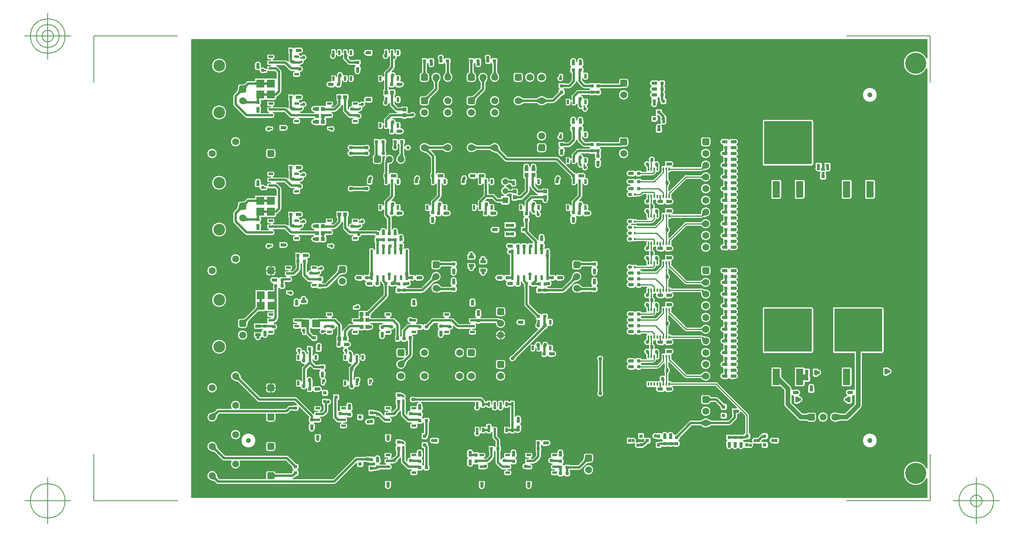
<source format=gbr>
G04 Generated by Ultiboard 12.0 *
%FSLAX25Y25*%
%MOIN*%

%ADD10C,0.00001*%
%ADD11C,0.00005*%
%ADD12C,0.01000*%
%ADD13C,0.02000*%
%ADD14C,0.04000*%
%ADD15C,0.01600*%
%ADD16C,0.00500*%
%ADD17C,0.18000*%
%ADD18C,0.03000*%
%ADD19R,0.03400X0.03400*%
%ADD20R,0.03937X0.01969*%
%ADD21R,0.02756X0.03150*%
%ADD22R,0.01969X0.03937*%
%ADD23R,0.03150X0.02756*%
%ADD24R,0.01969X0.01575*%
%ADD25R,0.04921X0.02756*%
%ADD26R,0.01181X0.03150*%
%ADD27R,0.02756X0.04921*%
%ADD28R,0.03150X0.03150*%
%ADD29C,0.05937*%
%ADD30R,0.03937X0.03937*%
%ADD31C,0.02000*%
%ADD32C,0.09874*%
%ADD33R,0.07000X0.07000*%
%ADD34R,0.01575X0.01969*%
%ADD35R,0.06299X0.14173*%
%ADD36R,0.40945X0.37008*%
%ADD37C,0.05150*%
%ADD38R,0.05150X0.05150*%


G04 ColorRGB 00FF00 for the following layer *
%LNCopper1_Top*%
%LPD*%
G54D10*
G36*
X628414Y376650D02*
X628414Y376650D01*
X628414Y392194D01*
X1507Y392194D01*
X1507Y1507D01*
X628414Y1507D01*
X628414Y17350D01*
G75*
D01*
G02X628414Y26650I-9413J4650*
G01*
X628414Y26650D01*
X628414Y367350D01*
G75*
D01*
G02X628414Y376650I-9413J4650*
G01*
D02*
G37*
%LPC*%
G36*
X114082Y189134D02*
X114082Y189134D01*
X114082Y186378D01*
G75*
D01*
G02X113186Y185000I-1507J0*
G01*
G74*
D01*
G02X113568Y184756I611J1378*
G01*
X113568Y184756D01*
X115204Y184756D01*
X124946Y194499D01*
X125519Y196600D01*
X125519Y197969D01*
G75*
D01*
G02X128031Y200481I2512J0*
G01*
X128031Y200481D01*
X131969Y200481D01*
G74*
D01*
G02X134481Y197969I0J2512*
G01*
X134481Y197969D01*
X134481Y194031D01*
G75*
D01*
G02X131969Y191519I-2512J0*
G01*
X131969Y191519D01*
X130600Y191519D01*
X128499Y190946D01*
X125022Y187469D01*
X125022Y187469D01*
X118023Y180470D01*
G74*
D01*
G02X116244Y179732I1779J1774*
G01*
X116244Y179732D01*
X113568Y179732D01*
G74*
D01*
G02X112575Y179359I993J1134*
G01*
X112575Y179359D01*
X109425Y179359D01*
G75*
D01*
G02X108178Y180020I0J1507*
G01*
G74*
D01*
G02X107992Y180008I190J1495*
G01*
X107992Y180008D01*
X104055Y180008D01*
G75*
D01*
G02X102548Y181516I1J1508*
G01*
X102548Y181516D01*
X102548Y183484D01*
G74*
D01*
G02X103951Y184988I1507J1*
G01*
X103951Y184988D01*
X101500Y184988D01*
G75*
D01*
G02X100824Y185081I1J2512*
G01*
G74*
D01*
G02X99724Y185724I676J2418*
G01*
X99724Y185724D01*
X97978Y187469D01*
X95980Y189468D01*
G75*
D01*
G02X95244Y191249I1775J1776*
G01*
X95244Y191249D01*
X95244Y200432D01*
G74*
D01*
G02X95000Y200814I1134J993*
G01*
G74*
D01*
G02X94756Y200432I1378J611*
G01*
X94756Y200432D01*
X94756Y196244D01*
G75*
D01*
G02X94018Y194465I-2512J0*
G01*
X94018Y194465D01*
X92981Y193428D01*
X90279Y190726D01*
G74*
D01*
G02X88500Y189988I1779J1774*
G01*
X88500Y189988D01*
X86049Y189988D01*
G74*
D01*
G02X87452Y188484I104J1503*
G01*
X87452Y188484D01*
X87452Y186516D01*
G75*
D01*
G02X85945Y185008I-1507J-1*
G01*
X85945Y185008D01*
X84297Y185008D01*
G74*
D01*
G02X83976Y184988I316J2492*
G01*
X83976Y184988D01*
X81576Y184988D01*
G74*
D01*
G02X81324Y184500I1442J435*
G01*
G74*
D01*
G02X81641Y183575I1190J925*
G01*
X81641Y183575D01*
X81641Y180425D01*
G75*
D01*
G02X80134Y178918I-1507J0*
G01*
X80134Y178918D01*
X77378Y178918D01*
G75*
D01*
G02X76000Y179814I0J1507*
G01*
G74*
D01*
G02X75756Y179432I1378J611*
G01*
X75756Y179432D01*
X75756Y154244D01*
G75*
D01*
G02X75018Y152465I-2512J0*
G01*
X75018Y152465D01*
X73279Y150726D01*
G74*
D01*
G02X71848Y150012I1779J1774*
G01*
X71848Y150012D01*
X72000Y150012D01*
G74*
D01*
G02X72600Y149939I1J2512*
G01*
G75*
D01*
G02X72353Y144021I-595J-2939*
G01*
G74*
D01*
G02X72452Y143484I1407J537*
G01*
X72452Y143484D01*
X72452Y141516D01*
G75*
D01*
G02X70945Y140008I-1507J-1*
G01*
X70945Y140008D01*
X67008Y140008D01*
X67000Y140009D01*
G75*
D01*
G02X61719Y138052I-3000J-8*
G01*
G74*
D01*
G02X60950Y137456I1258J829*
G01*
G75*
D01*
G02X55050Y137456I-2950J540*
G01*
G75*
D01*
G02X54032Y138882I489J1425*
G01*
X54032Y138882D01*
X54032Y141638D01*
G75*
D01*
G02X55539Y143145I1507J0*
G01*
X55539Y143145D01*
X60461Y143145D01*
G74*
D01*
G02X60918Y143074I0J1507*
G01*
X60918Y143074D01*
X60918Y143622D01*
G74*
D01*
G02X61788Y144988I1507J0*
G01*
X61788Y144988D01*
X61080Y144988D01*
G74*
D01*
G02X60461Y144855I619J1373*
G01*
X60461Y144855D01*
X55539Y144855D01*
G75*
D01*
G02X54032Y146362I0J1507*
G01*
X54032Y146362D01*
X54032Y149118D01*
G75*
D01*
G02X55539Y150625I1507J0*
G01*
X55539Y150625D01*
X60461Y150625D01*
G74*
D01*
G02X61434Y150269I0J1507*
G01*
G75*
D01*
G02X62425Y150641I991J-1134*
G01*
X62425Y150641D01*
X65575Y150641D01*
G74*
D01*
G02X65792Y150625I2J1507*
G01*
G75*
D01*
G02X65501Y151516I1216J890*
G01*
X65501Y151516D01*
X65501Y153484D01*
G75*
D01*
G02X67008Y154992I1507J1*
G01*
X67008Y154992D01*
X68655Y154992D01*
G74*
D01*
G02X68842Y155008I307J2493*
G01*
X68842Y155008D01*
X67008Y155008D01*
G75*
D01*
G02X65501Y156516I1J1508*
G01*
X65501Y156516D01*
X65501Y158484D01*
G75*
D01*
G02X67008Y159992I1507J1*
G01*
X67008Y159992D01*
X70732Y159992D01*
X70732Y159993D01*
X66200Y159993D01*
G75*
D01*
G02X65000Y160588I0J1507*
G01*
G74*
D01*
G02X63800Y159993I1200J912*
G01*
X63800Y159993D01*
X58545Y159993D01*
X50054Y151501D01*
X49481Y149400D01*
X49481Y148031D01*
G75*
D01*
G02X46969Y145519I-2512J0*
G01*
X46969Y145519D01*
X43031Y145519D01*
G75*
D01*
G02X40519Y148031I0J2512*
G01*
X40519Y148031D01*
X40519Y151969D01*
G75*
D01*
G02X43031Y154481I2512J0*
G01*
X43031Y154481D01*
X44400Y154481D01*
X46501Y155054D01*
X55293Y163845D01*
X55293Y168500D01*
G74*
D01*
G02X55672Y169500I1507J1*
G01*
G75*
D01*
G02X55293Y170500I1128J999*
G01*
X55293Y170500D01*
X55293Y177500D01*
G75*
D01*
G02X56800Y179007I1507J0*
G01*
X56800Y179007D01*
X63800Y179007D01*
G74*
D01*
G02X65000Y178412I0J1507*
G01*
G75*
D01*
G02X66200Y179007I1200J-912*
G01*
X66200Y179007D01*
X70732Y179007D01*
X70732Y179432D01*
G75*
D01*
G02X70359Y180425I1134J993*
G01*
X70359Y180425D01*
X70359Y183575D01*
G74*
D01*
G02X70437Y184053I1507J1*
G01*
G75*
D01*
G02X71327Y189982I561J2947*
G01*
G75*
D01*
G02X71866Y190082I540J-1406*
G01*
X71866Y190082D01*
X74622Y190082D01*
G74*
D01*
G02X76000Y189186I0J1507*
G01*
G75*
D01*
G02X77378Y190082I1378J-611*
G01*
X77378Y190082D01*
X80134Y190082D01*
G74*
D01*
G02X80588Y190012I0J1507*
G01*
X80588Y190012D01*
X81904Y190012D01*
G75*
D01*
G02X80501Y191516I104J1503*
G01*
X80501Y191516D01*
X80501Y193484D01*
G75*
D01*
G02X82008Y194992I1507J1*
G01*
X82008Y194992D01*
X83655Y194992D01*
G74*
D01*
G02X83842Y195008I307J2493*
G01*
X83842Y195008D01*
X82008Y195008D01*
G75*
D01*
G02X80501Y196516I1J1508*
G01*
X80501Y196516D01*
X80501Y198484D01*
G75*
D01*
G02X82008Y199992I1507J1*
G01*
X82008Y199992D01*
X85945Y199992D01*
G74*
D01*
G02X87452Y198484I1J1508*
G01*
X87452Y198484D01*
X87452Y196516D01*
G75*
D01*
G02X86049Y195012I-1507J-1*
G01*
X86049Y195012D01*
X87459Y195012D01*
X89732Y197285D01*
X89732Y200432D01*
G75*
D01*
G02X89359Y201425I1134J993*
G01*
X89359Y201425D01*
X89359Y204575D01*
G74*
D01*
G02X89676Y205500I1507J0*
G01*
G75*
D01*
G02X89359Y206425I1190J925*
G01*
X89359Y206425D01*
X89359Y209575D01*
G75*
D01*
G02X90866Y211082I1507J0*
G01*
X90866Y211082D01*
X93622Y211082D01*
G74*
D01*
G02X95000Y210186I0J1507*
G01*
G75*
D01*
G02X96378Y211082I1378J-611*
G01*
X96378Y211082D01*
X99134Y211082D01*
G74*
D01*
G02X99673Y210982I1J1507*
G01*
G75*
D01*
G02X100563Y205053I358J-2978*
G01*
G74*
D01*
G02X100641Y204575I1428J478*
G01*
X100641Y204575D01*
X100641Y201425D01*
G75*
D01*
G02X100268Y200432I-1507J0*
G01*
X100268Y200432D01*
X100268Y194239D01*
G74*
D01*
G02X102647Y195979I2731J1238*
G01*
G75*
D01*
G02X102548Y196516I1407J537*
G01*
X102548Y196516D01*
X102548Y198484D01*
G75*
D01*
G02X104055Y199992I1507J1*
G01*
X104055Y199992D01*
X107992Y199992D01*
G74*
D01*
G02X109449Y198869I1J1508*
G01*
X109449Y198869D01*
X109654Y198869D01*
G75*
D01*
G02X112492Y194041I2345J-1870*
G01*
X112492Y194041D01*
X112492Y193746D01*
G75*
D01*
G02X112492Y193104I-2491J-321*
G01*
X112492Y193104D01*
X112492Y192638D01*
G75*
D01*
G02X111289Y191162I-1508J1*
G01*
X111289Y191162D01*
X110854Y190726D01*
G74*
D01*
G02X110765Y190641I1779J1774*
G01*
X110765Y190641D01*
X112575Y190641D01*
G74*
D01*
G02X114082Y189134I0J1507*
G01*
D02*
G37*
G36*
X134220Y187469D02*
G75*
D01*
G02X134220Y187469I-4220J-1469*
G01*
D02*
G37*
G36*
X143327Y186018D02*
G75*
D01*
G02X143327Y191982I-319J2982*
G01*
G75*
D01*
G02X143866Y192082I540J-1406*
G01*
X143866Y192082D01*
X146622Y192082D01*
G74*
D01*
G02X148000Y191186I0J1507*
G01*
G75*
D01*
G02X149378Y192082I1378J-611*
G01*
X149378Y192082D01*
X151998Y192082D01*
G75*
D01*
G02X152049Y192602I2512J16*
G01*
X152049Y192602D01*
X152488Y194754D01*
X152488Y211024D01*
G74*
D01*
G02X152508Y211345I2512J5*
G01*
X152508Y211345D01*
X152508Y212992D01*
G75*
D01*
G02X154016Y214499I1508J-1*
G01*
X154016Y214499D01*
X155984Y214499D01*
G74*
D01*
G02X157488Y213096I1J1507*
G01*
X157488Y213096D01*
X157488Y218686D01*
G75*
D01*
G02X156918Y219866I936J1180*
G01*
X156918Y219866D01*
X156918Y222622D01*
G74*
D01*
G02X157814Y224000I1507J0*
G01*
G74*
D01*
G02X156969Y224988I611J1378*
G01*
X156969Y224988D01*
X146824Y224988D01*
G74*
D01*
G02X144499Y223042I2823J1011*
G01*
X144499Y223042D01*
X144499Y221516D01*
G75*
D01*
G02X142992Y220008I-1507J-1*
G01*
X142992Y220008D01*
X139055Y220008D01*
G75*
D01*
G02X137548Y221516I1J1508*
G01*
X137548Y221516D01*
X137548Y223484D01*
G74*
D01*
G02X138951Y224988I1507J1*
G01*
X138951Y224988D01*
X136500Y224988D01*
G75*
D01*
G02X135874Y225067I-1J2512*
G01*
G74*
D01*
G02X134724Y225724I627J2432*
G01*
X134724Y225724D01*
X130724Y229724D01*
G75*
D01*
G02X129988Y231505I1775J1776*
G01*
X129988Y231505D01*
X129988Y236152D01*
G74*
D01*
G02X129274Y234721I2488J348*
G01*
X129274Y234721D01*
X125279Y230726D01*
G74*
D01*
G02X123500Y229988I1779J1774*
G01*
X123500Y229988D01*
X121049Y229988D01*
G74*
D01*
G02X122452Y228484I104J1503*
G01*
X122452Y228484D01*
X122452Y226516D01*
G75*
D01*
G02X120945Y225008I-1507J-1*
G01*
X120945Y225008D01*
X119297Y225008D01*
G74*
D01*
G02X118976Y224988I316J2492*
G01*
X118976Y224988D01*
X116675Y224988D01*
G74*
D01*
G02X116477Y224500I1474J314*
G01*
G74*
D01*
G02X116707Y223700I1276J800*
G01*
X116707Y223700D01*
X116707Y220300D01*
G75*
D01*
G02X115200Y218793I-1507J0*
G01*
X115200Y218793D01*
X111800Y218793D01*
G75*
D01*
G02X111000Y219023I0J1507*
G01*
G74*
D01*
G02X110200Y218793I800J1276*
G01*
X110200Y218793D01*
X106800Y218793D01*
G75*
D01*
G02X106037Y219000I-1J1507*
G01*
G75*
D01*
G02X105340Y224926I-36J3000*
G01*
G74*
D01*
G02X105325Y224988I1457J385*
G01*
X105325Y224988D01*
X93096Y224988D01*
G74*
D01*
G02X94499Y223484I104J1503*
G01*
X94499Y223484D01*
X94499Y221516D01*
G75*
D01*
G02X92992Y220008I-1507J-1*
G01*
X92992Y220008D01*
X89055Y220008D01*
G75*
D01*
G02X87548Y221516I1J1508*
G01*
X87548Y221516D01*
X87548Y223484D01*
G74*
D01*
G02X88951Y224988I1507J1*
G01*
X88951Y224988D01*
X86500Y224988D01*
G75*
D01*
G02X85774Y225095I-1J2512*
G01*
G74*
D01*
G02X84724Y225724I727J2404*
G01*
X84724Y225724D01*
X80459Y229988D01*
X71049Y229988D01*
G74*
D01*
G02X72452Y228484I104J1503*
G01*
X72452Y228484D01*
X72452Y226516D01*
G75*
D01*
G02X70945Y225008I-1507J-1*
G01*
X70945Y225008D01*
X69297Y225008D01*
G74*
D01*
G02X68976Y224988I316J2492*
G01*
X68976Y224988D01*
X48502Y224988D01*
G75*
D01*
G02X46724Y225724I-1J2512*
G01*
X46724Y225724D01*
X37224Y235224D01*
G75*
D01*
G02X36488Y237003I1775J1776*
G01*
X36488Y237003D01*
X36488Y243995D01*
G75*
D01*
G02X37224Y245776I2512J4*
G01*
X37224Y245776D01*
X39946Y248499D01*
X40519Y250600D01*
X40519Y251969D01*
G75*
D01*
G02X43031Y254481I2512J0*
G01*
X43031Y254481D01*
X44400Y254481D01*
X46501Y255054D01*
X47924Y256476D01*
G74*
D01*
G02X48840Y257060I1776J1775*
G01*
G75*
D01*
G02X49700Y257212I860J-2359*
G01*
X49700Y257212D01*
X54993Y257212D01*
X54993Y258200D01*
G75*
D01*
G02X56500Y259707I1507J0*
G01*
X56500Y259707D01*
X63500Y259707D01*
G74*
D01*
G02X64500Y259328I1J1507*
G01*
G75*
D01*
G02X65500Y259707I999J-1128*
G01*
X65500Y259707D01*
X72500Y259707D01*
G74*
D01*
G02X73488Y259338I0J1507*
G01*
X73488Y259338D01*
X73488Y263959D01*
X72459Y264988D01*
X68976Y264988D01*
G75*
D01*
G02X68655Y265008I-5J2512*
G01*
X68655Y265008D01*
X67008Y265008D01*
G75*
D01*
G02X66492Y265100I3J1508*
G01*
X66492Y265100D01*
X66492Y264787D01*
G75*
D01*
G02X64984Y263280I-1508J1*
G01*
X64984Y263280D01*
X63266Y263280D01*
G75*
D01*
G02X59003Y265871I-1266J2720*
G01*
X59003Y265871D01*
X56425Y265871D01*
G75*
D01*
G02X54918Y267378I0J1507*
G01*
X54918Y267378D01*
X54918Y270134D01*
G74*
D01*
G02X55018Y270673I1507J1*
G01*
G75*
D01*
G02X60982Y270673I2982J319*
G01*
G74*
D01*
G02X61082Y270134I1406J540*
G01*
X61082Y270134D01*
X61082Y268856D01*
G75*
D01*
G02X64346Y267869I918J-2855*
G01*
X64346Y267869D01*
X64984Y267869D01*
G74*
D01*
G02X65501Y267778I1J1507*
G01*
X65501Y267778D01*
X65501Y268484D01*
G75*
D01*
G02X67008Y269992I1507J1*
G01*
X67008Y269992D01*
X68655Y269992D01*
G74*
D01*
G02X68730Y270000I304J2494*
G01*
G74*
D01*
G02X68655Y270008I229J2502*
G01*
X68655Y270008D01*
X67008Y270008D01*
G75*
D01*
G02X65501Y271516I1J1508*
G01*
X65501Y271516D01*
X65501Y273484D01*
G75*
D01*
G02X67008Y274992I1507J1*
G01*
X67008Y274992D01*
X68655Y274992D01*
G74*
D01*
G02X68842Y275008I307J2493*
G01*
X68842Y275008D01*
X67008Y275008D01*
G75*
D01*
G02X65501Y276516I1J1508*
G01*
X65501Y276516D01*
X65501Y278484D01*
G75*
D01*
G02X67008Y279992I1507J1*
G01*
X67008Y279992D01*
X70945Y279992D01*
G74*
D01*
G02X72452Y278484I1J1508*
G01*
X72452Y278484D01*
X72452Y276516D01*
G75*
D01*
G02X71049Y275012I-1507J-1*
G01*
X71049Y275012D01*
X81498Y275012D01*
G75*
D01*
G02X82029Y274956I4J-2512*
G01*
G74*
D01*
G02X83279Y274274I529J2456*
G01*
X83279Y274274D01*
X83732Y273821D01*
X83732Y280432D01*
G75*
D01*
G02X83359Y281425I1134J993*
G01*
X83359Y281425D01*
X83359Y284575D01*
G75*
D01*
G02X84866Y286082I1507J0*
G01*
X84866Y286082D01*
X87622Y286082D01*
G74*
D01*
G02X89000Y285186I0J1507*
G01*
G75*
D01*
G02X90378Y286082I1378J-611*
G01*
X90378Y286082D01*
X93134Y286082D01*
G74*
D01*
G02X93673Y285982I1J1507*
G01*
G75*
D01*
G02X93673Y280018I319J-2982*
G01*
G74*
D01*
G02X93386Y279939I541J1405*
G01*
G74*
D01*
G02X94449Y278869I394J1455*
G01*
X94449Y278869D01*
X94654Y278869D01*
G75*
D01*
G02X97492Y274041I2345J-1870*
G01*
X97492Y274041D01*
X97492Y273746D01*
G75*
D01*
G02X97492Y273104I-2491J-321*
G01*
X97492Y273104D01*
X97492Y272638D01*
G75*
D01*
G02X96289Y271162I-1508J1*
G01*
X96289Y271162D01*
X95854Y270726D01*
G74*
D01*
G02X94281Y269996I1779J1774*
G01*
G74*
D01*
G02X94600Y269939I281J2495*
G01*
G75*
D01*
G02X94398Y264027I-597J-2939*
G01*
G74*
D01*
G02X94499Y263484I1406J542*
G01*
X94499Y263484D01*
X94499Y261516D01*
G75*
D01*
G02X92992Y260008I-1507J-1*
G01*
X92992Y260008D01*
X89055Y260008D01*
G75*
D01*
G02X87548Y261516I1J1508*
G01*
X87548Y261516D01*
X87548Y263484D01*
G74*
D01*
G02X88951Y264988I1507J1*
G01*
X88951Y264988D01*
X86500Y264988D01*
G75*
D01*
G02X85774Y265095I-1J2512*
G01*
G74*
D01*
G02X84724Y265724I727J2404*
G01*
X84724Y265724D01*
X80459Y269988D01*
X73848Y269988D01*
G74*
D01*
G02X75279Y269274I348J2488*
G01*
X75279Y269274D01*
X77774Y266779D01*
G74*
D01*
G02X78512Y265000I1774J1779*
G01*
X78512Y265000D01*
X78512Y248000D01*
G75*
D01*
G02X77774Y246221I-2512J0*
G01*
X77774Y246221D01*
X75079Y243526D01*
G74*
D01*
G02X74007Y242890I1778J1775*
G01*
X74007Y242890D01*
X74007Y241800D01*
G75*
D01*
G02X72500Y240293I-1507J0*
G01*
X72500Y240293D01*
X65500Y240293D01*
G75*
D01*
G02X64500Y240672I-1J1507*
G01*
G74*
D01*
G02X63500Y240293I999J1128*
G01*
X63500Y240293D01*
X61074Y240293D01*
G74*
D01*
G02X61082Y240134I1499J155*
G01*
X61082Y240134D01*
X61082Y237378D01*
G75*
D01*
G02X60186Y236000I-1507J0*
G01*
G74*
D01*
G02X61082Y234622I611J1378*
G01*
X61082Y234622D01*
X61082Y231866D01*
G75*
D01*
G02X60982Y231327I-1507J1*
G01*
G75*
D01*
G02X60833Y230012I-2981J-328*
G01*
X60833Y230012D01*
X66904Y230012D01*
G75*
D01*
G02X65501Y231516I104J1503*
G01*
X65501Y231516D01*
X65501Y233484D01*
G75*
D01*
G02X67008Y234992I1507J1*
G01*
X67008Y234992D01*
X68655Y234992D01*
G74*
D01*
G02X68842Y235008I307J2493*
G01*
X68842Y235008D01*
X67008Y235008D01*
G75*
D01*
G02X65501Y236516I1J1508*
G01*
X65501Y236516D01*
X65501Y238484D01*
G75*
D01*
G02X67008Y239992I1507J1*
G01*
X67008Y239992D01*
X70945Y239992D01*
G74*
D01*
G02X72452Y238484I1J1508*
G01*
X72452Y238484D01*
X72452Y236516D01*
G75*
D01*
G02X71049Y235012I-1507J-1*
G01*
X71049Y235012D01*
X81498Y235012D01*
G75*
D01*
G02X82029Y234956I4J-2512*
G01*
G74*
D01*
G02X83279Y234274I529J2456*
G01*
X83279Y234274D01*
X83732Y233821D01*
X83732Y240432D01*
G75*
D01*
G02X83359Y241425I1134J993*
G01*
X83359Y241425D01*
X83359Y244575D01*
G75*
D01*
G02X84866Y246082I1507J0*
G01*
X84866Y246082D01*
X87622Y246082D01*
G74*
D01*
G02X89000Y245186I0J1507*
G01*
G75*
D01*
G02X90378Y246082I1378J-611*
G01*
X90378Y246082D01*
X93134Y246082D01*
G74*
D01*
G02X93673Y245982I1J1507*
G01*
G75*
D01*
G02X93673Y240018I319J-2982*
G01*
G74*
D01*
G02X93386Y239939I541J1405*
G01*
G74*
D01*
G02X94449Y238869I394J1455*
G01*
X94449Y238869D01*
X94654Y238869D01*
G75*
D01*
G02X97492Y234041I2345J-1870*
G01*
X97492Y234041D01*
X97492Y233746D01*
G75*
D01*
G02X97492Y233104I-2491J-321*
G01*
X97492Y233104D01*
X97492Y232638D01*
G75*
D01*
G02X96289Y231162I-1508J1*
G01*
X96289Y231162D01*
X95854Y230726D01*
G74*
D01*
G02X94423Y230012I1779J1774*
G01*
X94423Y230012D01*
X105731Y230012D01*
G75*
D01*
G02X106037Y236000I265J2988*
G01*
G75*
D01*
G02X106800Y236207I762J-1300*
G01*
X106800Y236207D01*
X110200Y236207D01*
G74*
D01*
G02X111000Y235977I0J1507*
G01*
G75*
D01*
G02X111800Y236207I800J-1276*
G01*
X111800Y236207D01*
X115200Y236207D01*
G74*
D01*
G02X115541Y236168I0J1507*
G01*
G75*
D01*
G02X115501Y236516I1467J345*
G01*
X115501Y236516D01*
X115501Y238484D01*
G75*
D01*
G02X117008Y239992I1507J1*
G01*
X117008Y239992D01*
X120945Y239992D01*
G74*
D01*
G02X122452Y238484I1J1508*
G01*
X122452Y238484D01*
X122452Y236516D01*
G75*
D01*
G02X121049Y235012I-1507J-1*
G01*
X121049Y235012D01*
X122459Y235012D01*
X124988Y237541D01*
X124988Y240030D01*
G75*
D01*
G02X124293Y241300I812J1270*
G01*
X124293Y241300D01*
X124293Y244700D01*
G75*
D01*
G02X125800Y246207I1507J0*
G01*
X125800Y246207D01*
X129200Y246207D01*
G74*
D01*
G02X130000Y245977I0J1507*
G01*
G75*
D01*
G02X130800Y246207I800J-1276*
G01*
X130800Y246207D01*
X134200Y246207D01*
G74*
D01*
G02X135707Y244700I0J1507*
G01*
X135707Y244700D01*
X135707Y241300D01*
G75*
D01*
G02X135012Y240030I-1507J0*
G01*
X135012Y240030D01*
X135012Y233269D01*
G74*
D01*
G02X137647Y235979I2988J269*
G01*
G75*
D01*
G02X137548Y236516I1407J537*
G01*
X137548Y236516D01*
X137548Y238484D01*
G75*
D01*
G02X139055Y239992I1507J1*
G01*
X139055Y239992D01*
X142992Y239992D01*
G74*
D01*
G02X144449Y238869I1J1508*
G01*
X144449Y238869D01*
X144654Y238869D01*
G75*
D01*
G02X147492Y234041I2345J-1870*
G01*
X147492Y234041D01*
X147492Y233746D01*
G75*
D01*
G02X147492Y233104I-2491J-321*
G01*
X147492Y233104D01*
X147492Y232638D01*
G75*
D01*
G02X146289Y231162I-1508J1*
G01*
X146289Y231162D01*
X145854Y230726D01*
G74*
D01*
G02X144423Y230012I1779J1774*
G01*
X144423Y230012D01*
X159256Y230012D01*
G74*
D01*
G02X160570Y229641I0J2512*
G01*
X160570Y229641D01*
X161575Y229641D01*
G74*
D01*
G02X162053Y229563I1J1507*
G01*
G75*
D01*
G02X167488Y230676I2947J-563*
G01*
X167488Y230676D01*
X167488Y238959D01*
X165724Y240724D01*
G75*
D01*
G02X164988Y242505I1775J1776*
G01*
X164988Y242505D01*
X164988Y246904D01*
G74*
D01*
G02X163484Y245501I1503J104*
G01*
X163484Y245501D01*
X161516Y245501D01*
G75*
D01*
G02X160008Y247008I-1J1507*
G01*
X160008Y247008D01*
X160008Y250945D01*
G75*
D01*
G02X161516Y252452I1508J-1*
G01*
X161516Y252452D01*
X163484Y252452D01*
G74*
D01*
G02X164988Y251049I1J1507*
G01*
X164988Y251049D01*
X164988Y253497D01*
G75*
D01*
G02X165724Y255276I2512J2*
G01*
X165724Y255276D01*
X169988Y259541D01*
X169988Y268951D01*
G74*
D01*
G02X168484Y267548I1503J104*
G01*
X168484Y267548D01*
X166516Y267548D01*
G75*
D01*
G02X165008Y269055I-1J1507*
G01*
X165008Y269055D01*
X165008Y270703D01*
G75*
D01*
G02X164988Y271024I2492J316*
G01*
X164988Y271024D01*
X164988Y273200D01*
G75*
D01*
G02X164359Y274425I878J1225*
G01*
X164359Y274425D01*
X164359Y277575D01*
G74*
D01*
G02X164988Y278800I1507J0*
G01*
X164988Y278800D01*
X164988Y287497D01*
G75*
D01*
G02X165448Y288949I2512J3*
G01*
X165448Y288949D01*
X165528Y290270D01*
G74*
D01*
G02X165577Y290639I2507J145*
G01*
G74*
D01*
G02X166120Y292217I4422J639*
G01*
G75*
D01*
G02X164479Y292046I-1119J2782*
G01*
G74*
D01*
G02X164481Y291969I2509J104*
G01*
X164481Y291969D01*
X164481Y288031D01*
G75*
D01*
G02X161969Y285519I-2512J0*
G01*
X161969Y285519D01*
X158031Y285519D01*
G75*
D01*
G02X155519Y288031I0J2512*
G01*
X155519Y288031D01*
X155519Y291969D01*
G74*
D01*
G02X156649Y294066I2512J1*
G01*
X156649Y294066D01*
X156732Y294311D01*
X156732Y302432D01*
G75*
D01*
G02X156359Y303425I1134J993*
G01*
X156359Y303425D01*
X156359Y306575D01*
G75*
D01*
G02X157866Y308082I1507J0*
G01*
X157866Y308082D01*
X160622Y308082D01*
G74*
D01*
G02X162000Y307186I0J1507*
G01*
G75*
D01*
G02X163378Y308082I1378J-611*
G01*
X163378Y308082D01*
X166134Y308082D01*
G74*
D01*
G02X167641Y306575I0J1507*
G01*
X167641Y306575D01*
X167641Y303425D01*
G75*
D01*
G02X167512Y302815I-1507J0*
G01*
X167512Y302815D01*
X167512Y297754D01*
X167950Y295607D01*
G75*
D01*
G02X168000Y295000I-2459J-508*
G01*
G74*
D01*
G02X167783Y293880I3000J0*
G01*
G75*
D01*
G02X170639Y285577I2213J-3882*
G01*
G74*
D01*
G02X170270Y285528I514J2459*
G01*
X170270Y285528D01*
X170012Y285512D01*
X170012Y278212D01*
G75*
D01*
G02X171378Y279082I1366J-637*
G01*
X171378Y279082D01*
X174134Y279082D01*
G74*
D01*
G02X174673Y278982I1J1507*
G01*
G75*
D01*
G02X177598Y274499I329J-2981*
G01*
X177598Y274499D01*
X178484Y274499D01*
G74*
D01*
G02X179992Y272992I1J1507*
G01*
X179992Y272992D01*
X179992Y269055D01*
G75*
D01*
G02X178484Y267548I-1508J1*
G01*
X178484Y267548D01*
X176516Y267548D01*
G75*
D01*
G02X175012Y268951I-1J1507*
G01*
X175012Y268951D01*
X175012Y258500D01*
G75*
D01*
G02X174274Y256721I-2512J0*
G01*
X174274Y256721D01*
X172513Y254960D01*
G75*
D01*
G02X175979Y252353I488J-2959*
G01*
G75*
D01*
G02X176516Y252452I537J-1407*
G01*
X176516Y252452D01*
X178484Y252452D01*
G74*
D01*
G02X179992Y250945I1J1507*
G01*
X179992Y250945D01*
X179992Y247008D01*
X179991Y247000D01*
G75*
D01*
G02X179673Y241018I10J-3000*
G01*
G74*
D01*
G02X179134Y240918I540J1406*
G01*
X179134Y240918D01*
X176378Y240918D01*
G75*
D01*
G02X175000Y241814I0J1507*
G01*
G74*
D01*
G02X173622Y240918I1378J611*
G01*
X173622Y240918D01*
X172338Y240918D01*
G74*
D01*
G02X172512Y240000I2337J918*
G01*
X172512Y240000D01*
X172512Y230676D01*
G75*
D01*
G02X177982Y228673I2489J-1673*
G01*
G74*
D01*
G02X178082Y228134I1406J540*
G01*
X178082Y228134D01*
X178082Y226307D01*
G75*
D01*
G02X182982Y223673I1918J-2307*
G01*
G74*
D01*
G02X183082Y223134I1406J540*
G01*
X183082Y223134D01*
X183082Y220378D01*
G75*
D01*
G02X182186Y219000I-1507J0*
G01*
G74*
D01*
G02X183082Y217622I611J1378*
G01*
X183082Y217622D01*
X183082Y214866D01*
G75*
D01*
G02X182982Y214327I-1507J1*
G01*
G74*
D01*
G02X182998Y214104I2981J326*
G01*
G75*
D01*
G02X184016Y214499I1017J-1112*
G01*
X184016Y214499D01*
X185984Y214499D01*
G74*
D01*
G02X187492Y212992I1J1507*
G01*
X187492Y212992D01*
X187492Y211345D01*
G74*
D01*
G02X187512Y211024I2492J316*
G01*
X187512Y211024D01*
X187512Y194754D01*
X187950Y192607D01*
G75*
D01*
G02X188002Y192082I-2459J-509*
G01*
X188002Y192082D01*
X190622Y192082D01*
G74*
D01*
G02X192000Y191186I0J1507*
G01*
G75*
D01*
G02X193378Y192082I1378J-611*
G01*
X193378Y192082D01*
X196134Y192082D01*
G74*
D01*
G02X196673Y191982I1J1507*
G01*
G75*
D01*
G02X196673Y186018I319J-2982*
G01*
G74*
D01*
G02X196134Y185918I540J1406*
G01*
X196134Y185918D01*
X193378Y185918D01*
G75*
D01*
G02X192000Y186814I0J1507*
G01*
G74*
D01*
G02X190622Y185918I1378J611*
G01*
X190622Y185918D01*
X188307Y185918D01*
G75*
D01*
G02X186293Y181014I-2307J-1918*
G01*
G75*
D01*
G02X185686Y181004I-345J2488*
G01*
X185686Y181004D01*
X185281Y181046D01*
G74*
D01*
G02X185186Y181000I704J1333*
G01*
G74*
D01*
G02X185568Y180756I611J1378*
G01*
X185568Y180756D01*
X197204Y180756D01*
X204946Y188499D01*
X205677Y191179D01*
G74*
D01*
G02X205802Y191530I2422J665*
G01*
G75*
D01*
G02X211530Y185802I4198J-1530*
G01*
G74*
D01*
G02X211176Y185676I1017J2296*
G01*
X211176Y185676D01*
X208499Y184946D01*
X200023Y176470D01*
G74*
D01*
G02X198244Y175732I1779J1774*
G01*
X198244Y175732D01*
X185568Y175732D01*
G74*
D01*
G02X184575Y175359I993J1134*
G01*
X184575Y175359D01*
X181425Y175359D01*
G75*
D01*
G02X180500Y175676I0J1507*
G01*
G74*
D01*
G02X179575Y175359I925J1190*
G01*
X179575Y175359D01*
X176425Y175359D01*
G75*
D01*
G02X174918Y176866I0J1507*
G01*
X174918Y176866D01*
X174918Y179622D01*
G74*
D01*
G02X175814Y181000I1507J0*
G01*
G74*
D01*
G02X175259Y181423I611J1378*
G01*
G74*
D01*
G02X174134Y180918I1125J1001*
G01*
X174134Y180918D01*
X171378Y180918D01*
G75*
D01*
G02X170000Y181814I0J1507*
G01*
G74*
D01*
G02X169756Y181432I1378J611*
G01*
X169756Y181432D01*
X169756Y173744D01*
G75*
D01*
G02X169018Y171965I-2512J0*
G01*
X169018Y171965D01*
X154707Y157655D01*
X154707Y156300D01*
G75*
D01*
G02X154477Y155500I-1507J0*
G01*
G74*
D01*
G02X154675Y155012I1275J801*
G01*
X154675Y155012D01*
X166904Y155012D01*
G75*
D01*
G02X165501Y156516I104J1503*
G01*
X165501Y156516D01*
X165501Y158484D01*
G75*
D01*
G02X167008Y159992I1507J1*
G01*
X167008Y159992D01*
X170945Y159992D01*
G74*
D01*
G02X172452Y158484I1J1508*
G01*
X172452Y158484D01*
X172452Y156516D01*
G75*
D01*
G02X171049Y155012I-1507J-1*
G01*
X171049Y155012D01*
X173500Y155012D01*
G74*
D01*
G02X175279Y154274I0J2512*
G01*
X175279Y154274D01*
X179018Y150535D01*
G74*
D01*
G02X179756Y148756I1774J1779*
G01*
X179756Y148756D01*
X179756Y139568D01*
G74*
D01*
G02X180000Y139186I1134J993*
G01*
G74*
D01*
G02X180244Y139568I1378J611*
G01*
X180244Y139568D01*
X180244Y143751D01*
G75*
D01*
G02X180980Y145532I2512J4*
G01*
X180980Y145532D01*
X184724Y149276D01*
G74*
D01*
G02X185824Y149919I1776J1775*
G01*
G75*
D01*
G02X186500Y150012I677J-2418*
G01*
X186500Y150012D01*
X187652Y150012D01*
G74*
D01*
G02X187400Y150061I353J2487*
G01*
G75*
D01*
G02X188600Y155939I600J2939*
G01*
G74*
D01*
G02X189184Y155770I401J2479*
G01*
X189184Y155770D01*
X190962Y155012D01*
X191024Y155012D01*
G74*
D01*
G02X191345Y154992I5J2512*
G01*
X191345Y154992D01*
X192992Y154992D01*
G74*
D01*
G02X194499Y153484I1J1508*
G01*
X194499Y153484D01*
X194499Y151516D01*
G75*
D01*
G02X193096Y150012I-1507J-1*
G01*
X193096Y150012D01*
X194412Y150012D01*
G75*
D01*
G02X194866Y150082I454J-1437*
G01*
X194866Y150082D01*
X197622Y150082D01*
G74*
D01*
G02X199000Y149186I0J1507*
G01*
G75*
D01*
G02X200378Y150082I1378J-611*
G01*
X200378Y150082D01*
X201285Y150082D01*
X205480Y154276D01*
G74*
D01*
G02X206983Y154997I1776J1775*
G01*
G75*
D01*
G02X207256Y155012I274J-2496*
G01*
X207256Y155012D01*
X216904Y155012D01*
G75*
D01*
G02X215501Y156516I104J1503*
G01*
X215501Y156516D01*
X215501Y158484D01*
G75*
D01*
G02X217008Y159992I1507J1*
G01*
X217008Y159992D01*
X220945Y159992D01*
G74*
D01*
G02X222452Y158484I1J1508*
G01*
X222452Y158484D01*
X222452Y156516D01*
G75*
D01*
G02X221049Y155012I-1507J-1*
G01*
X221049Y155012D01*
X223500Y155012D01*
G74*
D01*
G02X225279Y154274I0J2512*
G01*
X225279Y154274D01*
X229541Y150012D01*
X238951Y150012D01*
G75*
D01*
G02X237548Y151516I104J1503*
G01*
X237548Y151516D01*
X237548Y153484D01*
G75*
D01*
G02X239055Y154992I1507J1*
G01*
X239055Y154992D01*
X240703Y154992D01*
G75*
D01*
G02X241024Y155012I316J-2492*
G01*
X241024Y155012D01*
X243788Y155012D01*
G75*
D01*
G02X242918Y156378I637J1366*
G01*
X242918Y156378D01*
X242918Y159134D01*
G74*
D01*
G02X243018Y159673I1507J1*
G01*
G75*
D01*
G02X248982Y159673I2982J319*
G01*
G74*
D01*
G02X249082Y159134I1406J540*
G01*
X249082Y159134D01*
X249082Y156378D01*
G75*
D01*
G02X248212Y155012I-1507J0*
G01*
X248212Y155012D01*
X262500Y155012D01*
G74*
D01*
G02X263949Y154552I0J2512*
G01*
X263949Y154552D01*
X265270Y154472D01*
G74*
D01*
G02X265639Y154423I145J2507*
G01*
G75*
D01*
G02X260577Y149361I-640J-4422*
G01*
G74*
D01*
G02X260528Y149730I2459J514*
G01*
X260528Y149730D01*
X260512Y149988D01*
X248800Y149988D01*
G74*
D01*
G02X247575Y149359I1225J878*
G01*
X247575Y149359D01*
X244425Y149359D01*
G75*
D01*
G02X244208Y149375I2J1507*
G01*
G74*
D01*
G02X244499Y148484I1216J890*
G01*
X244499Y148484D01*
X244499Y146516D01*
G75*
D01*
G02X242992Y145008I-1507J-1*
G01*
X242992Y145008D01*
X241345Y145008D01*
G74*
D01*
G02X241158Y144992I307J2493*
G01*
X241158Y144992D01*
X242992Y144992D01*
G74*
D01*
G02X244499Y143484I1J1508*
G01*
X244499Y143484D01*
X244499Y141516D01*
G75*
D01*
G02X242992Y140008I-1507J-1*
G01*
X242992Y140008D01*
X239055Y140008D01*
G75*
D01*
G02X237548Y141516I1J1508*
G01*
X237548Y141516D01*
X237548Y143484D01*
G74*
D01*
G02X238951Y144988I1507J1*
G01*
X238951Y144988D01*
X228502Y144988D01*
G75*
D01*
G02X226724Y145724I-1J2512*
G01*
X226724Y145724D01*
X224960Y147487D01*
G75*
D01*
G02X222353Y144021I-2959J-488*
G01*
G74*
D01*
G02X222452Y143484I1407J537*
G01*
X222452Y143484D01*
X222452Y141516D01*
G75*
D01*
G02X220945Y140008I-1507J-1*
G01*
X220945Y140008D01*
X217008Y140008D01*
X217000Y140009D01*
G75*
D01*
G02X211018Y140327I-3000J-10*
G01*
G75*
D01*
G02X210918Y140866I1406J540*
G01*
X210918Y140866D01*
X210918Y143622D01*
G74*
D01*
G02X211814Y145000I1507J0*
G01*
G75*
D01*
G02X210918Y146378I611J1378*
G01*
X210918Y146378D01*
X210918Y149134D01*
G74*
D01*
G02X211183Y149988I1507J0*
G01*
X211183Y149988D01*
X208296Y149988D01*
X204641Y146333D01*
X204641Y145425D01*
G75*
D01*
G02X203134Y143918I-1507J0*
G01*
X203134Y143918D01*
X200378Y143918D01*
G75*
D01*
G02X199000Y144814I0J1507*
G01*
G74*
D01*
G02X197622Y143918I1378J611*
G01*
X197622Y143918D01*
X194866Y143918D01*
G75*
D01*
G02X194413Y143988I1J1507*
G01*
G74*
D01*
G02X194499Y143484I1421J502*
G01*
X194499Y143484D01*
X194499Y141516D01*
G75*
D01*
G02X192992Y140008I-1507J-1*
G01*
X192992Y140008D01*
X190228Y140008D01*
G74*
D01*
G02X191000Y138000I2227J2009*
G01*
G75*
D01*
G02X190950Y137393I-2509J-99*
G01*
X190950Y137393D01*
X190512Y135246D01*
X190512Y123000D01*
G75*
D01*
G02X189774Y121221I-2512J0*
G01*
X189774Y121221D01*
X187469Y118916D01*
X185054Y116501D01*
X184323Y113821D01*
G74*
D01*
G02X184199Y113470I2424J659*
G01*
G75*
D01*
G02X178470Y119198I-4199J1529*
G01*
G74*
D01*
G02X178824Y119324I1017J2296*
G01*
X178824Y119324D01*
X181501Y120054D01*
X181967Y120519D01*
X178031Y120519D01*
G75*
D01*
G02X175519Y123031I0J2512*
G01*
X175519Y123031D01*
X175519Y126969D01*
G75*
D01*
G02X178031Y129481I2512J0*
G01*
X178031Y129481D01*
X181969Y129481D01*
G74*
D01*
G02X184481Y126969I0J2512*
G01*
X184481Y126969D01*
X184481Y123033D01*
X185488Y124041D01*
X185488Y134763D01*
G74*
D01*
G02X184134Y133918I1354J662*
G01*
X184134Y133918D01*
X181378Y133918D01*
G75*
D01*
G02X180000Y134814I0J1507*
G01*
G74*
D01*
G02X178622Y133918I1378J611*
G01*
X178622Y133918D01*
X175866Y133918D01*
G75*
D01*
G02X174359Y135425I0J1507*
G01*
X174359Y135425D01*
X174359Y138575D01*
G74*
D01*
G02X174732Y139568I1507J0*
G01*
X174732Y139568D01*
X174732Y145761D01*
G74*
D01*
G02X172353Y144021I2731J1238*
G01*
G74*
D01*
G02X172452Y143484I1407J537*
G01*
X172452Y143484D01*
X172452Y141516D01*
G75*
D01*
G02X170945Y140008I-1507J-1*
G01*
X170945Y140008D01*
X167082Y140008D01*
X167082Y139866D01*
G75*
D01*
G02X166982Y139327I-1507J1*
G01*
G75*
D01*
G02X161018Y139327I-2982J-319*
G01*
G75*
D01*
G02X160918Y139866I1406J540*
G01*
X160918Y139866D01*
X160918Y142622D01*
G74*
D01*
G02X161814Y144000I1507J0*
G01*
G75*
D01*
G02X160918Y145378I611J1378*
G01*
X160918Y145378D01*
X160918Y148134D01*
G75*
D01*
G02X162425Y149641I1507J0*
G01*
X162425Y149641D01*
X163430Y149641D01*
G74*
D01*
G02X164396Y149988I1314J2141*
G01*
X164396Y149988D01*
X154269Y149988D01*
G75*
D01*
G02X153963Y144000I-265J-2988*
G01*
G74*
D01*
G02X153200Y143793I762J1300*
G01*
X153200Y143793D01*
X149800Y143793D01*
G75*
D01*
G02X149000Y144023I0J1507*
G01*
G74*
D01*
G02X148200Y143793I800J1276*
G01*
X148200Y143793D01*
X144800Y143793D01*
G75*
D01*
G02X144459Y143832I0J1507*
G01*
G74*
D01*
G02X144499Y143484I1467J345*
G01*
X144499Y143484D01*
X144499Y141516D01*
G75*
D01*
G02X142992Y140008I-1507J-1*
G01*
X142992Y140008D01*
X139055Y140008D01*
G75*
D01*
G02X137548Y141516I1J1508*
G01*
X137548Y141516D01*
X137548Y143484D01*
G74*
D01*
G02X138951Y144988I1507J1*
G01*
X138951Y144988D01*
X137541Y144988D01*
X135012Y142459D01*
X135012Y139970D01*
G74*
D01*
G02X135707Y138700I812J1270*
G01*
X135707Y138700D01*
X135707Y135300D01*
G75*
D01*
G02X135660Y134926I-1507J-1*
G01*
G75*
D01*
G02X135228Y129009I-656J-2926*
G01*
G74*
D01*
G02X135959Y127492I2228J2008*
G01*
X135959Y127492D01*
X136254Y127492D01*
G75*
D01*
G02X136896Y127492I321J-2491*
G01*
X136896Y127492D01*
X137362Y127492D01*
G74*
D01*
G02X138838Y126289I1J1508*
G01*
X138838Y126289D01*
X139274Y125854D01*
G74*
D01*
G02X140012Y124075I1774J1779*
G01*
X140012Y124075D01*
X140012Y123096D01*
G75*
D01*
G02X141516Y124499I1503J-104*
G01*
X141516Y124499D01*
X143484Y124499D01*
G74*
D01*
G02X144992Y122992I1J1507*
G01*
X144992Y122992D01*
X144992Y121345D01*
G74*
D01*
G02X145008Y121158I2493J307*
G01*
X145008Y121158D01*
X145008Y122992D01*
G75*
D01*
G02X146516Y124499I1508J-1*
G01*
X146516Y124499D01*
X148484Y124499D01*
G74*
D01*
G02X149992Y122992I1J1507*
G01*
X149992Y122992D01*
X149992Y119055D01*
G75*
D01*
G02X148484Y117548I-1508J1*
G01*
X148484Y117548D01*
X146516Y117548D01*
G75*
D01*
G02X145012Y118951I-1J1507*
G01*
X145012Y118951D01*
X145012Y116500D01*
G75*
D01*
G02X144274Y114721I-2512J0*
G01*
X144274Y114721D01*
X141414Y111862D01*
X140880Y110118D01*
G74*
D01*
G02X140829Y109968I2403J733*
G01*
G74*
D01*
G02X140770Y109816I2370J832*
G01*
X140770Y109816D01*
X140012Y108038D01*
X140012Y102348D01*
G74*
D01*
G02X140061Y102600I2487J353*
G01*
G75*
D01*
G02X145939Y101400I2939J-600*
G01*
G74*
D01*
G02X145770Y100816I2479J401*
G01*
X145770Y100816D01*
X145012Y99038D01*
X145012Y98976D01*
G75*
D01*
G02X144992Y98655I-2512J-5*
G01*
X144992Y98655D01*
X144992Y97008D01*
G75*
D01*
G02X143484Y95501I-1508J1*
G01*
X143484Y95501D01*
X141516Y95501D01*
G75*
D01*
G02X140973Y95602I-1J1507*
G01*
G75*
D01*
G02X135061Y95400I-2973J395*
G01*
G75*
D01*
G02X134988Y96006I2438J601*
G01*
X134988Y96006D01*
X134988Y96904D01*
G74*
D01*
G02X133484Y95501I1503J104*
G01*
X133484Y95501D01*
X131516Y95501D01*
G75*
D01*
G02X130008Y97008I-1J1507*
G01*
X130008Y97008D01*
X130008Y100945D01*
G75*
D01*
G02X131516Y102452I1508J-1*
G01*
X131516Y102452D01*
X133484Y102452D01*
G74*
D01*
G02X134988Y101049I1J1507*
G01*
X134988Y101049D01*
X134988Y108546D01*
G75*
D01*
G02X134988Y108555I2512J5*
G01*
X134988Y108555D01*
X134988Y110996D01*
G75*
D01*
G02X134988Y111004I2512J4*
G01*
X134988Y111004D01*
X134988Y111495D01*
G75*
D01*
G02X135724Y113276I2512J4*
G01*
X135724Y113276D01*
X137417Y114970D01*
G74*
D01*
G02X137421Y114974I1778J1774*
G01*
X137421Y114974D01*
X137487Y115040D01*
G75*
D01*
G02X134021Y117647I-488J2959*
G01*
G74*
D01*
G02X133484Y117548I537J1407*
G01*
X133484Y117548D01*
X131516Y117548D01*
G75*
D01*
G02X130008Y119055I-1J1507*
G01*
X130008Y119055D01*
X130008Y122992D01*
G74*
D01*
G02X131131Y124449I1508J1*
G01*
X131131Y124449D01*
X131131Y124654D01*
G75*
D01*
G02X130796Y129035I1868J2346*
G01*
G74*
D01*
G02X130000Y129814I581J1390*
G01*
G74*
D01*
G02X128622Y128918I1378J611*
G01*
X128622Y128918D01*
X125866Y128918D01*
G75*
D01*
G02X124359Y130425I0J1507*
G01*
X124359Y130425D01*
X124359Y133575D01*
G74*
D01*
G02X124598Y134390I1507J1*
G01*
G75*
D01*
G02X124293Y135300I1202J909*
G01*
X124293Y135300D01*
X124293Y138700D01*
G74*
D01*
G02X124988Y139970I1507J0*
G01*
X124988Y139970D01*
X124988Y146731D01*
G74*
D01*
G02X122353Y144021I2988J269*
G01*
G74*
D01*
G02X122452Y143484I1407J537*
G01*
X122452Y143484D01*
X122452Y141516D01*
G75*
D01*
G02X120945Y140008I-1507J-1*
G01*
X120945Y140008D01*
X117008Y140008D01*
G75*
D01*
G02X115551Y141131I1J1508*
G01*
X115551Y141131D01*
X115346Y141131D01*
G75*
D01*
G02X110757Y144993I-2309J1914*
G01*
X110757Y144993D01*
X104200Y144993D01*
G75*
D01*
G02X103087Y145484I0J1507*
G01*
X103087Y145484D01*
X103087Y143041D01*
X105321Y140806D01*
X107575Y140806D01*
G74*
D01*
G02X109082Y139299I0J1507*
G01*
X109082Y139299D01*
X109082Y136150D01*
G75*
D01*
G02X107575Y134642I-1507J-1*
G01*
X107575Y134642D01*
X104425Y134642D01*
G75*
D01*
G02X102919Y136104I1J1508*
G01*
X102919Y136104D01*
X99483Y139540D01*
G74*
D01*
G02X99000Y139731I304J1475*
G01*
G74*
D01*
G02X98213Y139508I789J1283*
G01*
X98213Y139508D01*
X96638Y139508D01*
G75*
D01*
G02X95131Y141016I1J1508*
G01*
X95131Y141016D01*
X95131Y141654D01*
G75*
D01*
G02X94214Y145112I1868J2346*
G01*
G74*
D01*
G02X93886Y145302I585J1388*
G01*
G74*
D01*
G02X92992Y145008I894J1213*
G01*
X92992Y145008D01*
X89055Y145008D01*
G75*
D01*
G02X87548Y146516I1J1508*
G01*
X87548Y146516D01*
X87548Y148484D01*
G75*
D01*
G02X89055Y149992I1507J1*
G01*
X89055Y149992D01*
X90889Y149992D01*
G74*
D01*
G02X90703Y150008I122J2508*
G01*
X90703Y150008D01*
X89055Y150008D01*
G75*
D01*
G02X87548Y151516I1J1508*
G01*
X87548Y151516D01*
X87548Y153484D01*
G75*
D01*
G02X89055Y154992I1507J1*
G01*
X89055Y154992D01*
X90703Y154992D01*
G75*
D01*
G02X91024Y155012I316J-2492*
G01*
X91024Y155012D01*
X95800Y155012D01*
G74*
D01*
G02X95956Y155007I2J2512*
G01*
X95956Y155007D01*
X101800Y155007D01*
G74*
D01*
G02X103000Y154412I0J1507*
G01*
G75*
D01*
G02X104200Y155007I1200J-912*
G01*
X104200Y155007D01*
X110044Y155007D01*
G75*
D01*
G02X110200Y155012I158J-2506*
G01*
X110200Y155012D01*
X116904Y155012D01*
G75*
D01*
G02X115501Y156516I104J1503*
G01*
X115501Y156516D01*
X115501Y158484D01*
G75*
D01*
G02X117008Y159992I1507J1*
G01*
X117008Y159992D01*
X120945Y159992D01*
G74*
D01*
G02X122452Y158484I1J1508*
G01*
X122452Y158484D01*
X122452Y156516D01*
G75*
D01*
G02X121049Y155012I-1507J-1*
G01*
X121049Y155012D01*
X123500Y155012D01*
G74*
D01*
G02X125279Y154274I0J2512*
G01*
X125279Y154274D01*
X129274Y150279D01*
G74*
D01*
G02X130012Y148500I1774J1779*
G01*
X130012Y148500D01*
X130012Y143848D01*
G74*
D01*
G02X130724Y145276I2488J349*
G01*
X130724Y145276D01*
X134724Y149276D01*
G74*
D01*
G02X135874Y149933I1777J1775*
G01*
G75*
D01*
G02X136500Y150012I625J-2433*
G01*
X136500Y150012D01*
X138951Y150012D01*
G75*
D01*
G02X137548Y151516I104J1503*
G01*
X137548Y151516D01*
X137548Y153484D01*
G75*
D01*
G02X139055Y154992I1507J1*
G01*
X139055Y154992D01*
X140703Y154992D01*
G75*
D01*
G02X141024Y155012I316J-2492*
G01*
X141024Y155012D01*
X143325Y155012D01*
G74*
D01*
G02X143523Y155500I1474J314*
G01*
G75*
D01*
G02X143293Y156300I1276J800*
G01*
X143293Y156300D01*
X143293Y159700D01*
G75*
D01*
G02X144800Y161207I1507J0*
G01*
X144800Y161207D01*
X148200Y161207D01*
G74*
D01*
G02X149000Y160977I0J1507*
G01*
G75*
D01*
G02X149800Y161207I800J-1276*
G01*
X149800Y161207D01*
X151155Y161207D01*
X164732Y174785D01*
X164732Y181432D01*
G75*
D01*
G02X164359Y182425I1134J993*
G01*
X164359Y182425D01*
X164359Y183333D01*
X163224Y184468D01*
G74*
D01*
G02X162641Y185380I1774J1777*
G01*
X162641Y185380D01*
X162641Y182425D01*
G75*
D01*
G02X161134Y180918I-1507J0*
G01*
X161134Y180918D01*
X158378Y180918D01*
G75*
D01*
G02X157000Y181814I0J1507*
G01*
G74*
D01*
G02X155622Y180918I1378J611*
G01*
X155622Y180918D01*
X152866Y180918D01*
G75*
D01*
G02X152327Y181018I1J1507*
G01*
G75*
D01*
G02X149693Y185918I-329J2981*
G01*
X149693Y185918D01*
X149378Y185918D01*
G75*
D01*
G02X148000Y186814I0J1507*
G01*
G74*
D01*
G02X146622Y185918I1378J611*
G01*
X146622Y185918D01*
X143866Y185918D01*
G75*
D01*
G02X143327Y186018I1J1507*
G01*
D02*
G37*
G36*
X88018Y168673D02*
G75*
D01*
G02X93281Y170948I2981J329*
G01*
G74*
D01*
G02X94050Y171544I1258J829*
G01*
G75*
D01*
G02X99950Y171544I2950J-540*
G01*
G74*
D01*
G02X100968Y170118I489J1425*
G01*
X100968Y170118D01*
X100968Y167362D01*
G75*
D01*
G02X99461Y165855I-1507J0*
G01*
X99461Y165855D01*
X94539Y165855D01*
G75*
D01*
G02X94082Y165926I0J1507*
G01*
X94082Y165926D01*
X94082Y165378D01*
G75*
D01*
G02X92575Y163871I-1507J0*
G01*
X92575Y163871D01*
X89425Y163871D01*
G75*
D01*
G02X87918Y165378I0J1507*
G01*
X87918Y165378D01*
X87918Y168134D01*
G74*
D01*
G02X88018Y168673I1507J1*
G01*
D02*
G37*
G36*
X119061Y378600D02*
G74*
D01*
G02X119230Y379184I2479J401*
G01*
X119230Y379184D01*
X119988Y380962D01*
X119988Y381024D01*
G74*
D01*
G02X120008Y381345I2512J5*
G01*
X120008Y381345D01*
X120008Y382992D01*
G75*
D01*
G02X121516Y384499I1508J-1*
G01*
X121516Y384499D01*
X123484Y384499D01*
G74*
D01*
G02X124992Y382992I1J1507*
G01*
X124992Y382992D01*
X124992Y381345D01*
G74*
D01*
G02X125008Y381158I2493J307*
G01*
X125008Y381158D01*
X125008Y382992D01*
G75*
D01*
G02X126516Y384499I1508J-1*
G01*
X126516Y384499D01*
X128484Y384499D01*
G74*
D01*
G02X129992Y382992I1J1507*
G01*
X129992Y382992D01*
X129992Y381158D01*
G74*
D01*
G02X130008Y381345I2508J120*
G01*
X130008Y381345D01*
X130008Y382992D01*
G75*
D01*
G02X131516Y384499I1508J-1*
G01*
X131516Y384499D01*
X133484Y384499D01*
G74*
D01*
G02X134992Y382992I1J1507*
G01*
X134992Y382992D01*
X134992Y381345D01*
G74*
D01*
G02X135008Y381158I2493J307*
G01*
X135008Y381158D01*
X135008Y382992D01*
G75*
D01*
G02X136516Y384499I1508J-1*
G01*
X136516Y384499D01*
X138484Y384499D01*
G74*
D01*
G02X139992Y382992I1J1507*
G01*
X139992Y382992D01*
X139992Y379055D01*
G75*
D01*
G02X138484Y377548I-1508J1*
G01*
X138484Y377548D01*
X136516Y377548D01*
G75*
D01*
G02X135979Y377647I0J1507*
G01*
G74*
D01*
G02X135750Y376802I2978J354*
G01*
X135750Y376802D01*
X136107Y376446D01*
X137285Y375268D01*
X140432Y375268D01*
G75*
D01*
G02X141425Y375641I993J-1134*
G01*
X141425Y375641D01*
X144575Y375641D01*
G74*
D01*
G02X146082Y374134I0J1507*
G01*
X146082Y374134D01*
X146082Y371378D01*
G75*
D01*
G02X145186Y370000I-1507J0*
G01*
G74*
D01*
G02X146082Y368622I611J1378*
G01*
X146082Y368622D01*
X146082Y365866D01*
G75*
D01*
G02X145982Y365327I-1507J1*
G01*
G75*
D01*
G02X140018Y365327I-2982J-319*
G01*
G75*
D01*
G02X139918Y365866I1406J540*
G01*
X139918Y365866D01*
X139918Y368622D01*
G74*
D01*
G02X140814Y370000I1507J0*
G01*
G74*
D01*
G02X140432Y370244I611J1378*
G01*
X140432Y370244D01*
X136247Y370244D01*
G75*
D01*
G02X134468Y370980I-2J2512*
G01*
X134468Y370980D01*
X130724Y374724D01*
G75*
D01*
G02X129988Y376503I1775J1776*
G01*
X129988Y376503D01*
X129988Y377994D01*
G75*
D01*
G02X129988Y378006I2512J6*
G01*
X129988Y378006D01*
X129988Y378951D01*
G74*
D01*
G02X128484Y377548I1503J104*
G01*
X128484Y377548D01*
X126516Y377548D01*
G75*
D01*
G02X125012Y378951I-1J1507*
G01*
X125012Y378951D01*
X125012Y378000D01*
G75*
D01*
G02X124939Y377400I-2512J1*
G01*
G75*
D01*
G02X119061Y378600I-2939J600*
G01*
D02*
G37*
G36*
X164061Y378600D02*
G74*
D01*
G02X164230Y379184I2479J401*
G01*
X164230Y379184D01*
X164988Y380962D01*
X164988Y381024D01*
G74*
D01*
G02X165008Y381345I2512J5*
G01*
X165008Y381345D01*
X165008Y382992D01*
G75*
D01*
G02X166516Y384499I1508J-1*
G01*
X166516Y384499D01*
X168484Y384499D01*
G74*
D01*
G02X169992Y382992I1J1507*
G01*
X169992Y382992D01*
X169992Y381345D01*
G74*
D01*
G02X170000Y381270I2494J304*
G01*
G74*
D01*
G02X170008Y381345I2502J229*
G01*
X170008Y381345D01*
X170008Y382992D01*
G75*
D01*
G02X171516Y384499I1508J-1*
G01*
X171516Y384499D01*
X173484Y384499D01*
G74*
D01*
G02X174992Y382992I1J1507*
G01*
X174992Y382992D01*
X174992Y381345D01*
G74*
D01*
G02X175008Y381158I2493J307*
G01*
X175008Y381158D01*
X175008Y382992D01*
G75*
D01*
G02X176516Y384499I1508J-1*
G01*
X176516Y384499D01*
X178484Y384499D01*
G74*
D01*
G02X179992Y382992I1J1507*
G01*
X179992Y382992D01*
X179992Y379055D01*
G75*
D01*
G02X178484Y377548I-1508J1*
G01*
X178484Y377548D01*
X176950Y377548D01*
G75*
D01*
G02X175012Y374176I-2950J-548*
G01*
X175012Y374176D01*
X175012Y368500D01*
G75*
D01*
G02X174274Y366721I-2512J0*
G01*
X174274Y366721D01*
X172513Y364960D01*
G75*
D01*
G02X175979Y362353I488J-2959*
G01*
G75*
D01*
G02X176516Y362452I537J-1407*
G01*
X176516Y362452D01*
X178484Y362452D01*
G74*
D01*
G02X179992Y360945I1J1507*
G01*
X179992Y360945D01*
X179992Y357008D01*
X179991Y357000D01*
G75*
D01*
G02X179673Y351018I10J-3000*
G01*
G74*
D01*
G02X179134Y350918I540J1406*
G01*
X179134Y350918D01*
X176378Y350918D01*
G75*
D01*
G02X175000Y351814I0J1507*
G01*
G74*
D01*
G02X173622Y350918I1378J611*
G01*
X173622Y350918D01*
X170866Y350918D01*
G75*
D01*
G02X170012Y351183I0J1507*
G01*
X170012Y351183D01*
X170012Y349985D01*
G75*
D01*
G02X170800Y350207I787J-1285*
G01*
X170800Y350207D01*
X174200Y350207D01*
G74*
D01*
G02X175707Y348700I0J1507*
G01*
X175707Y348700D01*
X175707Y345300D01*
G75*
D01*
G02X175012Y344030I-1507J0*
G01*
X175012Y344030D01*
X175012Y343096D01*
G75*
D01*
G02X176516Y344499I1503J-104*
G01*
X176516Y344499D01*
X178484Y344499D01*
G74*
D01*
G02X179992Y342992I1J1507*
G01*
X179992Y342992D01*
X179992Y339055D01*
G75*
D01*
G02X178484Y337548I-1508J1*
G01*
X178484Y337548D01*
X176516Y337548D01*
G75*
D01*
G02X175012Y338951I-1J1507*
G01*
X175012Y338951D01*
X175012Y337541D01*
X177541Y335012D01*
X180030Y335012D01*
G75*
D01*
G02X181300Y335707I1270J-812*
G01*
X181300Y335707D01*
X184700Y335707D01*
G74*
D01*
G02X186207Y334200I0J1507*
G01*
X186207Y334200D01*
X186207Y330800D01*
G75*
D01*
G02X185985Y330012I-1507J-1*
G01*
X185985Y330012D01*
X187038Y330012D01*
X187469Y330196D01*
X187469Y330196D01*
X188819Y330771D01*
G74*
D01*
G02X189400Y330939I983J2312*
G01*
G75*
D01*
G02X190600Y325061I600J-2939*
G01*
G75*
D01*
G02X189996Y324988I-601J2438*
G01*
X189996Y324988D01*
X185970Y324988D01*
G74*
D01*
G02X184700Y324293I1270J812*
G01*
X184700Y324293D01*
X181300Y324293D01*
G75*
D01*
G02X180030Y324988I0J1507*
G01*
X180030Y324988D01*
X173269Y324988D01*
G74*
D01*
G02X175979Y322353I269J2988*
G01*
G75*
D01*
G02X176516Y322452I537J-1407*
G01*
X176516Y322452D01*
X178484Y322452D01*
G74*
D01*
G02X179992Y320945I1J1507*
G01*
X179992Y320945D01*
X179992Y317008D01*
X179991Y317000D01*
G75*
D01*
G02X179673Y311018I10J-3000*
G01*
G74*
D01*
G02X179134Y310918I540J1406*
G01*
X179134Y310918D01*
X176378Y310918D01*
G75*
D01*
G02X175000Y311814I0J1507*
G01*
G74*
D01*
G02X173622Y310918I1378J611*
G01*
X173622Y310918D01*
X170866Y310918D01*
G75*
D01*
G02X169359Y312425I0J1507*
G01*
X169359Y312425D01*
X169359Y315575D01*
G74*
D01*
G02X169375Y315792I1507J2*
G01*
G74*
D01*
G02X168484Y315501I890J1216*
G01*
X168484Y315501D01*
X166516Y315501D01*
G75*
D01*
G02X165008Y317008I-1J1507*
G01*
X165008Y317008D01*
X165008Y318655D01*
G74*
D01*
G02X164992Y318842I2493J307*
G01*
X164992Y318842D01*
X164992Y317008D01*
G75*
D01*
G02X163484Y315501I-1508J1*
G01*
X163484Y315501D01*
X161516Y315501D01*
G75*
D01*
G02X160008Y317008I-1J1507*
G01*
X160008Y317008D01*
X160008Y320945D01*
G75*
D01*
G02X161516Y322452I1508J-1*
G01*
X161516Y322452D01*
X163484Y322452D01*
G74*
D01*
G02X164988Y321049I1J1507*
G01*
X164988Y321049D01*
X164988Y323496D01*
G75*
D01*
G02X165724Y325276I2512J3*
G01*
X165724Y325276D01*
X169724Y329276D01*
G75*
D01*
G02X171503Y330012I1776J-1775*
G01*
X171503Y330012D01*
X176152Y330012D01*
G74*
D01*
G02X174724Y330724I349J2488*
G01*
X174724Y330724D01*
X170724Y334724D01*
G75*
D01*
G02X169988Y336504I1775J1776*
G01*
X169988Y336504D01*
X169988Y337652D01*
G74*
D01*
G02X169939Y337400I2487J353*
G01*
G75*
D01*
G02X164061Y338600I-2939J600*
G01*
G74*
D01*
G02X164230Y339184I2479J401*
G01*
X164230Y339184D01*
X164988Y340962D01*
X164988Y341024D01*
G74*
D01*
G02X165008Y341345I2512J5*
G01*
X165008Y341345D01*
X165008Y342992D01*
G74*
D01*
G02X165297Y343879I1508J1*
G01*
G75*
D01*
G02X164293Y345300I503J1421*
G01*
X164293Y345300D01*
X164293Y348700D01*
G74*
D01*
G02X164988Y349970I1507J0*
G01*
X164988Y349970D01*
X164988Y356904D01*
G74*
D01*
G02X163484Y355501I1503J104*
G01*
X163484Y355501D01*
X161516Y355501D01*
G75*
D01*
G02X160008Y357008I-1J1507*
G01*
X160008Y357008D01*
X160008Y360945D01*
G75*
D01*
G02X161516Y362452I1508J-1*
G01*
X161516Y362452D01*
X163484Y362452D01*
G74*
D01*
G02X164988Y361049I1J1507*
G01*
X164988Y361049D01*
X164988Y363497D01*
G75*
D01*
G02X165724Y365276I2512J2*
G01*
X165724Y365276D01*
X169988Y369541D01*
X169988Y377652D01*
G74*
D01*
G02X169939Y377400I2487J353*
G01*
G75*
D01*
G02X164061Y378600I-2939J600*
G01*
D02*
G37*
G36*
X183268Y301239D02*
G75*
D01*
G02X183268Y298761I2731J-1239*
G01*
X183268Y298761D01*
X183268Y294311D01*
X184243Y291441D01*
G74*
D01*
G02X184336Y291081I2379J807*
G01*
G75*
D01*
G02X176383Y292624I-4336J-1080*
G01*
G74*
D01*
G02X176411Y292667I2119J1349*
G01*
G74*
D01*
G02X176604Y292923I2097J1381*
G01*
X176604Y292923D01*
X178244Y294828D01*
X178244Y302432D01*
G74*
D01*
G02X178000Y302814I1134J993*
G01*
G74*
D01*
G02X177608Y302285I1378J611*
G01*
X177608Y302285D01*
X177950Y300607D01*
G75*
D01*
G02X178000Y300000I-2459J-508*
G01*
G75*
D01*
G02X172000Y300000I-3000J0*
G01*
G75*
D01*
G02X172049Y300602I2509J99*
G01*
X172049Y300602D01*
X172488Y302754D01*
X172488Y302815D01*
G75*
D01*
G02X172359Y303425I1377J610*
G01*
X172359Y303425D01*
X172359Y306575D01*
G75*
D01*
G02X173866Y308082I1507J0*
G01*
X173866Y308082D01*
X176622Y308082D01*
G74*
D01*
G02X178000Y307186I0J1507*
G01*
G75*
D01*
G02X179378Y308082I1378J-611*
G01*
X179378Y308082D01*
X182134Y308082D01*
G74*
D01*
G02X183641Y306575I0J1507*
G01*
X183641Y306575D01*
X183641Y303425D01*
G75*
D01*
G02X183268Y302432I-1507J0*
G01*
X183268Y302432D01*
X183268Y301239D01*
D02*
G37*
G36*
X187469Y293389D02*
G75*
D01*
G02X187469Y293389I2531J1611*
G01*
D02*
G37*
G36*
X93134Y346082D02*
G74*
D01*
G02X93673Y345982I1J1507*
G01*
G75*
D01*
G02X93673Y340018I319J-2982*
G01*
G74*
D01*
G02X93386Y339939I541J1405*
G01*
G74*
D01*
G02X94449Y338869I394J1455*
G01*
X94449Y338869D01*
X94654Y338869D01*
G75*
D01*
G02X97492Y334041I2345J-1870*
G01*
X97492Y334041D01*
X97492Y333746D01*
G75*
D01*
G02X97492Y333104I-2491J-321*
G01*
X97492Y333104D01*
X97492Y332638D01*
G75*
D01*
G02X96289Y331162I-1508J1*
G01*
X96289Y331162D01*
X95854Y330726D01*
G74*
D01*
G02X94423Y330012I1779J1774*
G01*
X94423Y330012D01*
X105731Y330012D01*
G75*
D01*
G02X106037Y336000I265J2988*
G01*
G75*
D01*
G02X106800Y336207I762J-1300*
G01*
X106800Y336207D01*
X110200Y336207D01*
G74*
D01*
G02X111000Y335977I0J1507*
G01*
G75*
D01*
G02X111800Y336207I800J-1276*
G01*
X111800Y336207D01*
X115200Y336207D01*
G74*
D01*
G02X115541Y336168I0J1507*
G01*
G75*
D01*
G02X115501Y336516I1467J345*
G01*
X115501Y336516D01*
X115501Y338484D01*
G75*
D01*
G02X117008Y339992I1507J1*
G01*
X117008Y339992D01*
X120945Y339992D01*
G74*
D01*
G02X122452Y338484I1J1508*
G01*
X122452Y338484D01*
X122452Y336516D01*
G75*
D01*
G02X121049Y335012I-1507J-1*
G01*
X121049Y335012D01*
X122459Y335012D01*
X124988Y337541D01*
X124988Y340030D01*
G75*
D01*
G02X124293Y341300I812J1270*
G01*
X124293Y341300D01*
X124293Y344700D01*
G75*
D01*
G02X125800Y346207I1507J0*
G01*
X125800Y346207D01*
X129200Y346207D01*
G74*
D01*
G02X130000Y345977I0J1507*
G01*
G75*
D01*
G02X130800Y346207I800J-1276*
G01*
X130800Y346207D01*
X134200Y346207D01*
G74*
D01*
G02X135707Y344700I0J1507*
G01*
X135707Y344700D01*
X135707Y341300D01*
G75*
D01*
G02X135012Y340030I-1507J0*
G01*
X135012Y340030D01*
X135012Y333269D01*
G74*
D01*
G02X137647Y335979I2988J269*
G01*
G75*
D01*
G02X137548Y336516I1407J537*
G01*
X137548Y336516D01*
X137548Y338484D01*
G75*
D01*
G02X139055Y339992I1507J1*
G01*
X139055Y339992D01*
X142992Y339992D01*
G74*
D01*
G02X144449Y338869I1J1508*
G01*
X144449Y338869D01*
X144654Y338869D01*
G75*
D01*
G02X148293Y339707I2346J-1868*
G01*
G75*
D01*
G02X151327Y343982I2705J1294*
G01*
G75*
D01*
G02X151866Y344082I540J-1406*
G01*
X151866Y344082D01*
X154622Y344082D01*
G74*
D01*
G02X156129Y342575I0J1507*
G01*
X156129Y342575D01*
X156129Y339425D01*
G75*
D01*
G02X154622Y337918I-1507J0*
G01*
X154622Y337918D01*
X151866Y337918D01*
G75*
D01*
G02X151327Y338018I1J1507*
G01*
G75*
D01*
G02X149707Y338293I-327J2981*
G01*
G75*
D01*
G02X147492Y334041I-2706J-1293*
G01*
X147492Y334041D01*
X147492Y333746D01*
G75*
D01*
G02X147492Y333104I-2491J-321*
G01*
X147492Y333104D01*
X147492Y332638D01*
G75*
D01*
G02X146289Y331162I-1508J1*
G01*
X146289Y331162D01*
X145854Y330726D01*
G74*
D01*
G02X144281Y329996I1779J1774*
G01*
G74*
D01*
G02X144600Y329939I281J2495*
G01*
G75*
D01*
G02X144398Y324027I-597J-2939*
G01*
G74*
D01*
G02X144499Y323484I1406J542*
G01*
X144499Y323484D01*
X144499Y321516D01*
G75*
D01*
G02X142992Y320008I-1507J-1*
G01*
X142992Y320008D01*
X139055Y320008D01*
G75*
D01*
G02X137548Y321516I1J1508*
G01*
X137548Y321516D01*
X137548Y323484D01*
G74*
D01*
G02X138951Y324988I1507J1*
G01*
X138951Y324988D01*
X136500Y324988D01*
G75*
D01*
G02X135874Y325067I-1J2512*
G01*
G74*
D01*
G02X134724Y325724I627J2432*
G01*
X134724Y325724D01*
X130724Y329724D01*
G75*
D01*
G02X129988Y331505I1775J1776*
G01*
X129988Y331505D01*
X129988Y336152D01*
G74*
D01*
G02X129274Y334721I2488J348*
G01*
X129274Y334721D01*
X125279Y330726D01*
G74*
D01*
G02X123500Y329988I1779J1774*
G01*
X123500Y329988D01*
X121049Y329988D01*
G74*
D01*
G02X122452Y328484I104J1503*
G01*
X122452Y328484D01*
X122452Y326516D01*
G75*
D01*
G02X120945Y325008I-1507J-1*
G01*
X120945Y325008D01*
X119297Y325008D01*
G74*
D01*
G02X118976Y324988I316J2492*
G01*
X118976Y324988D01*
X116675Y324988D01*
G74*
D01*
G02X116477Y324500I1474J314*
G01*
G74*
D01*
G02X116707Y323700I1276J800*
G01*
X116707Y323700D01*
X116707Y320300D01*
G75*
D01*
G02X115200Y318793I-1507J0*
G01*
X115200Y318793D01*
X111800Y318793D01*
G75*
D01*
G02X111000Y319023I0J1507*
G01*
G74*
D01*
G02X110200Y318793I800J1276*
G01*
X110200Y318793D01*
X106800Y318793D01*
G75*
D01*
G02X106037Y319000I-1J1507*
G01*
G75*
D01*
G02X105340Y324926I-36J3000*
G01*
G74*
D01*
G02X105325Y324988I1457J385*
G01*
X105325Y324988D01*
X93096Y324988D01*
G74*
D01*
G02X94499Y323484I104J1503*
G01*
X94499Y323484D01*
X94499Y321516D01*
G75*
D01*
G02X92992Y320008I-1507J-1*
G01*
X92992Y320008D01*
X89055Y320008D01*
G75*
D01*
G02X87548Y321516I1J1508*
G01*
X87548Y321516D01*
X87548Y323484D01*
G74*
D01*
G02X88951Y324988I1507J1*
G01*
X88951Y324988D01*
X86500Y324988D01*
G75*
D01*
G02X85774Y325095I-1J2512*
G01*
G74*
D01*
G02X84724Y325724I727J2404*
G01*
X84724Y325724D01*
X80459Y329988D01*
X71049Y329988D01*
G74*
D01*
G02X72452Y328484I104J1503*
G01*
X72452Y328484D01*
X72452Y326516D01*
G75*
D01*
G02X70945Y325008I-1507J-1*
G01*
X70945Y325008D01*
X69297Y325008D01*
G74*
D01*
G02X68976Y324988I316J2492*
G01*
X68976Y324988D01*
X48500Y324988D01*
G75*
D01*
G02X47736Y325107I0J2512*
G01*
G74*
D01*
G02X46724Y325724I765J2393*
G01*
X46724Y325724D01*
X37224Y335224D01*
G75*
D01*
G02X36488Y337005I1775J1776*
G01*
X36488Y337005D01*
X36488Y343995D01*
G75*
D01*
G02X37224Y345776I2512J4*
G01*
X37224Y345776D01*
X39946Y348499D01*
X40519Y350600D01*
X40519Y351969D01*
G75*
D01*
G02X43031Y354481I2512J0*
G01*
X43031Y354481D01*
X44400Y354481D01*
X46501Y355054D01*
X47924Y356476D01*
G74*
D01*
G02X48840Y357060I1776J1775*
G01*
G75*
D01*
G02X49700Y357212I860J-2359*
G01*
X49700Y357212D01*
X54993Y357212D01*
X54993Y358200D01*
G75*
D01*
G02X56500Y359707I1507J0*
G01*
X56500Y359707D01*
X63500Y359707D01*
G74*
D01*
G02X64500Y359328I1J1507*
G01*
G75*
D01*
G02X65500Y359707I999J-1128*
G01*
X65500Y359707D01*
X72500Y359707D01*
G74*
D01*
G02X73488Y359338I0J1507*
G01*
X73488Y359338D01*
X73488Y363959D01*
X72459Y364988D01*
X68976Y364988D01*
G75*
D01*
G02X68655Y365008I-5J2512*
G01*
X68655Y365008D01*
X67008Y365008D01*
G75*
D01*
G02X66492Y365100I3J1508*
G01*
X66492Y365100D01*
X66492Y364787D01*
G75*
D01*
G02X64984Y363280I-1508J1*
G01*
X64984Y363280D01*
X63266Y363280D01*
G75*
D01*
G02X59003Y365871I-1266J2720*
G01*
X59003Y365871D01*
X56425Y365871D01*
G75*
D01*
G02X54918Y367378I0J1507*
G01*
X54918Y367378D01*
X54918Y370134D01*
G74*
D01*
G02X55018Y370673I1507J1*
G01*
G75*
D01*
G02X60982Y370673I2982J319*
G01*
G74*
D01*
G02X61082Y370134I1406J540*
G01*
X61082Y370134D01*
X61082Y368856D01*
G75*
D01*
G02X64346Y367869I918J-2855*
G01*
X64346Y367869D01*
X64984Y367869D01*
G74*
D01*
G02X65501Y367778I1J1507*
G01*
X65501Y367778D01*
X65501Y368484D01*
G75*
D01*
G02X67008Y369992I1507J1*
G01*
X67008Y369992D01*
X68655Y369992D01*
G74*
D01*
G02X68730Y370000I304J2494*
G01*
G74*
D01*
G02X68655Y370008I229J2502*
G01*
X68655Y370008D01*
X67008Y370008D01*
G75*
D01*
G02X65501Y371516I1J1508*
G01*
X65501Y371516D01*
X65501Y373484D01*
G75*
D01*
G02X67008Y374992I1507J1*
G01*
X67008Y374992D01*
X68655Y374992D01*
G74*
D01*
G02X68842Y375008I307J2493*
G01*
X68842Y375008D01*
X67008Y375008D01*
G75*
D01*
G02X65501Y376516I1J1508*
G01*
X65501Y376516D01*
X65501Y378484D01*
G75*
D01*
G02X67008Y379992I1507J1*
G01*
X67008Y379992D01*
X70945Y379992D01*
G74*
D01*
G02X72452Y378484I1J1508*
G01*
X72452Y378484D01*
X72452Y376516D01*
G75*
D01*
G02X71049Y375012I-1507J-1*
G01*
X71049Y375012D01*
X81498Y375012D01*
G75*
D01*
G02X82029Y374956I4J-2512*
G01*
G74*
D01*
G02X83279Y374274I529J2456*
G01*
X83279Y374274D01*
X83732Y373821D01*
X83732Y380432D01*
G75*
D01*
G02X83359Y381425I1134J993*
G01*
X83359Y381425D01*
X83359Y384575D01*
G75*
D01*
G02X84866Y386082I1507J0*
G01*
X84866Y386082D01*
X87622Y386082D01*
G74*
D01*
G02X89000Y385186I0J1507*
G01*
G75*
D01*
G02X90378Y386082I1378J-611*
G01*
X90378Y386082D01*
X93134Y386082D01*
G74*
D01*
G02X93673Y385982I1J1507*
G01*
G75*
D01*
G02X93673Y380018I319J-2982*
G01*
G74*
D01*
G02X93386Y379939I541J1405*
G01*
G74*
D01*
G02X94449Y378869I394J1455*
G01*
X94449Y378869D01*
X94654Y378869D01*
G75*
D01*
G02X97492Y374041I2345J-1870*
G01*
X97492Y374041D01*
X97492Y373746D01*
G75*
D01*
G02X97492Y373104I-2491J-321*
G01*
X97492Y373104D01*
X97492Y372638D01*
G75*
D01*
G02X96289Y371162I-1508J1*
G01*
X96289Y371162D01*
X95854Y370726D01*
G74*
D01*
G02X94281Y369996I1779J1774*
G01*
G74*
D01*
G02X94600Y369939I281J2495*
G01*
G75*
D01*
G02X94398Y364027I-597J-2939*
G01*
G74*
D01*
G02X94499Y363484I1406J542*
G01*
X94499Y363484D01*
X94499Y361516D01*
G75*
D01*
G02X92992Y360008I-1507J-1*
G01*
X92992Y360008D01*
X89055Y360008D01*
G75*
D01*
G02X87548Y361516I1J1508*
G01*
X87548Y361516D01*
X87548Y363484D01*
G74*
D01*
G02X88951Y364988I1507J1*
G01*
X88951Y364988D01*
X86500Y364988D01*
G75*
D01*
G02X85774Y365095I-1J2512*
G01*
G74*
D01*
G02X84724Y365724I727J2404*
G01*
X84724Y365724D01*
X80459Y369988D01*
X73848Y369988D01*
G74*
D01*
G02X75279Y369274I348J2488*
G01*
X75279Y369274D01*
X77774Y366779D01*
G74*
D01*
G02X78512Y365000I1774J1779*
G01*
X78512Y365000D01*
X78512Y348000D01*
G75*
D01*
G02X77774Y346221I-2512J0*
G01*
X77774Y346221D01*
X75079Y343526D01*
G74*
D01*
G02X74007Y342890I1778J1775*
G01*
X74007Y342890D01*
X74007Y341800D01*
G75*
D01*
G02X72500Y340293I-1507J0*
G01*
X72500Y340293D01*
X65500Y340293D01*
G75*
D01*
G02X64500Y340672I-1J1507*
G01*
G74*
D01*
G02X63500Y340293I999J1128*
G01*
X63500Y340293D01*
X61074Y340293D01*
G74*
D01*
G02X61082Y340134I1499J155*
G01*
X61082Y340134D01*
X61082Y337378D01*
G75*
D01*
G02X60186Y336000I-1507J0*
G01*
G74*
D01*
G02X61082Y334622I611J1378*
G01*
X61082Y334622D01*
X61082Y331866D01*
G75*
D01*
G02X60982Y331327I-1507J1*
G01*
G75*
D01*
G02X60833Y330012I-2981J-328*
G01*
X60833Y330012D01*
X66904Y330012D01*
G75*
D01*
G02X65501Y331516I104J1503*
G01*
X65501Y331516D01*
X65501Y333484D01*
G75*
D01*
G02X67008Y334992I1507J1*
G01*
X67008Y334992D01*
X68655Y334992D01*
G74*
D01*
G02X68842Y335008I307J2493*
G01*
X68842Y335008D01*
X67008Y335008D01*
G75*
D01*
G02X65501Y336516I1J1508*
G01*
X65501Y336516D01*
X65501Y338484D01*
G75*
D01*
G02X67008Y339992I1507J1*
G01*
X67008Y339992D01*
X70945Y339992D01*
G74*
D01*
G02X72452Y338484I1J1508*
G01*
X72452Y338484D01*
X72452Y336516D01*
G75*
D01*
G02X71049Y335012I-1507J-1*
G01*
X71049Y335012D01*
X81498Y335012D01*
G75*
D01*
G02X82029Y334956I4J-2512*
G01*
G74*
D01*
G02X83279Y334274I529J2456*
G01*
X83279Y334274D01*
X83732Y333821D01*
X83732Y340432D01*
G75*
D01*
G02X83359Y341425I1134J993*
G01*
X83359Y341425D01*
X83359Y344575D01*
G75*
D01*
G02X84866Y346082I1507J0*
G01*
X84866Y346082D01*
X87622Y346082D01*
G74*
D01*
G02X89000Y345186I0J1507*
G01*
G75*
D01*
G02X90378Y346082I1378J-611*
G01*
X90378Y346082D01*
X93134Y346082D01*
D02*
G37*
G36*
X67031Y90519D02*
G75*
D01*
G02X64519Y93031I0J2512*
G01*
X64519Y93031D01*
X64519Y95000D01*
X67031Y95000D01*
X67031Y95000D01*
X67031Y95000D01*
X64519Y95000D01*
X64519Y96969D01*
G75*
D01*
G02X67031Y99481I2512J0*
G01*
X67031Y99481D01*
X69000Y99481D01*
X69000Y96969D01*
X69000Y96969D01*
X69000Y96969D01*
X69000Y99481D01*
X70969Y99481D01*
G74*
D01*
G02X73481Y96969I0J2512*
G01*
X73481Y96969D01*
X73481Y95000D01*
X70969Y95000D01*
X70969Y95000D01*
X70969Y95000D01*
X73481Y95000D01*
X73481Y93031D01*
G75*
D01*
G02X70969Y90519I-2512J0*
G01*
X70969Y90519D01*
X69000Y90519D01*
X69000Y93031D01*
X69000Y93031D01*
X69000Y93031D01*
X69000Y90519D01*
X67031Y90519D01*
D02*
G37*
G36*
X57224Y83224D02*
X57224Y83224D01*
X47466Y92981D01*
X40501Y99946D01*
X37821Y100677D01*
G74*
D01*
G02X37470Y100802I665J2422*
G01*
G75*
D01*
G02X43198Y106530I1530J4198*
G01*
G74*
D01*
G02X43324Y106176I2296J1017*
G01*
X43324Y106176D01*
X44054Y103499D01*
X54572Y92981D01*
X60041Y87512D01*
X90000Y87512D01*
G74*
D01*
G02X91779Y86774I0J2512*
G01*
X91779Y86774D01*
X105501Y73052D01*
X105501Y73484D01*
G75*
D01*
G02X107008Y74992I1507J1*
G01*
X107008Y74992D01*
X108655Y74992D01*
G74*
D01*
G02X108842Y75008I307J2493*
G01*
X108842Y75008D01*
X107008Y75008D01*
G75*
D01*
G02X105501Y76516I1J1508*
G01*
X105501Y76516D01*
X105501Y78484D01*
G75*
D01*
G02X107008Y79992I1507J1*
G01*
X107008Y79992D01*
X110945Y79992D01*
G74*
D01*
G02X112452Y78484I1J1508*
G01*
X112452Y78484D01*
X112452Y76516D01*
G75*
D01*
G02X111049Y75012I-1507J-1*
G01*
X111049Y75012D01*
X112459Y75012D01*
X113488Y76041D01*
X113488Y80193D01*
G75*
D01*
G02X112194Y81685I213J1492*
G01*
X112194Y81685D01*
X112194Y84835D01*
G75*
D01*
G02X113701Y86342I1507J0*
G01*
X113701Y86342D01*
X116850Y86342D01*
G74*
D01*
G02X117813Y85994I0J1507*
G01*
G75*
D01*
G02X118512Y80044I205J-2992*
G01*
X118512Y80044D01*
X118512Y75000D01*
G75*
D01*
G02X117774Y73221I-2512J0*
G01*
X117774Y73221D01*
X115279Y70726D01*
G74*
D01*
G02X113500Y69988I1779J1774*
G01*
X113500Y69988D01*
X111049Y69988D01*
G74*
D01*
G02X112452Y68484I104J1503*
G01*
X112452Y68484D01*
X112452Y66516D01*
G75*
D01*
G02X110945Y65008I-1507J-1*
G01*
X110945Y65008D01*
X109297Y65008D01*
G74*
D01*
G02X108976Y64988I316J2492*
G01*
X108976Y64988D01*
X106212Y64988D01*
G74*
D01*
G02X107082Y63622I637J1366*
G01*
X107082Y63622D01*
X107082Y60866D01*
G75*
D01*
G02X106982Y60327I-1507J1*
G01*
G75*
D01*
G02X101018Y60327I-2982J-319*
G01*
G75*
D01*
G02X100918Y60866I1406J540*
G01*
X100918Y60866D01*
X100918Y63622D01*
G74*
D01*
G02X101814Y65000I1507J0*
G01*
G75*
D01*
G02X100918Y66378I611J1378*
G01*
X100918Y66378D01*
X100918Y69134D01*
G74*
D01*
G02X101305Y70142I1507J0*
G01*
X101305Y70142D01*
X93082Y78365D01*
X93082Y76378D01*
G75*
D01*
G02X91575Y74871I-1507J0*
G01*
X91575Y74871D01*
X88425Y74871D01*
G75*
D01*
G02X87432Y75244I0J1507*
G01*
X87432Y75244D01*
X86285Y75244D01*
X84265Y73224D01*
G75*
D01*
G02X82244Y72500I-1776J1776*
G01*
G74*
D01*
G02X82000Y72488I245J2499*
G01*
X82000Y72488D01*
X73426Y72488D01*
G74*
D01*
G02X73481Y71969I2456J523*
G01*
X73481Y71969D01*
X73481Y68031D01*
G75*
D01*
G02X70969Y65519I-2512J0*
G01*
X70969Y65519D01*
X67031Y65519D01*
G75*
D01*
G02X64519Y68031I0J2512*
G01*
X64519Y68031D01*
X64519Y71969D01*
G74*
D01*
G02X64574Y72488I2512J4*
G01*
X64574Y72488D01*
X25041Y72488D01*
X24054Y71501D01*
X23323Y68821D01*
G74*
D01*
G02X23199Y68470I2424J659*
G01*
G75*
D01*
G02X17470Y74198I-4199J1529*
G01*
G74*
D01*
G02X17824Y74324I1017J2296*
G01*
X17824Y74324D01*
X20501Y75054D01*
X22224Y76776D01*
G75*
D01*
G02X24002Y77512I1776J-1775*
G01*
X24002Y77512D01*
X35288Y77512D01*
G75*
D01*
G02X42712Y77512I3712J2487*
G01*
X42712Y77512D01*
X81448Y77512D01*
X83468Y79532D01*
G74*
D01*
G02X84424Y80130I1776J1775*
G01*
G75*
D01*
G02X85244Y80268I821J-2373*
G01*
X85244Y80268D01*
X87432Y80268D01*
G75*
D01*
G02X88425Y80641I993J-1134*
G01*
X88425Y80641D01*
X90806Y80641D01*
X88959Y82488D01*
X59003Y82488D01*
G75*
D01*
G02X57224Y83224I-2J2512*
G01*
D02*
G37*
G36*
X15014Y92981D02*
G75*
D01*
G02X15014Y92981I3986J2019*
G01*
D02*
G37*
G36*
X91516Y117548D02*
G75*
D01*
G02X90008Y119055I-1J1507*
G01*
X90008Y119055D01*
X90008Y122992D01*
G74*
D01*
G02X91131Y124449I1508J1*
G01*
X91131Y124449D01*
X91131Y124654D01*
G75*
D01*
G02X95959Y127492I1870J2345*
G01*
X95959Y127492D01*
X96254Y127492D01*
G75*
D01*
G02X96896Y127492I321J-2491*
G01*
X96896Y127492D01*
X97362Y127492D01*
G74*
D01*
G02X98838Y126289I1J1508*
G01*
X98838Y126289D01*
X99274Y125854D01*
G74*
D01*
G02X99988Y124423I1774J1779*
G01*
X99988Y124423D01*
X99988Y125364D01*
G75*
D01*
G02X99178Y126701I697J1336*
G01*
X99178Y126701D01*
X99178Y129850D01*
G75*
D01*
G02X100685Y131358I1507J1*
G01*
X100685Y131358D01*
X103835Y131358D01*
G74*
D01*
G02X105342Y129850I1J1508*
G01*
X105342Y129850D01*
X105342Y126701D01*
G75*
D01*
G02X105012Y125760I-1507J0*
G01*
X105012Y125760D01*
X105012Y123096D01*
G75*
D01*
G02X106516Y124499I1503J-104*
G01*
X106516Y124499D01*
X108484Y124499D01*
G74*
D01*
G02X109992Y122992I1J1507*
G01*
X109992Y122992D01*
X109992Y119055D01*
G75*
D01*
G02X108484Y117548I-1508J1*
G01*
X108484Y117548D01*
X106516Y117548D01*
G75*
D01*
G02X105012Y118951I-1J1507*
G01*
X105012Y118951D01*
X105012Y117541D01*
X107285Y115268D01*
X110432Y115268D01*
G75*
D01*
G02X111425Y115641I993J-1134*
G01*
X111425Y115641D01*
X114575Y115641D01*
G74*
D01*
G02X116082Y114134I0J1507*
G01*
X116082Y114134D01*
X116082Y111378D01*
G75*
D01*
G02X115186Y110000I-1507J0*
G01*
G74*
D01*
G02X116082Y108622I611J1378*
G01*
X116082Y108622D01*
X116082Y105866D01*
G75*
D01*
G02X115982Y105327I-1507J1*
G01*
G75*
D01*
G02X115614Y103529I-2981J-326*
G01*
G75*
D01*
G02X115869Y98654I-1614J-2529*
G01*
X115869Y98654D01*
X115869Y98016D01*
G75*
D01*
G02X114362Y96508I-1507J-1*
G01*
X114362Y96508D01*
X112787Y96508D01*
G75*
D01*
G02X111280Y98016I1J1508*
G01*
X111280Y98016D01*
X111280Y99734D01*
G75*
D01*
G02X111386Y102471I2720J1265*
G01*
G75*
D01*
G02X110018Y105327I1614J2529*
G01*
G75*
D01*
G02X109918Y105866I1406J540*
G01*
X109918Y105866D01*
X109918Y108622D01*
G74*
D01*
G02X110814Y110000I1507J0*
G01*
G74*
D01*
G02X110432Y110244I611J1378*
G01*
X110432Y110244D01*
X106244Y110244D01*
G75*
D01*
G02X105568Y110337I1J2512*
G01*
G74*
D01*
G02X104468Y110980I676J2418*
G01*
X104468Y110980D01*
X102500Y112947D01*
X100012Y110459D01*
X100012Y104247D01*
G75*
D01*
G02X104939Y102600I1988J-2247*
G01*
G74*
D01*
G02X105012Y102000I2438J601*
G01*
X105012Y102000D01*
X105012Y96212D01*
G75*
D01*
G02X106378Y97082I1366J-637*
G01*
X106378Y97082D01*
X109134Y97082D01*
G74*
D01*
G02X109673Y96982I1J1507*
G01*
G75*
D01*
G02X112978Y93638I328J-2981*
G01*
G75*
D01*
G02X113701Y93822I722J-1323*
G01*
X113701Y93822D01*
X116850Y93822D01*
G74*
D01*
G02X118358Y92315I1J1507*
G01*
X118358Y92315D01*
X118358Y89165D01*
G75*
D01*
G02X116850Y87658I-1508J1*
G01*
X116850Y87658D01*
X113701Y87658D01*
G75*
D01*
G02X112194Y89165I0J1507*
G01*
X112194Y89165D01*
X112194Y91953D01*
G75*
D01*
G02X109673Y91018I-2193J2047*
G01*
G74*
D01*
G02X109134Y90918I540J1406*
G01*
X109134Y90918D01*
X106378Y90918D01*
G75*
D01*
G02X105000Y91814I0J1507*
G01*
G74*
D01*
G02X103622Y90918I1378J611*
G01*
X103622Y90918D01*
X100866Y90918D01*
G75*
D01*
G02X99359Y92425I0J1507*
G01*
X99359Y92425D01*
X99359Y94146D01*
G75*
D01*
G02X94027Y95602I-2359J1854*
G01*
G74*
D01*
G02X93484Y95501I542J1406*
G01*
X93484Y95501D01*
X91516Y95501D01*
G75*
D01*
G02X90008Y97008I-1J1507*
G01*
X90008Y97008D01*
X90008Y100945D01*
G75*
D01*
G02X91516Y102452I1508J-1*
G01*
X91516Y102452D01*
X93484Y102452D01*
G74*
D01*
G02X94988Y101049I1J1507*
G01*
X94988Y101049D01*
X94988Y111495D01*
G75*
D01*
G02X95724Y113276I2512J4*
G01*
X95724Y113276D01*
X97487Y115040D01*
G75*
D01*
G02X94021Y117647I-488J2959*
G01*
G74*
D01*
G02X93484Y117548I537J1407*
G01*
X93484Y117548D01*
X91516Y117548D01*
D02*
G37*
G36*
X122997Y12488D02*
X122997Y12488D01*
X24002Y12488D01*
G75*
D01*
G02X22224Y13224I-1J2512*
G01*
X22224Y13224D01*
X20501Y14946D01*
X17821Y15677D01*
G74*
D01*
G02X17470Y15802I665J2422*
G01*
G75*
D01*
G02X23198Y21530I1530J4198*
G01*
G74*
D01*
G02X23324Y21176I2296J1017*
G01*
X23324Y21176D01*
X24054Y18499D01*
X25041Y17512D01*
X64574Y17512D01*
G75*
D01*
G02X64519Y18031I2456J523*
G01*
X64519Y18031D01*
X64519Y21969D01*
G75*
D01*
G02X67031Y24481I2512J0*
G01*
X67031Y24481D01*
X70969Y24481D01*
G74*
D01*
G02X73385Y22655I1J2512*
G01*
X73385Y22655D01*
X73635Y22512D01*
X86715Y22512D01*
X86918Y22715D01*
X86918Y23622D01*
G74*
D01*
G02X87814Y25000I1507J0*
G01*
G75*
D01*
G02X86918Y26378I611J1378*
G01*
X86918Y26378D01*
X86918Y27285D01*
X81715Y32488D01*
X42712Y32488D01*
G75*
D01*
G02X35288Y32488I-3712J-2487*
G01*
X35288Y32488D01*
X29003Y32488D01*
G75*
D01*
G02X27224Y33224I-2J2512*
G01*
X27224Y33224D01*
X20501Y39946D01*
X17821Y40677D01*
G74*
D01*
G02X17470Y40802I665J2422*
G01*
G75*
D01*
G02X23198Y46530I1530J4198*
G01*
G74*
D01*
G02X23324Y46176I2296J1017*
G01*
X23324Y46176D01*
X24054Y43499D01*
X30041Y37512D01*
X82756Y37512D01*
G74*
D01*
G02X84535Y36774I0J2512*
G01*
X84535Y36774D01*
X90667Y30641D01*
X91575Y30641D01*
G74*
D01*
G02X93082Y29134I0J1507*
G01*
X93082Y29134D01*
X93082Y26378D01*
G75*
D01*
G02X92186Y25000I-1507J0*
G01*
G74*
D01*
G02X93082Y23622I611J1378*
G01*
X93082Y23622D01*
X93082Y20866D01*
G75*
D01*
G02X91575Y19359I-1507J0*
G01*
X91575Y19359D01*
X90667Y19359D01*
X89535Y18226D01*
G74*
D01*
G02X88104Y17512I1779J1774*
G01*
X88104Y17512D01*
X121959Y17512D01*
X140224Y35776D01*
G74*
D01*
G02X141537Y36469I1776J1775*
G01*
G75*
D01*
G02X142000Y36512I463J-2469*
G01*
X142000Y36512D01*
X149246Y36512D01*
X151398Y36951D01*
G75*
D01*
G02X152000Y37000I503J-2460*
G01*
G74*
D01*
G02X153030Y36817I2J3000*
G01*
G75*
D01*
G02X153150Y36822I123J-1501*
G01*
X153150Y36822D01*
X156299Y36822D01*
G74*
D01*
G02X157346Y36399I0J1507*
G01*
G75*
D01*
G02X162982Y34673I2654J-1399*
G01*
G74*
D01*
G02X163082Y34134I1406J540*
G01*
X163082Y34134D01*
X163082Y31378D01*
G75*
D01*
G02X162212Y30012I-1507J0*
G01*
X162212Y30012D01*
X166904Y30012D01*
G75*
D01*
G02X165501Y31516I104J1503*
G01*
X165501Y31516D01*
X165501Y33484D01*
G75*
D01*
G02X167008Y34992I1507J1*
G01*
X167008Y34992D01*
X168655Y34992D01*
G74*
D01*
G02X168842Y35008I307J2493*
G01*
X168842Y35008D01*
X167008Y35008D01*
G75*
D01*
G02X165501Y36516I1J1508*
G01*
X165501Y36516D01*
X165501Y38484D01*
G75*
D01*
G02X167008Y39992I1507J1*
G01*
X167008Y39992D01*
X170945Y39992D01*
G74*
D01*
G02X172452Y38484I1J1508*
G01*
X172452Y38484D01*
X172452Y36516D01*
G75*
D01*
G02X171967Y35408I-1507J0*
G01*
X171967Y35408D01*
X172568Y35664D01*
X174171Y36724D01*
X175488Y38041D01*
X175488Y40686D01*
G75*
D01*
G02X174918Y41866I936J1180*
G01*
X174918Y41866D01*
X174918Y44622D01*
G74*
D01*
G02X175814Y46000I1507J0*
G01*
G75*
D01*
G02X174918Y47378I611J1378*
G01*
X174918Y47378D01*
X174918Y50134D01*
G75*
D01*
G02X176425Y51641I1507J0*
G01*
X176425Y51641D01*
X179575Y51641D01*
G74*
D01*
G02X180568Y51268I0J1507*
G01*
X180568Y51268D01*
X180819Y51268D01*
G74*
D01*
G02X182598Y50530I0J2512*
G01*
X182598Y50530D01*
X183289Y49838D01*
G74*
D01*
G02X184492Y48362I304J1476*
G01*
X184492Y48362D01*
X184492Y47896D01*
G75*
D01*
G02X184492Y47254I-2491J-321*
G01*
X184492Y47254D01*
X184492Y46787D01*
G75*
D01*
G02X184269Y46000I-1508J2*
G01*
G74*
D01*
G02X184492Y45213I1283J789*
G01*
X184492Y45213D01*
X184492Y44746D01*
G74*
D01*
G02X184512Y44425I2492J316*
G01*
X184512Y44425D01*
X184512Y33041D01*
X185040Y32513D01*
G75*
D01*
G02X187647Y35979I2959J488*
G01*
G75*
D01*
G02X187548Y36516I1407J537*
G01*
X187548Y36516D01*
X187548Y38484D01*
G75*
D01*
G02X189055Y39992I1507J1*
G01*
X189055Y39992D01*
X192992Y39992D01*
G74*
D01*
G02X193000Y39991I183J1497*
G01*
G75*
D01*
G02X198982Y39673I3000J10*
G01*
G74*
D01*
G02X199082Y39134I1406J540*
G01*
X199082Y39134D01*
X199082Y36378D01*
G75*
D01*
G02X198186Y35000I-1507J0*
G01*
G74*
D01*
G02X199082Y33622I611J1378*
G01*
X199082Y33622D01*
X199082Y30866D01*
G75*
D01*
G02X198577Y29741I-1507J1*
G01*
G74*
D01*
G02X199000Y29186I955J1166*
G01*
G74*
D01*
G02X199244Y29568I1378J611*
G01*
X199244Y29568D01*
X199244Y43178D01*
X198701Y43178D01*
G75*
D01*
G02X197194Y44685I0J1507*
G01*
X197194Y44685D01*
X197194Y47835D01*
G75*
D01*
G02X198701Y49342I1507J0*
G01*
X198701Y49342D01*
X201850Y49342D01*
G74*
D01*
G02X203358Y47835I1J1507*
G01*
X203358Y47835D01*
X203358Y46730D01*
X203530Y46558D01*
G74*
D01*
G02X204268Y44780I1773J1778*
G01*
X204268Y44780D01*
X204268Y29568D01*
G74*
D01*
G02X204641Y28575I1134J993*
G01*
X204641Y28575D01*
X204641Y25425D01*
G75*
D01*
G02X203134Y23918I-1507J0*
G01*
X203134Y23918D01*
X200378Y23918D01*
G75*
D01*
G02X199000Y24814I0J1507*
G01*
G74*
D01*
G02X197622Y23918I1378J611*
G01*
X197622Y23918D01*
X194866Y23918D01*
G75*
D01*
G02X194413Y23988I1J1507*
G01*
G74*
D01*
G02X194499Y23484I1421J502*
G01*
X194499Y23484D01*
X194499Y21516D01*
G75*
D01*
G02X192992Y20008I-1507J-1*
G01*
X192992Y20008D01*
X189055Y20008D01*
G75*
D01*
G02X187548Y21516I1J1508*
G01*
X187548Y21516D01*
X187548Y23484D01*
G74*
D01*
G02X188951Y24988I1507J1*
G01*
X188951Y24988D01*
X186500Y24988D01*
G75*
D01*
G02X186413Y24989I-15J2512*
G01*
G74*
D01*
G02X184724Y25724I88J2510*
G01*
X184724Y25724D01*
X180224Y30224D01*
G75*
D01*
G02X179488Y32006I1775J1776*
G01*
X179488Y32006D01*
X179488Y34935D01*
X177724Y33171D01*
X176513Y31339D01*
G74*
D01*
G02X176121Y30879I2094J1387*
G01*
G74*
D01*
G02X174600Y30061I2121J2120*
G01*
G75*
D01*
G02X173996Y29988I-601J2438*
G01*
X173996Y29988D01*
X171049Y29988D01*
G74*
D01*
G02X172452Y28484I104J1503*
G01*
X172452Y28484D01*
X172452Y26516D01*
G75*
D01*
G02X170945Y25008I-1507J-1*
G01*
X170945Y25008D01*
X169297Y25008D01*
G74*
D01*
G02X168976Y24988I316J2492*
G01*
X168976Y24988D01*
X162800Y24988D01*
G74*
D01*
G02X161575Y24359I1225J878*
G01*
X161575Y24359D01*
X160658Y24359D01*
G74*
D01*
G02X159016Y23748I1642J1900*
G01*
X159016Y23748D01*
X157480Y23748D01*
G74*
D01*
G02X156299Y23178I1180J937*
G01*
X156299Y23178D01*
X153150Y23178D01*
G75*
D01*
G02X151642Y24685I-1J1507*
G01*
X151642Y24685D01*
X151642Y27835D01*
G75*
D01*
G02X153150Y29342I1508J-1*
G01*
X153150Y29342D01*
X156299Y29342D01*
G74*
D01*
G02X157017Y29160I0J1507*
G01*
G74*
D01*
G02X157814Y30000I1408J538*
G01*
G74*
D01*
G02X157017Y30840I611J1378*
G01*
G74*
D01*
G02X156299Y30658I718J1325*
G01*
X156299Y30658D01*
X153150Y30658D01*
G75*
D01*
G02X152187Y31006I0J1507*
G01*
G74*
D01*
G02X152000Y31000I190J2993*
G01*
G75*
D01*
G02X151820Y30999I-104J2509*
G01*
G74*
D01*
G02X151398Y31049I84J2511*
G01*
X151398Y31049D01*
X149246Y31488D01*
X148358Y31488D01*
X148358Y28425D01*
G75*
D01*
G02X146850Y26918I-1508J1*
G01*
X146850Y26918D01*
X143701Y26918D01*
G75*
D01*
G02X142194Y28425I0J1507*
G01*
X142194Y28425D01*
X142194Y30641D01*
X124779Y13226D01*
G74*
D01*
G02X123772Y12609I1779J1773*
G01*
G75*
D01*
G02X122997Y12488I-770J2391*
G01*
D02*
G37*
G36*
X335982Y373673D02*
G74*
D01*
G02X336082Y373134I1406J540*
G01*
X336082Y373134D01*
X336082Y370378D01*
G75*
D01*
G02X335186Y369000I-1507J0*
G01*
G74*
D01*
G02X336082Y367622I611J1378*
G01*
X336082Y367622D01*
X336082Y364866D01*
G75*
D01*
G02X336012Y364413I-1507J1*
G01*
G75*
D01*
G02X336516Y364499I502J-1421*
G01*
X336516Y364499D01*
X338484Y364499D01*
G74*
D01*
G02X339992Y362992I1J1507*
G01*
X339992Y362992D01*
X339992Y359055D01*
G75*
D01*
G02X338484Y357548I-1508J1*
G01*
X338484Y357548D01*
X336516Y357548D01*
G75*
D01*
G02X335012Y358951I-1J1507*
G01*
X335012Y358951D01*
X335012Y357541D01*
X337285Y355268D01*
X340432Y355268D01*
G75*
D01*
G02X341425Y355641I993J-1134*
G01*
X341425Y355641D01*
X344575Y355641D01*
G74*
D01*
G02X345500Y355324I0J1507*
G01*
G75*
D01*
G02X346425Y355641I925J-1190*
G01*
X346425Y355641D01*
X349575Y355641D01*
G74*
D01*
G02X350568Y355268I0J1507*
G01*
X350568Y355268D01*
X365519Y355268D01*
X365519Y356969D01*
G75*
D01*
G02X368031Y359481I2512J0*
G01*
X368031Y359481D01*
X371969Y359481D01*
G74*
D01*
G02X374481Y356969I0J2512*
G01*
X374481Y356969D01*
X374481Y353031D01*
G75*
D01*
G02X371969Y350519I-2512J0*
G01*
X371969Y350519D01*
X370135Y350519D01*
X368713Y350433D01*
G74*
D01*
G02X367756Y350244I956J2323*
G01*
X367756Y350244D01*
X350568Y350244D01*
G74*
D01*
G02X350186Y350000I993J1134*
G01*
G74*
D01*
G02X351082Y348622I611J1378*
G01*
X351082Y348622D01*
X351082Y345866D01*
G75*
D01*
G02X349575Y344359I-1507J0*
G01*
X349575Y344359D01*
X346425Y344359D01*
G75*
D01*
G02X345500Y344676I0J1507*
G01*
G74*
D01*
G02X344575Y344359I925J1190*
G01*
X344575Y344359D01*
X341425Y344359D01*
G75*
D01*
G02X340432Y344732I0J1507*
G01*
X340432Y344732D01*
X334239Y344732D01*
G74*
D01*
G02X335979Y342353I1238J2731*
G01*
G75*
D01*
G02X336516Y342452I537J-1407*
G01*
X336516Y342452D01*
X338484Y342452D01*
G74*
D01*
G02X339992Y340945I1J1507*
G01*
X339992Y340945D01*
X339992Y337008D01*
G75*
D01*
G02X338869Y335551I-1508J1*
G01*
X338869Y335551D01*
X338869Y335346D01*
G75*
D01*
G02X334041Y332508I-1870J-2345*
G01*
X334041Y332508D01*
X333746Y332508D01*
G75*
D01*
G02X333104Y332508I-321J2491*
G01*
X333104Y332508D01*
X332638Y332508D01*
G75*
D01*
G02X331162Y333711I1J1508*
G01*
X331162Y333711D01*
X330724Y334149D01*
G75*
D01*
G02X329988Y335929I1775J1776*
G01*
X329988Y335929D01*
X329988Y336904D01*
G74*
D01*
G02X328484Y335501I1503J104*
G01*
X328484Y335501D01*
X326516Y335501D01*
G75*
D01*
G02X325008Y337008I-1J1507*
G01*
X325008Y337008D01*
X325008Y338655D01*
G74*
D01*
G02X324992Y338842I2493J307*
G01*
X324992Y338842D01*
X324992Y337008D01*
G75*
D01*
G02X323484Y335501I-1508J1*
G01*
X323484Y335501D01*
X321516Y335501D01*
G75*
D01*
G02X320008Y337008I-1J1507*
G01*
X320008Y337008D01*
X320008Y340945D01*
G75*
D01*
G02X321516Y342452I1508J-1*
G01*
X321516Y342452D01*
X323484Y342452D01*
G74*
D01*
G02X324988Y341049I1J1507*
G01*
X324988Y341049D01*
X324988Y343497D01*
G75*
D01*
G02X325724Y345276I2512J2*
G01*
X325724Y345276D01*
X329468Y349020D01*
G75*
D01*
G02X331247Y349756I1776J-1775*
G01*
X331247Y349756D01*
X340432Y349756D01*
G74*
D01*
G02X340814Y350000I993J1134*
G01*
G74*
D01*
G02X340432Y350244I611J1378*
G01*
X340432Y350244D01*
X336247Y350244D01*
G75*
D01*
G02X334468Y350980I-2J2512*
G01*
X334468Y350980D01*
X330724Y354724D01*
G74*
D01*
G02X330000Y356254I1775J1776*
G01*
G74*
D01*
G02X329274Y354721I2500J246*
G01*
X329274Y354721D01*
X325535Y350982D01*
G74*
D01*
G02X324346Y350314I1779J1774*
G01*
G75*
D01*
G02X323753Y350244I-589J2442*
G01*
X323753Y350244D01*
X319568Y350244D01*
G74*
D01*
G02X319186Y350000I993J1134*
G01*
G74*
D01*
G02X320082Y348622I611J1378*
G01*
X320082Y348622D01*
X320082Y345866D01*
G75*
D01*
G02X318575Y344359I-1507J0*
G01*
X318575Y344359D01*
X317667Y344359D01*
X311535Y338226D01*
G74*
D01*
G02X309756Y337488I1779J1774*
G01*
X309756Y337488D01*
X304635Y337488D01*
X302225Y336111D01*
G74*
D01*
G02X301887Y335950I1246J2181*
G01*
G75*
D01*
G02X298113Y335949I-1888J4049*
G01*
G74*
D01*
G02X297777Y336109I909J2342*
G01*
X297777Y336109D01*
X295365Y337488D01*
X284635Y337488D01*
X282225Y336111D01*
G74*
D01*
G02X281887Y335950I1246J2181*
G01*
G75*
D01*
G02X281887Y344050I-1887J4050*
G01*
G74*
D01*
G02X282225Y343889I908J2342*
G01*
X282225Y343889D01*
X284635Y342512D01*
X295365Y342512D01*
X297777Y343891D01*
G74*
D01*
G02X298113Y344051I1245J2183*
G01*
G75*
D01*
G02X301887Y344050I1886J-4050*
G01*
G74*
D01*
G02X302225Y343889I908J2342*
G01*
X302225Y343889D01*
X304635Y342512D01*
X308715Y342512D01*
X313918Y347715D01*
X313918Y348622D01*
G74*
D01*
G02X314814Y350000I1507J0*
G01*
G75*
D01*
G02X313918Y351378I611J1378*
G01*
X313918Y351378D01*
X313918Y354134D01*
G75*
D01*
G02X315425Y355641I1507J0*
G01*
X315425Y355641D01*
X318575Y355641D01*
G74*
D01*
G02X319568Y355268I0J1507*
G01*
X319568Y355268D01*
X322715Y355268D01*
X324988Y357541D01*
X324988Y363424D01*
G75*
D01*
G02X323918Y364866I436J1442*
G01*
X323918Y364866D01*
X323918Y367622D01*
G74*
D01*
G02X324814Y369000I1507J0*
G01*
G75*
D01*
G02X323918Y370378I611J1378*
G01*
X323918Y370378D01*
X323918Y373134D01*
G74*
D01*
G02X324018Y373673I1507J1*
G01*
G75*
D01*
G02X329982Y373673I2982J319*
G01*
G74*
D01*
G02X330000Y373624I1404J544*
G01*
G74*
D01*
G02X330018Y373673I1422J495*
G01*
G75*
D01*
G02X335982Y373673I2982J319*
G01*
D02*
G37*
G36*
X278031Y355519D02*
G75*
D01*
G02X275519Y358031I0J2512*
G01*
X275519Y358031D01*
X275519Y361969D01*
G75*
D01*
G02X278031Y364481I2512J0*
G01*
X278031Y364481D01*
X281969Y364481D01*
G74*
D01*
G02X284481Y361969I0J2512*
G01*
X284481Y361969D01*
X284481Y358031D01*
G75*
D01*
G02X281969Y355519I-2512J0*
G01*
X281969Y355519D01*
X278031Y355519D01*
D02*
G37*
G36*
X244378Y377082D02*
X244378Y377082D01*
X247134Y377082D01*
G74*
D01*
G02X248641Y375575I0J1507*
G01*
X248641Y375575D01*
X248641Y373122D01*
X248950Y371607D01*
G75*
D01*
G02X249000Y371000I-2459J-508*
G01*
G75*
D01*
G02X243000Y371000I-3000J0*
G01*
G75*
D01*
G02X243049Y371602I2509J99*
G01*
X243049Y371602D01*
X243065Y371684D01*
G74*
D01*
G02X243000Y371814I1314J738*
G01*
G74*
D01*
G02X242512Y371209I1377J612*
G01*
X242512Y371209D01*
X242512Y364635D01*
X242655Y364385D01*
G74*
D01*
G02X244481Y361969I685J2416*
G01*
X244481Y361969D01*
X244481Y358031D01*
G75*
D01*
G02X241969Y355519I-2512J0*
G01*
X241969Y355519D01*
X238031Y355519D01*
G75*
D01*
G02X235519Y358031I0J2512*
G01*
X235519Y358031D01*
X235519Y361969D01*
G74*
D01*
G02X237345Y364385I2512J1*
G01*
X237345Y364385D01*
X237488Y364635D01*
X237488Y371815D01*
G75*
D01*
G02X237359Y372425I1377J610*
G01*
X237359Y372425D01*
X237359Y375575D01*
G75*
D01*
G02X238866Y377082I1507J0*
G01*
X238866Y377082D01*
X241622Y377082D01*
G74*
D01*
G02X243000Y376186I0J1507*
G01*
G75*
D01*
G02X244378Y377082I1378J-611*
G01*
D02*
G37*
G36*
X218378Y377082D02*
X218378Y377082D01*
X221134Y377082D01*
G74*
D01*
G02X222641Y375575I0J1507*
G01*
X222641Y375575D01*
X222641Y372425D01*
G75*
D01*
G02X222512Y371815I-1507J0*
G01*
X222512Y371815D01*
X222512Y364635D01*
X223888Y362226D01*
G74*
D01*
G02X224050Y361887I2179J1250*
G01*
G75*
D01*
G02X215949Y361887I-4050J-1886*
G01*
G74*
D01*
G02X216109Y362223I2342J909*
G01*
X216109Y362223D01*
X217488Y364635D01*
X217488Y371209D01*
G74*
D01*
G02X217000Y371814I888J1216*
G01*
G74*
D01*
G02X215622Y370918I1378J611*
G01*
X215622Y370918D01*
X212866Y370918D01*
G75*
D01*
G02X211359Y372425I0J1507*
G01*
X211359Y372425D01*
X211359Y374878D01*
X211049Y376398D01*
G75*
D01*
G02X211000Y377000I2460J503*
G01*
G75*
D01*
G02X217000Y377000I3000J0*
G01*
G75*
D01*
G02X216950Y376393I-2509J-99*
G01*
X216950Y376393D01*
X216935Y376316D01*
G74*
D01*
G02X217000Y376186I1314J738*
G01*
G75*
D01*
G02X218378Y377082I1378J-611*
G01*
D02*
G37*
G36*
X204378Y377082D02*
X204378Y377082D01*
X207134Y377082D01*
G74*
D01*
G02X208641Y375575I0J1507*
G01*
X208641Y375575D01*
X208641Y373122D01*
X208950Y371607D01*
G75*
D01*
G02X209000Y371000I-2459J-508*
G01*
G75*
D01*
G02X203000Y371000I-3000J0*
G01*
G75*
D01*
G02X203049Y371602I2509J99*
G01*
X203049Y371602D01*
X203065Y371684D01*
G74*
D01*
G02X203000Y371814I1314J738*
G01*
G74*
D01*
G02X202512Y371209I1377J612*
G01*
X202512Y371209D01*
X202512Y364635D01*
X202655Y364385D01*
G74*
D01*
G02X204481Y361969I685J2416*
G01*
X204481Y361969D01*
X204481Y358031D01*
G75*
D01*
G02X201969Y355519I-2512J0*
G01*
X201969Y355519D01*
X198031Y355519D01*
G75*
D01*
G02X195519Y358031I0J2512*
G01*
X195519Y358031D01*
X195519Y361969D01*
G74*
D01*
G02X197345Y364385I2512J1*
G01*
X197345Y364385D01*
X197488Y364635D01*
X197488Y371815D01*
G75*
D01*
G02X197359Y372425I1377J610*
G01*
X197359Y372425D01*
X197359Y375575D01*
G75*
D01*
G02X198866Y377082I1507J0*
G01*
X198866Y377082D01*
X201622Y377082D01*
G74*
D01*
G02X203000Y376186I0J1507*
G01*
G75*
D01*
G02X204378Y377082I1378J-611*
G01*
D02*
G37*
G36*
X258378Y377082D02*
X258378Y377082D01*
X261134Y377082D01*
G74*
D01*
G02X262641Y375575I0J1507*
G01*
X262641Y375575D01*
X262641Y372425D01*
G75*
D01*
G02X262512Y371815I-1507J0*
G01*
X262512Y371815D01*
X262512Y364635D01*
X263888Y362226D01*
G74*
D01*
G02X264050Y361887I2179J1250*
G01*
G75*
D01*
G02X255949Y361887I-4050J-1886*
G01*
G74*
D01*
G02X256109Y362223I2342J909*
G01*
X256109Y362223D01*
X257488Y364635D01*
X257488Y371209D01*
G74*
D01*
G02X257000Y371814I888J1216*
G01*
G74*
D01*
G02X255622Y370918I1378J611*
G01*
X255622Y370918D01*
X252866Y370918D01*
G75*
D01*
G02X251359Y372425I0J1507*
G01*
X251359Y372425D01*
X251359Y374878D01*
X251049Y376398D01*
G75*
D01*
G02X251000Y377000I2460J503*
G01*
G75*
D01*
G02X257000Y377000I3000J0*
G01*
G75*
D01*
G02X256950Y376393I-2509J-99*
G01*
X256950Y376393D01*
X256935Y376316D01*
G74*
D01*
G02X257000Y376186I1314J738*
G01*
G75*
D01*
G02X258378Y377082I1378J-611*
G01*
D02*
G37*
G36*
X526918Y91701D02*
X526918Y91701D01*
X526918Y94850D01*
G74*
D01*
G02X527048Y95464I1507J2*
G01*
G75*
D01*
G02X532952Y95464I2952J535*
G01*
G74*
D01*
G02X533082Y94850I1377J612*
G01*
X533082Y94850D01*
X533082Y91701D01*
G75*
D01*
G02X531575Y90194I-1507J0*
G01*
X531575Y90194D01*
X528425Y90194D01*
G75*
D01*
G02X526918Y91701I0J1507*
G01*
D02*
G37*
G36*
X506483Y81006D02*
X506483Y81006D01*
X506483Y92953D01*
X506455Y92981D01*
X506455Y92981D01*
X503563Y95873D01*
G74*
D01*
G02X503150Y95816I411J1450*
G01*
X503150Y95816D01*
X496850Y95816D01*
G75*
D01*
G02X495343Y97323I0J1507*
G01*
X495343Y97323D01*
X495343Y111496D01*
G75*
D01*
G02X496850Y113003I1507J0*
G01*
X496850Y113003D01*
X503150Y113003D01*
G74*
D01*
G02X504657Y111496I0J1507*
G01*
X504657Y111496D01*
X504657Y104726D01*
X512484Y96899D01*
G74*
D01*
G02X513517Y94409I2484J2490*
G01*
X513517Y94409D01*
X513517Y93812D01*
G75*
D01*
G02X514378Y94082I861J-1237*
G01*
X514378Y94082D01*
X517134Y94082D01*
G74*
D01*
G02X517673Y93982I1J1507*
G01*
G75*
D01*
G02X519948Y88719I329J-2981*
G01*
G74*
D01*
G02X520544Y87950I829J1258*
G01*
G75*
D01*
G02X520544Y82050I-540J-2950*
G01*
G74*
D01*
G02X519118Y81032I1425J489*
G01*
X519118Y81032D01*
X516362Y81032D01*
G75*
D01*
G02X514855Y82539I0J1507*
G01*
X514855Y82539D01*
X514855Y87461D01*
G74*
D01*
G02X514926Y87918I1507J0*
G01*
X514926Y87918D01*
X514378Y87918D01*
G75*
D01*
G02X513517Y88188I0J1507*
G01*
X513517Y88188D01*
X513517Y82457D01*
X522457Y73517D01*
X525596Y73517D01*
X526177Y73663D01*
G75*
D01*
G02X528031Y74481I1854J-1693*
G01*
X528031Y74481D01*
X531969Y74481D01*
G74*
D01*
G02X534481Y71969I0J2512*
G01*
X534481Y71969D01*
X534481Y68031D01*
G75*
D01*
G02X531969Y65519I-2512J0*
G01*
X531969Y65519D01*
X528031Y65519D01*
G75*
D01*
G02X526177Y66337I1J2512*
G01*
X526177Y66337D01*
X525596Y66483D01*
X521000Y66483D01*
G75*
D01*
G02X520321Y66549I-1J3517*
G01*
G74*
D01*
G02X518513Y67513I679J3451*
G01*
X518513Y67513D01*
X507513Y78513D01*
G75*
D01*
G02X506483Y81006I2487J2487*
G01*
D02*
G37*
G36*
X549528Y124162D02*
G75*
D01*
G02X548020Y125669I-1J1507*
G01*
X548020Y125669D01*
X548020Y162677D01*
G75*
D01*
G02X549528Y164184I1508J-1*
G01*
X549528Y164184D01*
X590472Y164184D01*
G74*
D01*
G02X591980Y162677I1J1507*
G01*
X591980Y162677D01*
X591980Y125669D01*
G75*
D01*
G02X590472Y124162I-1508J1*
G01*
X590472Y124162D01*
X573517Y124162D01*
X573517Y80000D01*
G75*
D01*
G02X572484Y77510I-3517J0*
G01*
X572484Y77510D01*
X565422Y70448D01*
X565422Y70448D01*
X562490Y67516D01*
G74*
D01*
G02X561174Y66685I2489J2485*
G01*
G75*
D01*
G02X559996Y66483I-1175J3314*
G01*
X559996Y66483D01*
X554404Y66483D01*
X551097Y65651D01*
G74*
D01*
G02X550497Y65553I865J3409*
G01*
G74*
D01*
G02X550360Y65546I248J3508*
G01*
G75*
D01*
G02X550360Y74454I-353J4454*
G01*
G74*
D01*
G02X551097Y74349I125J3515*
G01*
X551097Y74349D01*
X554404Y73517D01*
X558543Y73517D01*
X565422Y80396D01*
X565422Y80396D01*
X566483Y81457D01*
X566483Y88188D01*
G74*
D01*
G02X565622Y87918I861J1237*
G01*
X565622Y87918D01*
X565074Y87918D01*
G74*
D01*
G02X565145Y87461I1435J457*
G01*
X565145Y87461D01*
X565145Y82539D01*
G75*
D01*
G02X563638Y81032I-1507J0*
G01*
X563638Y81032D01*
X560882Y81032D01*
G75*
D01*
G02X559456Y82050I-1J1507*
G01*
G75*
D01*
G02X559456Y87950I540J2950*
G01*
G74*
D01*
G02X560052Y88719I1425J489*
G01*
G75*
D01*
G02X562327Y93982I1946J2282*
G01*
G75*
D01*
G02X562866Y94082I540J-1406*
G01*
X562866Y94082D01*
X565622Y94082D01*
G74*
D01*
G02X566483Y93812I0J1507*
G01*
X566483Y93812D01*
X566483Y124162D01*
X549528Y124162D01*
D02*
G37*
G36*
X190000Y88000D02*
G75*
D01*
G02X190604Y87951I100J-2509*
G01*
X190604Y87951D01*
X192754Y87512D01*
X247997Y87512D01*
G75*
D01*
G02X248826Y87372I2J-2512*
G01*
G74*
D01*
G02X249779Y86774I824J2372*
G01*
X249779Y86774D01*
X251774Y84779D01*
G74*
D01*
G02X252454Y83536I1774J1778*
G01*
X252454Y83536D01*
X252610Y83536D01*
G75*
D01*
G02X254016Y84499I1405J-544*
G01*
X254016Y84499D01*
X255984Y84499D01*
G74*
D01*
G02X257492Y82992I1J1507*
G01*
X257492Y82992D01*
X257492Y81345D01*
G74*
D01*
G02X257508Y81158I2493J307*
G01*
X257508Y81158D01*
X257508Y82992D01*
G75*
D01*
G02X259016Y84499I1508J-1*
G01*
X259016Y84499D01*
X260984Y84499D01*
G74*
D01*
G02X262492Y82992I1J1507*
G01*
X262492Y82992D01*
X262492Y79671D01*
G74*
D01*
G02X262500Y79658I2551J1579*
G01*
G74*
D01*
G02X262508Y79671I2558J1565*
G01*
X262508Y79671D01*
X262508Y82992D01*
G75*
D01*
G02X264016Y84499I1508J-1*
G01*
X264016Y84499D01*
X265984Y84499D01*
G74*
D01*
G02X267492Y82992I1J1507*
G01*
X267492Y82992D01*
X267492Y81158D01*
G74*
D01*
G02X267508Y81345I2508J120*
G01*
X267508Y81345D01*
X267508Y82992D01*
G75*
D01*
G02X269016Y84499I1508J-1*
G01*
X269016Y84499D01*
X270984Y84499D01*
G74*
D01*
G02X272390Y83536I1J1507*
G01*
X272390Y83536D01*
X272610Y83536D01*
G75*
D01*
G02X274016Y84499I1405J-544*
G01*
X274016Y84499D01*
X275984Y84499D01*
G74*
D01*
G02X277492Y82992I1J1507*
G01*
X277492Y82992D01*
X277492Y81345D01*
G74*
D01*
G02X277512Y81024I2492J316*
G01*
X277512Y81024D01*
X277512Y70676D01*
G75*
D01*
G02X282982Y68673I2489J-1673*
G01*
G74*
D01*
G02X283082Y68134I1406J540*
G01*
X283082Y68134D01*
X283082Y65378D01*
G75*
D01*
G02X282186Y64000I-1507J0*
G01*
G74*
D01*
G02X283082Y62622I611J1378*
G01*
X283082Y62622D01*
X283082Y59866D01*
G75*
D01*
G02X282982Y59327I-1507J1*
G01*
G75*
D01*
G02X280028Y56000I-2981J-328*
G01*
G75*
D01*
G02X279821Y55998I-128J2509*
G01*
G74*
D01*
G02X279425Y56043I85J2511*
G01*
X279425Y56043D01*
X277381Y56441D01*
G74*
D01*
G02X275984Y55501I1396J567*
G01*
X275984Y55501D01*
X274016Y55501D01*
G75*
D01*
G02X272610Y56464I-1J1507*
G01*
X272610Y56464D01*
X272390Y56464D01*
G74*
D01*
G02X270984Y55501I1405J544*
G01*
X270984Y55501D01*
X269016Y55501D01*
G75*
D01*
G02X267508Y57008I-1J1507*
G01*
X267508Y57008D01*
X267508Y58655D01*
G75*
D01*
G02X267508Y59297I2491J321*
G01*
X267508Y59297D01*
X267508Y60945D01*
G75*
D01*
G02X269016Y62452I1508J-1*
G01*
X269016Y62452D01*
X270984Y62452D01*
G74*
D01*
G02X272390Y61488I0J1507*
G01*
X272390Y61488D01*
X272488Y61488D01*
X272488Y78512D01*
X272390Y78512D01*
G74*
D01*
G02X270984Y77548I1406J543*
G01*
X270984Y77548D01*
X269016Y77548D01*
G75*
D01*
G02X267999Y77942I-1J1507*
G01*
G75*
D01*
G02X262500Y76342I-2998J56*
G01*
G75*
D01*
G02X257001Y77942I-2501J1656*
G01*
G74*
D01*
G02X255984Y77548I1016J1113*
G01*
X255984Y77548D01*
X254016Y77548D01*
G75*
D01*
G02X252610Y78512I0J1507*
G01*
X252610Y78512D01*
X252390Y78512D01*
G74*
D01*
G02X250984Y77548I1406J543*
G01*
X250984Y77548D01*
X249016Y77548D01*
G75*
D01*
G02X247999Y77942I-1J1507*
G01*
G75*
D01*
G02X242508Y79671I-2998J61*
G01*
X242508Y79671D01*
X242508Y82488D01*
X197676Y82488D01*
G75*
D01*
G02X198982Y79673I-1675J-2488*
G01*
G74*
D01*
G02X199082Y79134I1406J540*
G01*
X199082Y79134D01*
X199082Y76378D01*
G75*
D01*
G02X198186Y75000I-1507J0*
G01*
G74*
D01*
G02X199082Y73622I611J1378*
G01*
X199082Y73622D01*
X199082Y70866D01*
G75*
D01*
G02X198577Y69741I-1507J1*
G01*
G74*
D01*
G02X199000Y69186I955J1166*
G01*
G75*
D01*
G02X200378Y70082I1378J-611*
G01*
X200378Y70082D01*
X203134Y70082D01*
G74*
D01*
G02X204641Y68575I0J1507*
G01*
X204641Y68575D01*
X204641Y65425D01*
G75*
D01*
G02X204268Y64432I-1507J0*
G01*
X204268Y64432D01*
X204268Y55220D01*
G75*
D01*
G02X203530Y53442I-2512J1*
G01*
X203530Y53442D01*
X203358Y53270D01*
X203358Y52165D01*
G75*
D01*
G02X201850Y50658I-1508J1*
G01*
X201850Y50658D01*
X198701Y50658D01*
G75*
D01*
G02X197194Y52165I0J1507*
G01*
X197194Y52165D01*
X197194Y55315D01*
G75*
D01*
G02X198701Y56822I1507J0*
G01*
X198701Y56822D01*
X199244Y56822D01*
X199244Y64432D01*
G74*
D01*
G02X199000Y64814I1134J993*
G01*
G74*
D01*
G02X197622Y63918I1378J611*
G01*
X197622Y63918D01*
X194866Y63918D01*
G75*
D01*
G02X194413Y63988I1J1507*
G01*
G74*
D01*
G02X194499Y63484I1421J502*
G01*
X194499Y63484D01*
X194499Y61516D01*
G75*
D01*
G02X192992Y60008I-1507J-1*
G01*
X192992Y60008D01*
X189055Y60008D01*
G75*
D01*
G02X187548Y61516I1J1508*
G01*
X187548Y61516D01*
X187548Y63484D01*
G74*
D01*
G02X188951Y64988I1507J1*
G01*
X188951Y64988D01*
X186500Y64988D01*
G75*
D01*
G02X186413Y64989I-15J2512*
G01*
G74*
D01*
G02X184724Y65724I88J2510*
G01*
X184724Y65724D01*
X180224Y70224D01*
G75*
D01*
G02X179488Y72006I1775J1776*
G01*
X179488Y72006D01*
X179488Y74935D01*
X177724Y73171D01*
X176513Y71339D01*
G74*
D01*
G02X176121Y70879I2094J1387*
G01*
G74*
D01*
G02X174600Y70061I2121J2120*
G01*
G75*
D01*
G02X173996Y69988I-601J2438*
G01*
X173996Y69988D01*
X171049Y69988D01*
G74*
D01*
G02X172452Y68484I104J1503*
G01*
X172452Y68484D01*
X172452Y66516D01*
G75*
D01*
G02X170945Y65008I-1507J-1*
G01*
X170945Y65008D01*
X169297Y65008D01*
G74*
D01*
G02X168976Y64988I316J2492*
G01*
X168976Y64988D01*
X166500Y64988D01*
G75*
D01*
G02X165820Y65082I1J2512*
G01*
G74*
D01*
G02X164724Y65724I680J2417*
G01*
X164724Y65724D01*
X160577Y69871D01*
X158425Y69871D01*
G75*
D01*
G02X157017Y70840I0J1507*
G01*
G74*
D01*
G02X156299Y70658I718J1325*
G01*
X156299Y70658D01*
X153150Y70658D01*
G75*
D01*
G02X151642Y72165I-1J1507*
G01*
X151642Y72165D01*
X151642Y75315D01*
G75*
D01*
G02X153150Y76822I1508J-1*
G01*
X153150Y76822D01*
X156299Y76822D01*
G74*
D01*
G02X157480Y76252I1J1507*
G01*
X157480Y76252D01*
X159016Y76252D01*
G74*
D01*
G02X160658Y75641I0J2512*
G01*
X160658Y75641D01*
X161575Y75641D01*
G74*
D01*
G02X163031Y74521I0J1507*
G01*
X163031Y74521D01*
X165501Y72052D01*
X165501Y73484D01*
G75*
D01*
G02X167008Y74992I1507J1*
G01*
X167008Y74992D01*
X168655Y74992D01*
G74*
D01*
G02X168842Y75008I307J2493*
G01*
X168842Y75008D01*
X167008Y75008D01*
G75*
D01*
G02X165501Y76516I1J1508*
G01*
X165501Y76516D01*
X165501Y78484D01*
G75*
D01*
G02X167008Y79992I1507J1*
G01*
X167008Y79992D01*
X170945Y79992D01*
G74*
D01*
G02X172452Y78484I1J1508*
G01*
X172452Y78484D01*
X172452Y76516D01*
G75*
D01*
G02X171967Y75408I-1507J0*
G01*
X171967Y75408D01*
X172568Y75664D01*
X174171Y76724D01*
X175488Y78041D01*
X175488Y80686D01*
G75*
D01*
G02X174918Y81866I936J1180*
G01*
X174918Y81866D01*
X174918Y84622D01*
G74*
D01*
G02X175814Y86000I1507J0*
G01*
G75*
D01*
G02X174918Y87378I611J1378*
G01*
X174918Y87378D01*
X174918Y90134D01*
G75*
D01*
G02X176425Y91641I1507J0*
G01*
X176425Y91641D01*
X179575Y91641D01*
G74*
D01*
G02X180568Y91268I0J1507*
G01*
X180568Y91268D01*
X180819Y91268D01*
G74*
D01*
G02X182598Y90530I0J2512*
G01*
X182598Y90530D01*
X183289Y89838D01*
G74*
D01*
G02X184492Y88362I304J1476*
G01*
X184492Y88362D01*
X184492Y87896D01*
G75*
D01*
G02X184492Y87254I-2491J-321*
G01*
X184492Y87254D01*
X184492Y86787D01*
G75*
D01*
G02X184269Y86000I-1508J2*
G01*
G74*
D01*
G02X184492Y85213I1283J789*
G01*
X184492Y85213D01*
X184492Y84746D01*
G74*
D01*
G02X184512Y84425I2492J316*
G01*
X184512Y84425D01*
X184512Y73041D01*
X185040Y72513D01*
G75*
D01*
G02X187647Y75979I2959J488*
G01*
G75*
D01*
G02X187548Y76516I1407J537*
G01*
X187548Y76516D01*
X187548Y78484D01*
G75*
D01*
G02X189055Y79992I1507J1*
G01*
X189055Y79992D01*
X192992Y79992D01*
G74*
D01*
G02X193000Y79991I183J1497*
G01*
G75*
D01*
G02X194324Y82488I3000J9*
G01*
X194324Y82488D01*
X192754Y82488D01*
X190604Y82049D01*
G74*
D01*
G02X190326Y82008I505J2461*
G01*
G75*
D01*
G02X190000Y82000I-224J2502*
G01*
G75*
D01*
G02X190000Y88000I0J3000*
G01*
D02*
G37*
G36*
X454437Y187947D02*
G75*
D01*
G02X454359Y188425I1428J478*
G01*
X454359Y188425D01*
X454359Y191575D01*
G74*
D01*
G02X454437Y192053I1507J1*
G01*
G75*
D01*
G02X455327Y197982I561J2947*
G01*
G75*
D01*
G02X455866Y198082I540J-1406*
G01*
X455866Y198082D01*
X458622Y198082D01*
G74*
D01*
G02X460000Y197186I0J1507*
G01*
G75*
D01*
G02X461378Y198082I1378J-611*
G01*
X461378Y198082D01*
X464134Y198082D01*
G74*
D01*
G02X464673Y197982I1J1507*
G01*
G75*
D01*
G02X466658Y192500I330J-2981*
G01*
G75*
D01*
G02X466658Y187500I-1657J-2500*
G01*
G75*
D01*
G02X466658Y182500I-1657J-2500*
G01*
G75*
D01*
G02X466658Y177500I-1657J-2500*
G01*
G75*
D01*
G02X466658Y172500I-1657J-2500*
G01*
G75*
D01*
G02X466658Y167500I-1657J-2500*
G01*
G75*
D01*
G02X466658Y162500I-1657J-2500*
G01*
G75*
D01*
G02X466658Y157500I-1657J-2500*
G01*
G75*
D01*
G02X466658Y152500I-1657J-2500*
G01*
G75*
D01*
G02X466658Y147500I-1657J-2500*
G01*
G75*
D01*
G02X466658Y142500I-1657J-2500*
G01*
G75*
D01*
G02X466658Y137500I-1657J-2500*
G01*
G75*
D01*
G02X466658Y132500I-1657J-2500*
G01*
G75*
D01*
G02X466658Y127500I-1657J-2500*
G01*
G75*
D01*
G02X466658Y122500I-1657J-2500*
G01*
G75*
D01*
G02X466658Y117500I-1657J-2500*
G01*
G75*
D01*
G02X466658Y112500I-1657J-2500*
G01*
G75*
D01*
G02X466658Y107500I-1657J-2500*
G01*
G75*
D01*
G02X464673Y102018I-1655J-2501*
G01*
G74*
D01*
G02X464134Y101918I540J1406*
G01*
X464134Y101918D01*
X461378Y101918D01*
G75*
D01*
G02X460000Y102814I0J1507*
G01*
G74*
D01*
G02X458622Y101918I1378J611*
G01*
X458622Y101918D01*
X455866Y101918D01*
G75*
D01*
G02X455327Y102018I1J1507*
G01*
G75*
D01*
G02X454437Y107947I-358J2978*
G01*
G75*
D01*
G02X454359Y108425I1428J478*
G01*
X454359Y108425D01*
X454359Y111575D01*
G74*
D01*
G02X454437Y112053I1507J1*
G01*
G75*
D01*
G02X454437Y117947I561J2947*
G01*
G75*
D01*
G02X454359Y118425I1428J478*
G01*
X454359Y118425D01*
X454359Y121575D01*
G74*
D01*
G02X454437Y122053I1507J1*
G01*
G75*
D01*
G02X454437Y127947I561J2947*
G01*
G75*
D01*
G02X454359Y128425I1428J478*
G01*
X454359Y128425D01*
X454359Y131575D01*
G74*
D01*
G02X454437Y132053I1507J1*
G01*
G75*
D01*
G02X454437Y137947I561J2947*
G01*
G75*
D01*
G02X454359Y138425I1428J478*
G01*
X454359Y138425D01*
X454359Y141575D01*
G74*
D01*
G02X454437Y142053I1507J1*
G01*
G75*
D01*
G02X454437Y147947I561J2947*
G01*
G75*
D01*
G02X454359Y148425I1428J478*
G01*
X454359Y148425D01*
X454359Y151575D01*
G74*
D01*
G02X454437Y152053I1507J1*
G01*
G75*
D01*
G02X454437Y157947I561J2947*
G01*
G75*
D01*
G02X454359Y158425I1428J478*
G01*
X454359Y158425D01*
X454359Y161575D01*
G74*
D01*
G02X454437Y162053I1507J1*
G01*
G75*
D01*
G02X454437Y167947I561J2947*
G01*
G75*
D01*
G02X454359Y168425I1428J478*
G01*
X454359Y168425D01*
X454359Y171575D01*
G74*
D01*
G02X454437Y172053I1507J1*
G01*
G75*
D01*
G02X454437Y177947I561J2947*
G01*
G75*
D01*
G02X454359Y178425I1428J478*
G01*
X454359Y178425D01*
X454359Y181575D01*
G74*
D01*
G02X454437Y182053I1507J1*
G01*
G75*
D01*
G02X454437Y187947I561J2947*
G01*
D02*
G37*
G36*
X387996Y283755D02*
G74*
D01*
G02X387761Y284003I1336J1501*
G01*
G75*
D01*
G02X391216Y288743I2238J1998*
G01*
X391216Y288743D01*
X391085Y289250D01*
G74*
D01*
G02X391029Y289587I1948J497*
G01*
G75*
D01*
G02X396707Y288707I2971J410*
G01*
G75*
D01*
G02X401000Y285984I1294J-2705*
G01*
G75*
D01*
G02X400988Y285639I-2006J-103*
G01*
X400988Y285639D01*
X400765Y283781D01*
G74*
D01*
G02X400818Y283386I1453J396*
G01*
X400818Y283386D01*
X400818Y280236D01*
G75*
D01*
G02X399311Y278729I-1507J0*
G01*
X399311Y278729D01*
X398130Y278729D01*
G75*
D01*
G02X398124Y278729I-3J1507*
G01*
G74*
D01*
G02X397580Y277738I1962J432*
G01*
X397580Y277738D01*
X396423Y276581D01*
G74*
D01*
G02X395508Y276055I1424J1418*
G01*
G75*
D01*
G02X394998Y275990I-507J1945*
G01*
X394998Y275990D01*
X385577Y275990D01*
G74*
D01*
G02X384134Y274918I1443J435*
G01*
X384134Y274918D01*
X381378Y274918D01*
G75*
D01*
G02X380000Y275814I0J1507*
G01*
G74*
D01*
G02X378622Y274918I1378J611*
G01*
X378622Y274918D01*
X375866Y274918D01*
G75*
D01*
G02X375327Y275018I1J1507*
G01*
G75*
D01*
G02X375327Y280982I-319J2982*
G01*
G75*
D01*
G02X375866Y281082I540J-1406*
G01*
X375866Y281082D01*
X378622Y281082D01*
G74*
D01*
G02X380000Y280186I0J1507*
G01*
G75*
D01*
G02X381378Y281082I1378J-611*
G01*
X381378Y281082D01*
X384134Y281082D01*
G74*
D01*
G02X385577Y280010I0J1507*
G01*
X385577Y280010D01*
X388963Y280010D01*
G75*
D01*
G02X388946Y280236I1490J226*
G01*
X388946Y280236D01*
X388946Y282907D01*
X387996Y283755D01*
D02*
G37*
G36*
X437214Y188506D02*
G74*
D01*
G02X437433Y188657I1247J1575*
G01*
G75*
D01*
G02X437433Y181343I2567J-3657*
G01*
G74*
D01*
G02X437214Y181494I1028J1726*
G01*
X437214Y181494D01*
X435330Y182990D01*
X423001Y182990D01*
G75*
D01*
G02X421579Y183579I0J2010*
G01*
X421579Y183579D01*
X417689Y187469D01*
X408407Y196751D01*
X408407Y193109D01*
X409387Y191833D01*
G74*
D01*
G02X409571Y191545I1595J1222*
G01*
G75*
D01*
G02X409571Y188455I-2570J-1545*
G01*
G74*
D01*
G02X409385Y188165I1778J936*
G01*
X409385Y188165D01*
X408851Y187469D01*
X408851Y187469D01*
X408407Y186891D01*
X408407Y181271D01*
X409547Y181271D01*
G74*
D01*
G02X410990Y180199I0J1507*
G01*
X410990Y180199D01*
X436811Y180199D01*
G74*
D01*
G02X438108Y179724I1J2010*
G01*
X438108Y179724D01*
X440510Y179449D01*
G74*
D01*
G02X440771Y179402I225J1997*
G01*
G75*
D01*
G02X435599Y174229I-770J-4402*
G01*
G74*
D01*
G02X435551Y174490I1948J493*
G01*
X435551Y174490D01*
X435357Y176179D01*
X412062Y176179D01*
G75*
D01*
G02X409673Y171018I-2059J-2180*
G01*
G74*
D01*
G02X409134Y170918I540J1406*
G01*
X409134Y170918D01*
X406378Y170918D01*
G75*
D01*
G02X405000Y171814I0J1507*
G01*
G74*
D01*
G02X403622Y170918I1378J611*
G01*
X403622Y170918D01*
X400866Y170918D01*
G75*
D01*
G02X400327Y171018I1J1507*
G01*
G75*
D01*
G02X397246Y175190I-329J2981*
G01*
G74*
D01*
G02X396752Y175107I493J1424*
G01*
X396752Y175107D01*
X395612Y175107D01*
X395612Y173058D01*
X396532Y171627D01*
G74*
D01*
G02X396691Y171325I1692J1084*
G01*
G75*
D01*
G02X396707Y168707I-2690J-1325*
G01*
G75*
D01*
G02X401000Y165984I1294J-2705*
G01*
G75*
D01*
G02X400988Y165639I-2006J-103*
G01*
X400988Y165639D01*
X400765Y163781D01*
G74*
D01*
G02X400818Y163386I1453J396*
G01*
X400818Y163386D01*
X400818Y160236D01*
G75*
D01*
G02X399311Y158729I-1507J0*
G01*
X399311Y158729D01*
X398168Y158729D01*
G74*
D01*
G02X397580Y157415I2007J110*
G01*
X397580Y157415D01*
X396746Y156581D01*
G74*
D01*
G02X395627Y156013I1423J1418*
G01*
G75*
D01*
G02X395321Y155990I-303J1987*
G01*
X395321Y155990D01*
X385577Y155990D01*
G74*
D01*
G02X385324Y155500I1443J435*
G01*
G74*
D01*
G02X385577Y155010I1190J925*
G01*
X385577Y155010D01*
X397168Y155010D01*
X401829Y159671D01*
X401829Y159728D01*
G75*
D01*
G02X401741Y160236I1419J507*
G01*
X401741Y160236D01*
X401741Y163386D01*
G75*
D01*
G02X403248Y164893I1507J0*
G01*
X403248Y164893D01*
X404429Y164893D01*
G74*
D01*
G02X404871Y164827I1J1507*
G01*
X404871Y164827D01*
X404871Y167575D01*
G75*
D01*
G02X406378Y169082I1507J0*
G01*
X406378Y169082D01*
X409134Y169082D01*
G74*
D01*
G02X409673Y168982I1J1507*
G01*
G75*
D01*
G02X411055Y163191I337J-2980*
G01*
X411055Y163191D01*
X411055Y160236D01*
G75*
D01*
G02X411002Y159840I-1508J0*
G01*
X411002Y159840D01*
X423832Y147010D01*
X435330Y147010D01*
X437214Y148506D01*
G74*
D01*
G02X437433Y148657I1247J1575*
G01*
G75*
D01*
G02X437433Y141343I2567J-3657*
G01*
G74*
D01*
G02X437214Y141494I1028J1726*
G01*
X437214Y141494D01*
X435330Y142990D01*
X423001Y142990D01*
G75*
D01*
G02X421579Y143579I0J2010*
G01*
X421579Y143579D01*
X408407Y156751D01*
X408407Y153109D01*
X409387Y151833D01*
G74*
D01*
G02X409571Y151545I1595J1222*
G01*
G75*
D01*
G02X409571Y148455I-2570J-1545*
G01*
G74*
D01*
G02X409385Y148165I1778J936*
G01*
X409385Y148165D01*
X408407Y146891D01*
X408407Y141271D01*
X409547Y141271D01*
G74*
D01*
G02X410990Y140199I0J1507*
G01*
X410990Y140199D01*
X436811Y140199D01*
G74*
D01*
G02X438108Y139724I1J2010*
G01*
X438108Y139724D01*
X440510Y139449D01*
G74*
D01*
G02X440771Y139402I225J1997*
G01*
G75*
D01*
G02X435599Y134229I-770J-4402*
G01*
G74*
D01*
G02X435551Y134490I1948J493*
G01*
X435551Y134490D01*
X435357Y136179D01*
X412062Y136179D01*
G75*
D01*
G02X409673Y131018I-2059J-2180*
G01*
G74*
D01*
G02X409134Y130918I540J1406*
G01*
X409134Y130918D01*
X406378Y130918D01*
G75*
D01*
G02X405000Y131814I0J1507*
G01*
G74*
D01*
G02X403622Y130918I1378J611*
G01*
X403622Y130918D01*
X400866Y130918D01*
G75*
D01*
G02X400327Y131018I1J1507*
G01*
G75*
D01*
G02X397246Y135190I-329J2981*
G01*
G74*
D01*
G02X396752Y135107I493J1424*
G01*
X396752Y135107D01*
X395612Y135107D01*
X395612Y133058D01*
X396532Y131627D01*
G74*
D01*
G02X396691Y131325I1692J1084*
G01*
G75*
D01*
G02X396707Y128707I-2690J-1325*
G01*
G75*
D01*
G02X401000Y125984I1294J-2705*
G01*
G75*
D01*
G02X400988Y125639I-2006J-103*
G01*
X400988Y125639D01*
X400765Y123781D01*
G74*
D01*
G02X400818Y123386I1453J396*
G01*
X400818Y123386D01*
X400818Y120236D01*
G75*
D01*
G02X399311Y118729I-1507J0*
G01*
X399311Y118729D01*
X398130Y118729D01*
G75*
D01*
G02X398124Y118729I-3J1507*
G01*
G74*
D01*
G02X397580Y117738I1962J432*
G01*
X397580Y117738D01*
X396423Y116581D01*
G74*
D01*
G02X395508Y116055I1424J1418*
G01*
G75*
D01*
G02X394998Y115990I-507J1945*
G01*
X394998Y115990D01*
X385577Y115990D01*
G74*
D01*
G02X385324Y115500I1443J435*
G01*
G74*
D01*
G02X385577Y115010I1190J925*
G01*
X385577Y115010D01*
X398168Y115010D01*
X401829Y118671D01*
X401829Y119728D01*
G75*
D01*
G02X401741Y120236I1419J507*
G01*
X401741Y120236D01*
X401741Y123386D01*
G75*
D01*
G02X403248Y124893I1507J0*
G01*
X403248Y124893D01*
X404429Y124893D01*
G74*
D01*
G02X404871Y124827I1J1507*
G01*
X404871Y124827D01*
X404871Y127575D01*
G75*
D01*
G02X406378Y129082I1507J0*
G01*
X406378Y129082D01*
X409134Y129082D01*
G74*
D01*
G02X409673Y128982I1J1507*
G01*
G75*
D01*
G02X411055Y123191I337J-2980*
G01*
X411055Y123191D01*
X411055Y120236D01*
G75*
D01*
G02X411002Y119840I-1508J0*
G01*
X411002Y119840D01*
X423832Y107010D01*
X435330Y107010D01*
X437214Y108506D01*
G74*
D01*
G02X437433Y108657I1247J1575*
G01*
G75*
D01*
G02X437433Y101343I2567J-3657*
G01*
G74*
D01*
G02X437214Y101494I1028J1726*
G01*
X437214Y101494D01*
X435330Y102990D01*
X423001Y102990D01*
G75*
D01*
G02X421579Y103579I0J2010*
G01*
X421579Y103579D01*
X408407Y116751D01*
X408407Y113109D01*
X409387Y111833D01*
G74*
D01*
G02X409571Y111545I1595J1222*
G01*
G75*
D01*
G02X409571Y108455I-2570J-1545*
G01*
G74*
D01*
G02X409385Y108165I1778J936*
G01*
X409385Y108165D01*
X408407Y106891D01*
X408407Y101271D01*
X409547Y101271D01*
G74*
D01*
G02X410990Y100199I0J1507*
G01*
X410990Y100199D01*
X448811Y100199D01*
G74*
D01*
G02X450234Y99608I1J2010*
G01*
X450234Y99608D01*
X456861Y92981D01*
X456861Y92981D01*
X470934Y78908D01*
X476694Y73148D01*
G74*
D01*
G02X477285Y71724I1418J1423*
G01*
X477285Y71724D01*
X477285Y56758D01*
G74*
D01*
G02X478358Y55315I434J1443*
G01*
X478358Y55315D01*
X478358Y52165D01*
G75*
D01*
G02X476850Y50658I-1508J1*
G01*
X476850Y50658D01*
X475673Y50658D01*
G74*
D01*
G02X474291Y50244I1381J2098*
G01*
X474291Y50244D01*
X472568Y50244D01*
G74*
D01*
G02X472186Y50000I993J1134*
G01*
G74*
D01*
G02X472983Y49160I611J1378*
G01*
G75*
D01*
G02X473701Y49342I718J-1325*
G01*
X473701Y49342D01*
X476850Y49342D01*
G74*
D01*
G02X477813Y48994I0J1507*
G01*
G75*
D01*
G02X479293Y48707I187J-2993*
G01*
G75*
D01*
G02X482536Y52952I2705J1295*
G01*
G75*
D01*
G02X483150Y53082I612J-1377*
G01*
X483150Y53082D01*
X484254Y53082D01*
X486688Y55516D01*
G74*
D01*
G02X487355Y55994I1777J1775*
G01*
G75*
D01*
G02X488701Y56822I1345J-679*
G01*
X488701Y56822D01*
X491850Y56822D01*
G74*
D01*
G02X493358Y55315I1J1507*
G01*
X493358Y55315D01*
X493358Y52165D01*
G75*
D01*
G02X491850Y50658I-1508J1*
G01*
X491850Y50658D01*
X488935Y50658D01*
X487806Y49529D01*
X487806Y49048D01*
G75*
D01*
G02X488701Y49342I894J-1213*
G01*
X488701Y49342D01*
X491850Y49342D01*
G74*
D01*
G02X493358Y47835I1J1507*
G01*
X493358Y47835D01*
X493358Y44685D01*
G75*
D01*
G02X491850Y43178I-1508J1*
G01*
X491850Y43178D01*
X488701Y43178D01*
G75*
D01*
G02X487194Y44685I0J1507*
G01*
X487194Y44685D01*
X487194Y47212D01*
G74*
D01*
G02X486299Y46918I894J1213*
G01*
X486299Y46918D01*
X483150Y46918D01*
G75*
D01*
G02X482536Y47048I-2J1507*
G01*
G75*
D01*
G02X480707Y47293I-536J2952*
G01*
G75*
D01*
G02X476970Y43183I-2705J-1294*
G01*
G74*
D01*
G02X476850Y43178I123J1501*
G01*
X476850Y43178D01*
X473701Y43178D01*
G75*
D01*
G02X472654Y43601I0J1507*
G01*
G75*
D01*
G02X467500Y43342I-2654J1399*
G01*
G75*
D01*
G02X462500Y43342I-2500J1657*
G01*
G75*
D01*
G02X457018Y45327I-2501J1655*
G01*
G75*
D01*
G02X456918Y45866I1406J540*
G01*
X456918Y45866D01*
X456918Y48622D01*
G74*
D01*
G02X457814Y50000I1507J0*
G01*
G75*
D01*
G02X456918Y51378I611J1378*
G01*
X456918Y51378D01*
X456918Y54134D01*
G75*
D01*
G02X458425Y55641I1507J0*
G01*
X458425Y55641D01*
X461575Y55641D01*
G74*
D01*
G02X462500Y55324I0J1507*
G01*
G75*
D01*
G02X463425Y55641I925J-1190*
G01*
X463425Y55641D01*
X466575Y55641D01*
G74*
D01*
G02X467500Y55324I0J1507*
G01*
G75*
D01*
G02X468425Y55641I925J-1190*
G01*
X468425Y55641D01*
X471575Y55641D01*
G74*
D01*
G02X472205Y55503I0J1507*
G01*
G74*
D01*
G02X473266Y56758I1495J188*
G01*
X473266Y56758D01*
X473266Y70892D01*
X470934Y73224D01*
X469905Y74253D01*
G74*
D01*
G02X467237Y72009I2905J746*
G01*
X467237Y72009D01*
X467237Y69724D01*
G75*
D01*
G02X466498Y67945I-2513J1*
G01*
X466498Y67945D01*
X461779Y63226D01*
G74*
D01*
G02X460000Y62488I1779J1774*
G01*
X460000Y62488D01*
X444635Y62488D01*
X442225Y61111D01*
G74*
D01*
G02X441887Y60950I1246J2181*
G01*
G75*
D01*
G02X438113Y60949I-1888J4049*
G01*
G74*
D01*
G02X437777Y61109I909J2342*
G01*
X437777Y61109D01*
X435365Y62488D01*
X428285Y62488D01*
X418082Y52285D01*
X418082Y51378D01*
G75*
D01*
G02X417186Y50000I-1507J0*
G01*
G74*
D01*
G02X418082Y48622I611J1378*
G01*
X418082Y48622D01*
X418082Y45866D01*
G75*
D01*
G02X416575Y44359I-1507J0*
G01*
X416575Y44359D01*
X413425Y44359D01*
G75*
D01*
G02X412500Y44676I0J1507*
G01*
G74*
D01*
G02X411575Y44359I925J1190*
G01*
X411575Y44359D01*
X408425Y44359D01*
G75*
D01*
G02X407500Y44676I0J1507*
G01*
G74*
D01*
G02X406575Y44359I925J1190*
G01*
X406575Y44359D01*
X403425Y44359D01*
G75*
D01*
G02X402795Y44497I0J1507*
G01*
G74*
D01*
G02X401299Y43178I1495J188*
G01*
X401299Y43178D01*
X398150Y43178D01*
G75*
D01*
G02X396642Y44685I-1J1507*
G01*
X396642Y44685D01*
X396642Y47835D01*
G75*
D01*
G02X398150Y49342I1508J-1*
G01*
X398150Y49342D01*
X399327Y49342D01*
G75*
D01*
G02X400709Y49756I1381J-2098*
G01*
X400709Y49756D01*
X402432Y49756D01*
G74*
D01*
G02X402814Y50000I993J1134*
G01*
G74*
D01*
G02X402017Y50840I611J1378*
G01*
G74*
D01*
G02X401299Y50658I718J1325*
G01*
X401299Y50658D01*
X398150Y50658D01*
G75*
D01*
G02X397187Y51006I0J1507*
G01*
G75*
D01*
G02X398030Y56817I-184J2993*
G01*
G75*
D01*
G02X398150Y56822I123J-1501*
G01*
X398150Y56822D01*
X401299Y56822D01*
G74*
D01*
G02X402346Y56399I0J1507*
G01*
G75*
D01*
G02X407500Y56658I2654J-1399*
G01*
G75*
D01*
G02X412947Y55563I2501J-1655*
G01*
G75*
D01*
G02X413425Y55641I478J-1428*
G01*
X413425Y55641D01*
X414333Y55641D01*
X425468Y66776D01*
G74*
D01*
G02X427095Y67508I1777J1775*
G01*
G75*
D01*
G02X427244Y67512I142J-2508*
G01*
X427244Y67512D01*
X435365Y67512D01*
X437777Y68891D01*
G74*
D01*
G02X438113Y69051I1245J2183*
G01*
G75*
D01*
G02X441887Y69050I1886J-4050*
G01*
G74*
D01*
G02X442225Y68889I908J2342*
G01*
X442225Y68889D01*
X444635Y67512D01*
X458959Y67512D01*
X462212Y70765D01*
X462212Y72245D01*
G75*
D01*
G02X461642Y73425I937J1180*
G01*
X461642Y73425D01*
X461642Y76575D01*
G75*
D01*
G02X463150Y78082I1508J-1*
G01*
X463150Y78082D01*
X466076Y78082D01*
X451177Y92981D01*
X451177Y92981D01*
X447979Y96179D01*
X412062Y96179D01*
G75*
D01*
G02X409673Y91018I-2059J-2180*
G01*
G74*
D01*
G02X409134Y90918I540J1406*
G01*
X409134Y90918D01*
X406378Y90918D01*
G75*
D01*
G02X405000Y91814I0J1507*
G01*
G74*
D01*
G02X403622Y90918I1378J611*
G01*
X403622Y90918D01*
X400866Y90918D01*
G75*
D01*
G02X400327Y91018I1J1507*
G01*
G75*
D01*
G02X397246Y95190I-329J2981*
G01*
G74*
D01*
G02X396752Y95107I493J1424*
G01*
X396752Y95107D01*
X395571Y95107D01*
G75*
D01*
G02X394882Y95274I1J1507*
G01*
G74*
D01*
G02X394193Y95107I689J1339*
G01*
X394193Y95107D01*
X393012Y95107D01*
G75*
D01*
G02X392323Y95274I1J1507*
G01*
G74*
D01*
G02X391634Y95107I689J1339*
G01*
X391634Y95107D01*
X390453Y95107D01*
G75*
D01*
G02X388946Y96614I0J1507*
G01*
X388946Y96614D01*
X388946Y99764D01*
G75*
D01*
G02X390453Y101271I1507J0*
G01*
X390453Y101271D01*
X391634Y101271D01*
G74*
D01*
G02X392323Y101104I1J1507*
G01*
G75*
D01*
G02X393012Y101271I689J-1339*
G01*
X393012Y101271D01*
X394193Y101271D01*
G74*
D01*
G02X394882Y101104I1J1507*
G01*
G75*
D01*
G02X395571Y101271I689J-1339*
G01*
X395571Y101271D01*
X396752Y101271D01*
G74*
D01*
G02X397441Y101104I1J1507*
G01*
G75*
D01*
G02X398130Y101271I689J-1339*
G01*
X398130Y101271D01*
X399311Y101271D01*
G74*
D01*
G02X400000Y101104I1J1507*
G01*
G74*
D01*
G02X400553Y101265I690J1339*
G01*
G75*
D01*
G02X404388Y105660I2444J1738*
G01*
X404388Y105660D01*
X404388Y107404D01*
X404033Y109496D01*
G75*
D01*
G02X404004Y109837I1980J340*
G01*
G75*
D01*
G02X404004Y110163I2996J163*
G01*
G75*
D01*
G02X404033Y110507I2010J4*
G01*
X404033Y110507D01*
X404388Y112596D01*
X404388Y115546D01*
X400423Y111581D01*
G74*
D01*
G02X399666Y111104I1423J1419*
G01*
G75*
D01*
G02X398997Y110990I-667J1895*
G01*
X398997Y110990D01*
X385577Y110990D01*
G74*
D01*
G02X384134Y109918I1443J435*
G01*
X384134Y109918D01*
X381378Y109918D01*
G75*
D01*
G02X380000Y110814I0J1507*
G01*
G74*
D01*
G02X378622Y109918I1378J611*
G01*
X378622Y109918D01*
X375866Y109918D01*
G75*
D01*
G02X375327Y110018I1J1507*
G01*
G75*
D01*
G02X373342Y115500I-330J2981*
G01*
G75*
D01*
G02X375327Y120982I1655J2501*
G01*
G75*
D01*
G02X375866Y121082I540J-1406*
G01*
X375866Y121082D01*
X378622Y121082D01*
G74*
D01*
G02X380000Y120186I0J1507*
G01*
G75*
D01*
G02X381378Y121082I1378J-611*
G01*
X381378Y121082D01*
X384134Y121082D01*
G74*
D01*
G02X385577Y120010I0J1507*
G01*
X385577Y120010D01*
X388963Y120010D01*
G75*
D01*
G02X388946Y120236I1490J226*
G01*
X388946Y120236D01*
X388946Y122907D01*
X387996Y123755D01*
G74*
D01*
G02X387761Y124003I1336J1501*
G01*
G75*
D01*
G02X391216Y128743I2238J1998*
G01*
X391216Y128743D01*
X391085Y129250D01*
G74*
D01*
G02X391029Y129587I1948J497*
G01*
G75*
D01*
G02X391029Y130413I2970J413*
G01*
G74*
D01*
G02X391085Y130750I2003J160*
G01*
X391085Y130750D01*
X391216Y131257D01*
G75*
D01*
G02X387761Y135997I-1217J2742*
G01*
G74*
D01*
G02X387996Y136246I1573J1249*
G01*
X387996Y136246D01*
X388946Y137093D01*
X388946Y139764D01*
G74*
D01*
G02X389577Y140990I1507J0*
G01*
X389577Y140990D01*
X385577Y140990D01*
G74*
D01*
G02X384134Y139918I1443J435*
G01*
X384134Y139918D01*
X381378Y139918D01*
G75*
D01*
G02X380000Y140814I0J1507*
G01*
G74*
D01*
G02X378622Y139918I1378J611*
G01*
X378622Y139918D01*
X375866Y139918D01*
G75*
D01*
G02X375327Y140018I1J1507*
G01*
G75*
D01*
G02X373342Y145500I-330J2981*
G01*
G75*
D01*
G02X373342Y150500I1657J2500*
G01*
G75*
D01*
G02X373342Y155500I1657J2500*
G01*
G75*
D01*
G02X375327Y160982I1655J2501*
G01*
G75*
D01*
G02X375866Y161082I540J-1406*
G01*
X375866Y161082D01*
X378622Y161082D01*
G74*
D01*
G02X380000Y160186I0J1507*
G01*
G75*
D01*
G02X381378Y161082I1378J-611*
G01*
X381378Y161082D01*
X384134Y161082D01*
G74*
D01*
G02X385577Y160010I0J1507*
G01*
X385577Y160010D01*
X388963Y160010D01*
G75*
D01*
G02X388946Y160236I1490J226*
G01*
X388946Y160236D01*
X388946Y162907D01*
X387996Y163755D01*
G74*
D01*
G02X387761Y164003I1336J1501*
G01*
G75*
D01*
G02X391216Y168743I2238J1998*
G01*
X391216Y168743D01*
X391085Y169250D01*
G74*
D01*
G02X391029Y169587I1948J497*
G01*
G75*
D01*
G02X391029Y170413I2970J413*
G01*
G74*
D01*
G02X391085Y170750I2003J160*
G01*
X391085Y170750D01*
X391216Y171257D01*
G75*
D01*
G02X387761Y175997I-1217J2742*
G01*
G74*
D01*
G02X387996Y176246I1573J1249*
G01*
X387996Y176246D01*
X388946Y177093D01*
X388946Y179764D01*
G74*
D01*
G02X389577Y180990I1507J0*
G01*
X389577Y180990D01*
X385577Y180990D01*
G74*
D01*
G02X384134Y179918I1443J435*
G01*
X384134Y179918D01*
X381378Y179918D01*
G75*
D01*
G02X380000Y180814I0J1507*
G01*
G74*
D01*
G02X378622Y179918I1378J611*
G01*
X378622Y179918D01*
X375866Y179918D01*
G75*
D01*
G02X375327Y180018I1J1507*
G01*
G75*
D01*
G02X373342Y185500I-330J2981*
G01*
G75*
D01*
G02X373342Y190500I1657J2500*
G01*
G75*
D01*
G02X373342Y195500I1657J2500*
G01*
G75*
D01*
G02X376671Y200492I1664J2496*
G01*
X376671Y200492D01*
X377213Y200492D01*
G74*
D01*
G02X378000Y200269I2J1508*
G01*
G75*
D01*
G02X378787Y200492I789J-1283*
G01*
X378787Y200492D01*
X380362Y200492D01*
G74*
D01*
G02X381467Y200010I0J1508*
G01*
X381467Y200010D01*
X388963Y200010D01*
G75*
D01*
G02X388946Y200236I1490J226*
G01*
X388946Y200236D01*
X388946Y202907D01*
X387996Y203755D01*
G74*
D01*
G02X387761Y204003I1336J1501*
G01*
G75*
D01*
G02X391216Y208743I2238J1998*
G01*
X391216Y208743D01*
X391085Y209250D01*
G74*
D01*
G02X391029Y209587I1948J497*
G01*
G75*
D01*
G02X391029Y210413I2970J413*
G01*
G74*
D01*
G02X391085Y210750I2003J160*
G01*
X391085Y210750D01*
X391216Y211257D01*
G75*
D01*
G02X387761Y215997I-1217J2742*
G01*
G74*
D01*
G02X387996Y216246I1573J1249*
G01*
X387996Y216246D01*
X388946Y217093D01*
X388946Y219764D01*
G74*
D01*
G02X388963Y219990I1507J0*
G01*
X388963Y219990D01*
X381467Y219990D01*
G74*
D01*
G02X380362Y219508I1105J1025*
G01*
X380362Y219508D01*
X378787Y219508D01*
G75*
D01*
G02X378000Y219731I2J1508*
G01*
G74*
D01*
G02X377213Y219508I789J1283*
G01*
X377213Y219508D01*
X376671Y219508D01*
G75*
D01*
G02X373342Y224500I-1665J2496*
G01*
G75*
D01*
G02X373342Y229500I1657J2500*
G01*
G75*
D01*
G02X373342Y234500I1657J2500*
G01*
G75*
D01*
G02X376671Y239492I1664J2496*
G01*
X376671Y239492D01*
X377213Y239492D01*
G74*
D01*
G02X378000Y239269I2J1508*
G01*
G75*
D01*
G02X378787Y239492I789J-1283*
G01*
X378787Y239492D01*
X380362Y239492D01*
G74*
D01*
G02X381467Y239010I0J1508*
G01*
X381467Y239010D01*
X389577Y239010D01*
G75*
D01*
G02X388946Y240236I875J1226*
G01*
X388946Y240236D01*
X388946Y242907D01*
X387996Y243755D01*
G74*
D01*
G02X387761Y244003I1336J1501*
G01*
G75*
D01*
G02X391216Y248743I2238J1998*
G01*
X391216Y248743D01*
X391085Y249250D01*
G74*
D01*
G02X391029Y249587I1948J497*
G01*
G75*
D01*
G02X391029Y250413I2970J413*
G01*
G74*
D01*
G02X391085Y250750I2003J160*
G01*
X391085Y250750D01*
X391216Y251257D01*
G75*
D01*
G02X387761Y255997I-1217J2742*
G01*
G74*
D01*
G02X387996Y256246I1573J1249*
G01*
X387996Y256246D01*
X388946Y257093D01*
X388946Y259764D01*
G74*
D01*
G02X388963Y259990I1507J0*
G01*
X388963Y259990D01*
X386832Y259990D01*
X385423Y258581D01*
G74*
D01*
G02X384661Y258102I1423J1418*
G01*
G75*
D01*
G02X383997Y257990I-661J1897*
G01*
X383997Y257990D01*
X381467Y257990D01*
G74*
D01*
G02X380362Y257508I1105J1025*
G01*
X380362Y257508D01*
X378787Y257508D01*
G75*
D01*
G02X378000Y257731I2J1508*
G01*
G74*
D01*
G02X377213Y257508I789J1283*
G01*
X377213Y257508D01*
X376671Y257508D01*
G75*
D01*
G02X373342Y262500I-1665J2496*
G01*
G75*
D01*
G02X375327Y267982I1655J2501*
G01*
G74*
D01*
G02X375376Y268000I544J1404*
G01*
G74*
D01*
G02X375327Y268018I495J1422*
G01*
G75*
D01*
G02X375327Y273982I-319J2982*
G01*
G75*
D01*
G02X375866Y274082I540J-1406*
G01*
X375866Y274082D01*
X378622Y274082D01*
G74*
D01*
G02X380000Y273186I0J1507*
G01*
G75*
D01*
G02X381378Y274082I1378J-611*
G01*
X381378Y274082D01*
X384134Y274082D01*
G74*
D01*
G02X385577Y273010I0J1507*
G01*
X385577Y273010D01*
X395168Y273010D01*
X401829Y279671D01*
X401829Y279728D01*
G75*
D01*
G02X401741Y280236I1419J507*
G01*
X401741Y280236D01*
X401741Y283386D01*
G75*
D01*
G02X403248Y284893I1507J0*
G01*
X403248Y284893D01*
X404429Y284893D01*
G74*
D01*
G02X404871Y284827I1J1507*
G01*
X404871Y284827D01*
X404871Y287575D01*
G75*
D01*
G02X406378Y289082I1507J0*
G01*
X406378Y289082D01*
X409134Y289082D01*
G74*
D01*
G02X409673Y288982I1J1507*
G01*
G75*
D01*
G02X412062Y283821I330J-2981*
G01*
X412062Y283821D01*
X435357Y283821D01*
X435551Y285510D01*
G74*
D01*
G02X435599Y285771I1997J232*
G01*
G75*
D01*
G02X440771Y280598I4401J-772*
G01*
G74*
D01*
G02X440510Y280551I486J1950*
G01*
X440510Y280551D01*
X438108Y280276D01*
G74*
D01*
G02X436811Y279801I1297J1534*
G01*
X436811Y279801D01*
X410990Y279801D01*
G74*
D01*
G02X409547Y278729I1443J435*
G01*
X409547Y278729D01*
X408407Y278729D01*
X408407Y273109D01*
X409387Y271833D01*
G74*
D01*
G02X409571Y271545I1595J1222*
G01*
G75*
D01*
G02X409571Y268455I-2570J-1545*
G01*
G74*
D01*
G02X409385Y268165I1778J936*
G01*
X409385Y268165D01*
X408407Y266891D01*
X408407Y263249D01*
X421579Y276421D01*
G75*
D01*
G02X423001Y277010I1421J-1420*
G01*
X423001Y277010D01*
X435330Y277010D01*
X437214Y278506D01*
G74*
D01*
G02X437433Y278657I1247J1575*
G01*
G75*
D01*
G02X437433Y271343I2567J-3657*
G01*
G74*
D01*
G02X437214Y271494I1028J1726*
G01*
X437214Y271494D01*
X435330Y272990D01*
X423832Y272990D01*
X411002Y260160D01*
G74*
D01*
G02X411055Y259764I1454J396*
G01*
X411055Y259764D01*
X411055Y256809D01*
G75*
D01*
G02X409673Y251018I-1053J-2809*
G01*
G74*
D01*
G02X409134Y250918I540J1406*
G01*
X409134Y250918D01*
X406378Y250918D01*
G75*
D01*
G02X405000Y251814I0J1507*
G01*
G74*
D01*
G02X403622Y250918I1378J611*
G01*
X403622Y250918D01*
X400866Y250918D01*
G75*
D01*
G02X400327Y251018I1J1507*
G01*
G75*
D01*
G02X397246Y255190I-329J2981*
G01*
G74*
D01*
G02X396752Y255107I493J1424*
G01*
X396752Y255107D01*
X395612Y255107D01*
X395612Y253058D01*
X396532Y251627D01*
G74*
D01*
G02X396691Y251325I1692J1084*
G01*
G75*
D01*
G02X396707Y248707I-2690J-1325*
G01*
G75*
D01*
G02X401000Y245984I1294J-2705*
G01*
G75*
D01*
G02X400988Y245639I-2006J-103*
G01*
X400988Y245639D01*
X400765Y243781D01*
G74*
D01*
G02X400818Y243386I1453J396*
G01*
X400818Y243386D01*
X400818Y240236D01*
G75*
D01*
G02X399311Y238729I-1507J0*
G01*
X399311Y238729D01*
X398130Y238729D01*
G75*
D01*
G02X398124Y238729I-3J1507*
G01*
G74*
D01*
G02X397580Y237738I1962J432*
G01*
X397580Y237738D01*
X395423Y235581D01*
G74*
D01*
G02X394414Y235033I1423J1418*
G01*
G75*
D01*
G02X393998Y234990I-414J1967*
G01*
X393998Y234990D01*
X381467Y234990D01*
G74*
D01*
G02X380362Y234508I1105J1025*
G01*
X380362Y234508D01*
X378787Y234508D01*
G75*
D01*
G02X378000Y234731I2J1508*
G01*
G74*
D01*
G02X377213Y234508I789J1283*
G01*
X377213Y234508D01*
X376671Y234508D01*
G74*
D01*
G02X376658Y234500I1579J2551*
G01*
G74*
D01*
G02X376671Y234492I1565J2558*
G01*
X376671Y234492D01*
X377213Y234492D01*
G74*
D01*
G02X378000Y234269I2J1508*
G01*
G75*
D01*
G02X378787Y234492I789J-1283*
G01*
X378787Y234492D01*
X380362Y234492D01*
G74*
D01*
G02X381467Y234010I0J1508*
G01*
X381467Y234010D01*
X396168Y234010D01*
X401829Y239671D01*
X401829Y239728D01*
G75*
D01*
G02X401741Y240236I1419J507*
G01*
X401741Y240236D01*
X401741Y243386D01*
G75*
D01*
G02X403248Y244893I1507J0*
G01*
X403248Y244893D01*
X404429Y244893D01*
G74*
D01*
G02X404871Y244827I1J1507*
G01*
X404871Y244827D01*
X404871Y247575D01*
G75*
D01*
G02X406378Y249082I1507J0*
G01*
X406378Y249082D01*
X409134Y249082D01*
G74*
D01*
G02X409673Y248982I1J1507*
G01*
G75*
D01*
G02X412062Y243821I330J-2981*
G01*
X412062Y243821D01*
X435357Y243821D01*
X435551Y245510D01*
G74*
D01*
G02X435599Y245771I1997J232*
G01*
G75*
D01*
G02X440771Y240598I4401J-772*
G01*
G74*
D01*
G02X440510Y240551I486J1950*
G01*
X440510Y240551D01*
X438108Y240276D01*
G74*
D01*
G02X436811Y239801I1297J1534*
G01*
X436811Y239801D01*
X410990Y239801D01*
G74*
D01*
G02X409547Y238729I1443J435*
G01*
X409547Y238729D01*
X408407Y238729D01*
X408407Y233109D01*
X409387Y231833D01*
G74*
D01*
G02X409571Y231545I1595J1222*
G01*
G75*
D01*
G02X409571Y228455I-2570J-1545*
G01*
G74*
D01*
G02X409385Y228165I1778J936*
G01*
X409385Y228165D01*
X408407Y226891D01*
X408407Y223249D01*
X421579Y236421D01*
G75*
D01*
G02X423001Y237010I1421J-1420*
G01*
X423001Y237010D01*
X435330Y237010D01*
X437214Y238506D01*
G74*
D01*
G02X437433Y238657I1247J1575*
G01*
G75*
D01*
G02X437433Y231343I2567J-3657*
G01*
G74*
D01*
G02X437214Y231494I1028J1726*
G01*
X437214Y231494D01*
X435330Y232990D01*
X423832Y232990D01*
X411002Y220160D01*
G74*
D01*
G02X411055Y219764I1454J396*
G01*
X411055Y219764D01*
X411055Y216809D01*
G75*
D01*
G02X409673Y211018I-1053J-2809*
G01*
G74*
D01*
G02X409134Y210918I540J1406*
G01*
X409134Y210918D01*
X406378Y210918D01*
G75*
D01*
G02X405000Y211814I0J1507*
G01*
G74*
D01*
G02X403622Y210918I1378J611*
G01*
X403622Y210918D01*
X400866Y210918D01*
G75*
D01*
G02X400327Y211018I1J1507*
G01*
G75*
D01*
G02X397246Y215190I-329J2981*
G01*
G74*
D01*
G02X396752Y215107I493J1424*
G01*
X396752Y215107D01*
X395612Y215107D01*
X395612Y213058D01*
X396532Y211627D01*
G74*
D01*
G02X396691Y211325I1692J1084*
G01*
G75*
D01*
G02X396707Y208707I-2690J-1325*
G01*
G75*
D01*
G02X401000Y205984I1294J-2705*
G01*
G75*
D01*
G02X400988Y205639I-2006J-103*
G01*
X400988Y205639D01*
X400765Y203781D01*
G74*
D01*
G02X400818Y203386I1453J396*
G01*
X400818Y203386D01*
X400818Y200236D01*
G75*
D01*
G02X399311Y198729I-1507J0*
G01*
X399311Y198729D01*
X398130Y198729D01*
G75*
D01*
G02X398124Y198729I-3J1507*
G01*
G74*
D01*
G02X397580Y197738I1962J432*
G01*
X397580Y197738D01*
X396423Y196581D01*
G74*
D01*
G02X395508Y196055I1424J1418*
G01*
G75*
D01*
G02X394998Y195990I-507J1945*
G01*
X394998Y195990D01*
X384652Y195990D01*
G74*
D01*
G02X385577Y195010I517J1414*
G01*
X385577Y195010D01*
X397168Y195010D01*
X401829Y199671D01*
X401829Y199728D01*
G75*
D01*
G02X401741Y200236I1419J507*
G01*
X401741Y200236D01*
X401741Y203386D01*
G75*
D01*
G02X403248Y204893I1507J0*
G01*
X403248Y204893D01*
X404429Y204893D01*
G74*
D01*
G02X404871Y204827I1J1507*
G01*
X404871Y204827D01*
X404871Y207575D01*
G75*
D01*
G02X406378Y209082I1507J0*
G01*
X406378Y209082D01*
X409134Y209082D01*
G74*
D01*
G02X409673Y208982I1J1507*
G01*
G75*
D01*
G02X411055Y203191I337J-2980*
G01*
X411055Y203191D01*
X411055Y200236D01*
G75*
D01*
G02X411002Y199840I-1508J0*
G01*
X411002Y199840D01*
X423373Y187469D01*
X423373Y187469D01*
X423832Y187010D01*
X435330Y187010D01*
X435909Y187469D01*
X435909Y187469D01*
X437214Y188506D01*
D02*
G37*
G36*
X347982Y186673D02*
G74*
D01*
G02X348082Y186134I1406J540*
G01*
X348082Y186134D01*
X348082Y183378D01*
G75*
D01*
G02X347186Y182000I-1507J0*
G01*
G74*
D01*
G02X348082Y180622I611J1378*
G01*
X348082Y180622D01*
X348082Y177866D01*
G75*
D01*
G02X346575Y176359I-1507J0*
G01*
X346575Y176359D01*
X343425Y176359D01*
G75*
D01*
G02X342432Y176732I0J1507*
G01*
X342432Y176732D01*
X334311Y176732D01*
X331441Y175757D01*
G74*
D01*
G02X331081Y175664I807J2379*
G01*
G75*
D01*
G02X332624Y183617I-1080J4336*
G01*
G74*
D01*
G02X332926Y183393I1341J2124*
G01*
X332926Y183393D01*
X334828Y181756D01*
X342432Y181756D01*
G74*
D01*
G02X342814Y182000I993J1134*
G01*
G75*
D01*
G02X341918Y183378I611J1378*
G01*
X341918Y183378D01*
X341918Y186134D01*
G74*
D01*
G02X342018Y186673I1507J1*
G01*
G75*
D01*
G02X347982Y186673I2982J319*
G01*
D02*
G37*
G36*
X281866Y154082D02*
X281866Y154082D01*
X284622Y154082D01*
G74*
D01*
G02X286129Y152575I0J1507*
G01*
X286129Y152575D01*
X286129Y149425D01*
G75*
D01*
G02X284622Y147918I-1507J0*
G01*
X284622Y147918D01*
X281866Y147918D01*
G75*
D01*
G02X281327Y148018I1J1507*
G01*
G75*
D01*
G02X281327Y153982I-319J2982*
G01*
G75*
D01*
G02X281866Y154082I540J-1406*
G01*
D02*
G37*
G36*
X328622Y279082D02*
G74*
D01*
G02X330000Y278186I0J1507*
G01*
G75*
D01*
G02X331378Y279082I1378J-611*
G01*
X331378Y279082D01*
X334134Y279082D01*
G74*
D01*
G02X334673Y278982I1J1507*
G01*
G75*
D01*
G02X337598Y274499I329J-2981*
G01*
X337598Y274499D01*
X338484Y274499D01*
G74*
D01*
G02X339992Y272992I1J1507*
G01*
X339992Y272992D01*
X339992Y269055D01*
G75*
D01*
G02X338484Y267548I-1508J1*
G01*
X338484Y267548D01*
X336516Y267548D01*
G75*
D01*
G02X335012Y268951I-1J1507*
G01*
X335012Y268951D01*
X335012Y258500D01*
G75*
D01*
G02X334274Y256721I-2512J0*
G01*
X334274Y256721D01*
X332513Y254960D01*
G75*
D01*
G02X335979Y252353I488J-2959*
G01*
G75*
D01*
G02X336516Y252452I537J-1407*
G01*
X336516Y252452D01*
X338484Y252452D01*
G74*
D01*
G02X339992Y250945I1J1507*
G01*
X339992Y250945D01*
X339992Y247008D01*
X339991Y247000D01*
G75*
D01*
G02X339673Y241018I10J-3000*
G01*
G74*
D01*
G02X339134Y240918I540J1406*
G01*
X339134Y240918D01*
X336378Y240918D01*
G75*
D01*
G02X335000Y241814I0J1507*
G01*
G74*
D01*
G02X333622Y240918I1378J611*
G01*
X333622Y240918D01*
X330866Y240918D01*
G75*
D01*
G02X329957Y241223I0J1507*
G01*
G74*
D01*
G02X330082Y240622I1382J601*
G01*
X330082Y240622D01*
X330082Y237866D01*
G75*
D01*
G02X329982Y237327I-1507J1*
G01*
G75*
D01*
G02X324018Y237327I-2982J-319*
G01*
G75*
D01*
G02X323918Y237866I1406J540*
G01*
X323918Y237866D01*
X323918Y240622D01*
G74*
D01*
G02X324814Y242000I1507J0*
G01*
G75*
D01*
G02X323918Y243378I611J1378*
G01*
X323918Y243378D01*
X323918Y245564D01*
G74*
D01*
G02X323484Y245501I431J1444*
G01*
X323484Y245501D01*
X321516Y245501D01*
G75*
D01*
G02X320008Y247008I-1J1507*
G01*
X320008Y247008D01*
X320008Y250945D01*
G75*
D01*
G02X321516Y252452I1508J-1*
G01*
X321516Y252452D01*
X323484Y252452D01*
G74*
D01*
G02X324988Y251049I1J1507*
G01*
X324988Y251049D01*
X324988Y253497D01*
G75*
D01*
G02X325724Y255276I2512J2*
G01*
X325724Y255276D01*
X329988Y259541D01*
X329988Y268951D01*
G74*
D01*
G02X328484Y267548I1503J104*
G01*
X328484Y267548D01*
X326516Y267548D01*
G75*
D01*
G02X325008Y269055I-1J1507*
G01*
X325008Y269055D01*
X325008Y270703D01*
G75*
D01*
G02X324988Y271024I2492J316*
G01*
X324988Y271024D01*
X324988Y273200D01*
G75*
D01*
G02X324359Y274425I878J1225*
G01*
X324359Y274425D01*
X324359Y275333D01*
X312204Y287488D01*
X270003Y287488D01*
G75*
D01*
G02X268224Y288224I-2J2512*
G01*
X268224Y288224D01*
X261501Y294946D01*
X258821Y295677D01*
G74*
D01*
G02X258470Y295802I665J2422*
G01*
G74*
D01*
G02X258113Y295949I1521J4201*
G01*
G74*
D01*
G02X257777Y296109I909J2342*
G01*
X257777Y296109D01*
X255365Y297488D01*
X244635Y297488D01*
X242225Y296111D01*
G74*
D01*
G02X241887Y295950I1246J2181*
G01*
G75*
D01*
G02X241887Y304050I-1887J4050*
G01*
G74*
D01*
G02X242225Y303889I908J2342*
G01*
X242225Y303889D01*
X244635Y302512D01*
X255365Y302512D01*
X257777Y303891D01*
G74*
D01*
G02X258113Y304051I1245J2183*
G01*
G75*
D01*
G02X264198Y301530I1887J-4050*
G01*
G74*
D01*
G02X264324Y301176I2296J1017*
G01*
X264324Y301176D01*
X265054Y298499D01*
X271041Y292512D01*
X313242Y292512D01*
G75*
D01*
G02X313661Y292477I1J-2512*
G01*
G74*
D01*
G02X315023Y291774I416J2476*
G01*
X315023Y291774D01*
X320028Y286769D01*
G75*
D01*
G02X320008Y287008I1487J245*
G01*
X320008Y287008D01*
X320008Y290945D01*
G75*
D01*
G02X321516Y292452I1508J-1*
G01*
X321516Y292452D01*
X323484Y292452D01*
G74*
D01*
G02X324988Y291049I1J1507*
G01*
X324988Y291049D01*
X324988Y293497D01*
G75*
D01*
G02X325724Y295276I2512J2*
G01*
X325724Y295276D01*
X329468Y299020D01*
G75*
D01*
G02X331247Y299756I1776J-1775*
G01*
X331247Y299756D01*
X340432Y299756D01*
G74*
D01*
G02X340814Y300000I993J1134*
G01*
G74*
D01*
G02X340432Y300244I611J1378*
G01*
X340432Y300244D01*
X336247Y300244D01*
G75*
D01*
G02X334468Y300980I-2J2512*
G01*
X334468Y300980D01*
X330724Y304724D01*
G74*
D01*
G02X330000Y306254I1775J1776*
G01*
G74*
D01*
G02X329274Y304721I2500J246*
G01*
X329274Y304721D01*
X325279Y300726D01*
G74*
D01*
G02X324144Y300072I1778J1774*
G01*
G75*
D01*
G02X323497Y299988I-644J2427*
G01*
X323497Y299988D01*
X319212Y299988D01*
G74*
D01*
G02X320082Y298622I637J1366*
G01*
X320082Y298622D01*
X320082Y295866D01*
G75*
D01*
G02X319982Y295327I-1507J1*
G01*
G75*
D01*
G02X314018Y295327I-2982J-319*
G01*
G75*
D01*
G02X313918Y295866I1406J540*
G01*
X313918Y295866D01*
X313918Y298622D01*
G74*
D01*
G02X314814Y300000I1507J0*
G01*
G75*
D01*
G02X313918Y301378I611J1378*
G01*
X313918Y301378D01*
X313918Y304134D01*
G75*
D01*
G02X315425Y305641I1507J0*
G01*
X315425Y305641D01*
X318575Y305641D01*
G74*
D01*
G02X319800Y305012I0J1507*
G01*
X319800Y305012D01*
X322459Y305012D01*
X324988Y307541D01*
X324988Y313424D01*
G75*
D01*
G02X323918Y314866I436J1442*
G01*
X323918Y314866D01*
X323918Y317622D01*
G74*
D01*
G02X324814Y319000I1507J0*
G01*
G75*
D01*
G02X323918Y320378I611J1378*
G01*
X323918Y320378D01*
X323918Y323134D01*
G74*
D01*
G02X324018Y323673I1507J1*
G01*
G75*
D01*
G02X329982Y323673I2982J319*
G01*
G74*
D01*
G02X330000Y323624I1404J544*
G01*
G74*
D01*
G02X330018Y323673I1422J495*
G01*
G75*
D01*
G02X335982Y323673I2982J319*
G01*
G74*
D01*
G02X336082Y323134I1406J540*
G01*
X336082Y323134D01*
X336082Y320378D01*
G75*
D01*
G02X335186Y319000I-1507J0*
G01*
G74*
D01*
G02X336082Y317622I611J1378*
G01*
X336082Y317622D01*
X336082Y314866D01*
G75*
D01*
G02X336012Y314413I-1507J1*
G01*
G75*
D01*
G02X336516Y314499I502J-1421*
G01*
X336516Y314499D01*
X338484Y314499D01*
G74*
D01*
G02X339992Y312992I1J1507*
G01*
X339992Y312992D01*
X339992Y309055D01*
G75*
D01*
G02X338484Y307548I-1508J1*
G01*
X338484Y307548D01*
X336516Y307548D01*
G75*
D01*
G02X335012Y308951I-1J1507*
G01*
X335012Y308951D01*
X335012Y307541D01*
X337285Y305268D01*
X340432Y305268D01*
G75*
D01*
G02X341425Y305641I993J-1134*
G01*
X341425Y305641D01*
X344575Y305641D01*
G74*
D01*
G02X345500Y305324I0J1507*
G01*
G75*
D01*
G02X346425Y305641I925J-1190*
G01*
X346425Y305641D01*
X349575Y305641D01*
G74*
D01*
G02X350568Y305268I0J1507*
G01*
X350568Y305268D01*
X365519Y305268D01*
X365519Y306969D01*
G75*
D01*
G02X368031Y309481I2512J0*
G01*
X368031Y309481D01*
X371969Y309481D01*
G74*
D01*
G02X374481Y306969I0J2512*
G01*
X374481Y306969D01*
X374481Y303031D01*
G75*
D01*
G02X371969Y300519I-2512J0*
G01*
X371969Y300519D01*
X370135Y300519D01*
X368713Y300433D01*
G74*
D01*
G02X367756Y300244I956J2323*
G01*
X367756Y300244D01*
X350568Y300244D01*
G74*
D01*
G02X350186Y300000I993J1134*
G01*
G74*
D01*
G02X351082Y298622I611J1378*
G01*
X351082Y298622D01*
X351082Y295866D01*
G75*
D01*
G02X350808Y295000I-1507J0*
G01*
G74*
D01*
G02X351082Y294134I1232J866*
G01*
X351082Y294134D01*
X351082Y291378D01*
G75*
D01*
G02X350186Y290000I-1507J0*
G01*
G74*
D01*
G02X351082Y288622I611J1378*
G01*
X351082Y288622D01*
X351082Y285866D01*
G75*
D01*
G02X350982Y285327I-1507J1*
G01*
G75*
D01*
G02X345018Y285327I-2982J-319*
G01*
G75*
D01*
G02X344918Y285866I1406J540*
G01*
X344918Y285866D01*
X344918Y288622D01*
G74*
D01*
G02X345814Y290000I1507J0*
G01*
G75*
D01*
G02X344918Y291378I611J1378*
G01*
X344918Y291378D01*
X344918Y294134D01*
G74*
D01*
G02X344942Y294404I1507J2*
G01*
G74*
D01*
G02X344575Y294359I366J1462*
G01*
X344575Y294359D01*
X341425Y294359D01*
G75*
D01*
G02X340432Y294732I0J1507*
G01*
X340432Y294732D01*
X334239Y294732D01*
G74*
D01*
G02X335979Y292353I1238J2731*
G01*
G75*
D01*
G02X336516Y292452I537J-1407*
G01*
X336516Y292452D01*
X338484Y292452D01*
G74*
D01*
G02X339992Y290945I1J1507*
G01*
X339992Y290945D01*
X339992Y287008D01*
G75*
D01*
G02X338869Y285551I-1508J1*
G01*
X338869Y285551D01*
X338869Y285346D01*
G75*
D01*
G02X334041Y282508I-1870J-2345*
G01*
X334041Y282508D01*
X333746Y282508D01*
G75*
D01*
G02X333104Y282508I-321J2491*
G01*
X333104Y282508D01*
X332638Y282508D01*
G75*
D01*
G02X331162Y283711I1J1508*
G01*
X331162Y283711D01*
X330724Y284149D01*
G75*
D01*
G02X329988Y285929I1775J1776*
G01*
X329988Y285929D01*
X329988Y286904D01*
G74*
D01*
G02X328484Y285501I1503J104*
G01*
X328484Y285501D01*
X326516Y285501D01*
G75*
D01*
G02X325008Y287008I-1J1507*
G01*
X325008Y287008D01*
X325008Y288655D01*
G74*
D01*
G02X324992Y288842I2493J307*
G01*
X324992Y288842D01*
X324992Y287008D01*
G75*
D01*
G02X323484Y285501I-1508J1*
G01*
X323484Y285501D01*
X321516Y285501D01*
G75*
D01*
G02X321277Y285520I0J1507*
G01*
X321277Y285520D01*
X324839Y281957D01*
X327715Y279082D01*
X328622Y279082D01*
D02*
G37*
G36*
X281516Y245501D02*
G75*
D01*
G02X280008Y247008I-1J1507*
G01*
X280008Y247008D01*
X280008Y250945D01*
G75*
D01*
G02X281516Y252452I1508J-1*
G01*
X281516Y252452D01*
X283484Y252452D01*
G74*
D01*
G02X284988Y251049I1J1507*
G01*
X284988Y251049D01*
X284988Y253496D01*
G75*
D01*
G02X285724Y255276I2512J3*
G01*
X285724Y255276D01*
X289724Y259276D01*
G75*
D01*
G02X291503Y260012I1776J-1775*
G01*
X291503Y260012D01*
X296152Y260012D01*
G74*
D01*
G02X294724Y260724I349J2488*
G01*
X294724Y260724D01*
X290724Y264724D01*
G74*
D01*
G02X290012Y266152I1775J1776*
G01*
X290012Y266152D01*
X290012Y262500D01*
G75*
D01*
G02X289274Y260721I-2512J0*
G01*
X289274Y260721D01*
X284279Y255726D01*
G74*
D01*
G02X283029Y255044I1779J1774*
G01*
G75*
D01*
G02X282498Y254988I-527J2456*
G01*
X282498Y254988D01*
X279970Y254988D01*
G74*
D01*
G02X278700Y254293I1270J812*
G01*
X278700Y254293D01*
X275300Y254293D01*
G75*
D01*
G02X273793Y255800I0J1507*
G01*
X273793Y255800D01*
X273793Y259200D01*
G74*
D01*
G02X274023Y260000I1507J0*
G01*
G74*
D01*
G02X273922Y260189I1274J803*
G01*
X273922Y260189D01*
X271950Y260189D01*
G74*
D01*
G02X270492Y259208I2950J2810*
G01*
X270492Y259208D01*
X271575Y259208D01*
G74*
D01*
G02X273082Y257701I0J1507*
G01*
X273082Y257701D01*
X273082Y252551D01*
G75*
D01*
G02X271575Y251044I-1507J0*
G01*
X271575Y251044D01*
X266425Y251044D01*
G75*
D01*
G02X264918Y252551I0J1507*
G01*
X264918Y252551D01*
X264918Y252614D01*
X261877Y252614D01*
G75*
D01*
G02X260098Y253350I-2J2512*
G01*
X260098Y253350D01*
X257459Y255988D01*
X253541Y255988D01*
X252513Y254960D01*
G75*
D01*
G02X255979Y252353I488J-2959*
G01*
G75*
D01*
G02X256516Y252452I537J-1407*
G01*
X256516Y252452D01*
X258484Y252452D01*
G74*
D01*
G02X259992Y250945I1J1507*
G01*
X259992Y250945D01*
X259992Y247008D01*
X259991Y247000D01*
G75*
D01*
G02X259673Y241018I10J-3000*
G01*
G74*
D01*
G02X259134Y240918I540J1406*
G01*
X259134Y240918D01*
X256378Y240918D01*
G75*
D01*
G02X255000Y241814I0J1507*
G01*
G74*
D01*
G02X253622Y240918I1378J611*
G01*
X253622Y240918D01*
X250866Y240918D01*
G75*
D01*
G02X249359Y242425I0J1507*
G01*
X249359Y242425D01*
X249359Y245575D01*
G74*
D01*
G02X249375Y245792I1507J2*
G01*
G74*
D01*
G02X248484Y245501I890J1216*
G01*
X248484Y245501D01*
X246516Y245501D01*
G75*
D01*
G02X245008Y247008I-1J1507*
G01*
X245008Y247008D01*
X245008Y248655D01*
G74*
D01*
G02X244992Y248842I2493J307*
G01*
X244992Y248842D01*
X244992Y247008D01*
G75*
D01*
G02X243484Y245501I-1508J1*
G01*
X243484Y245501D01*
X241516Y245501D01*
G75*
D01*
G02X240008Y247008I-1J1507*
G01*
X240008Y247008D01*
X240008Y250945D01*
G75*
D01*
G02X241516Y252452I1508J-1*
G01*
X241516Y252452D01*
X243484Y252452D01*
G74*
D01*
G02X244988Y251049I1J1507*
G01*
X244988Y251049D01*
X244988Y253497D01*
G75*
D01*
G02X245724Y255276I2512J2*
G01*
X245724Y255276D01*
X249988Y259541D01*
X249988Y268951D01*
G74*
D01*
G02X248484Y267548I1503J104*
G01*
X248484Y267548D01*
X246516Y267548D01*
G75*
D01*
G02X245008Y269055I-1J1507*
G01*
X245008Y269055D01*
X245008Y270703D01*
G75*
D01*
G02X244988Y271024I2492J316*
G01*
X244988Y271024D01*
X244988Y273788D01*
G74*
D01*
G02X243622Y272918I1366J637*
G01*
X243622Y272918D01*
X240866Y272918D01*
G75*
D01*
G02X240327Y273018I1J1507*
G01*
G75*
D01*
G02X240327Y278982I-319J2982*
G01*
G75*
D01*
G02X240866Y279082I540J-1406*
G01*
X240866Y279082D01*
X243622Y279082D01*
G74*
D01*
G02X245000Y278186I0J1507*
G01*
G75*
D01*
G02X246378Y279082I1378J-611*
G01*
X246378Y279082D01*
X249134Y279082D01*
G74*
D01*
G02X249673Y278982I1J1507*
G01*
G75*
D01*
G02X252598Y274499I329J-2981*
G01*
X252598Y274499D01*
X253484Y274499D01*
G74*
D01*
G02X254992Y272992I1J1507*
G01*
X254992Y272992D01*
X254992Y271345D01*
G74*
D01*
G02X255008Y271158I2493J307*
G01*
X255008Y271158D01*
X255008Y272992D01*
G75*
D01*
G02X256516Y274499I1508J-1*
G01*
X256516Y274499D01*
X258484Y274499D01*
G74*
D01*
G02X259992Y272992I1J1507*
G01*
X259992Y272992D01*
X259992Y269055D01*
G75*
D01*
G02X258484Y267548I-1508J1*
G01*
X258484Y267548D01*
X256516Y267548D01*
G75*
D01*
G02X255012Y268951I-1J1507*
G01*
X255012Y268951D01*
X255012Y261012D01*
X258500Y261012D01*
G74*
D01*
G02X260279Y260274I0J2512*
G01*
X260279Y260274D01*
X262915Y257638D01*
X264918Y257638D01*
X264918Y257701D01*
G75*
D01*
G02X266425Y259208I1507J0*
G01*
X266425Y259208D01*
X267508Y259208D01*
G75*
D01*
G02X267949Y266937I1489J3792*
G01*
G75*
D01*
G02X272208Y273386I1053J3936*
G01*
X272208Y273386D01*
X274126Y273386D01*
G74*
D01*
G02X274861Y273276I0J2512*
G01*
G75*
D01*
G02X275638Y273492I777J-1291*
G01*
X275638Y273492D01*
X277213Y273492D01*
G74*
D01*
G02X278720Y271984I1J1508*
G01*
X278720Y271984D01*
X278720Y270266D01*
G75*
D01*
G02X273069Y268362I-2719J-1267*
G01*
X273069Y268362D01*
X272208Y268362D01*
G74*
D01*
G02X270051Y266937I3208J2511*
G01*
G74*
D01*
G02X272650Y264811I1051J3936*
G01*
X272650Y264811D01*
X273922Y264811D01*
G75*
D01*
G02X275300Y265707I1378J-611*
G01*
X275300Y265707D01*
X278700Y265707D01*
G74*
D01*
G02X280207Y264200I0J1507*
G01*
X280207Y264200D01*
X280207Y260800D01*
G75*
D01*
G02X279985Y260012I-1507J-1*
G01*
X279985Y260012D01*
X281459Y260012D01*
X281957Y260510D01*
X281957Y260510D01*
X284988Y263541D01*
X284988Y273325D01*
G75*
D01*
G02X283793Y274800I312J1474*
G01*
X283793Y274800D01*
X283793Y278200D01*
G74*
D01*
G02X284023Y279000I1507J0*
G01*
G75*
D01*
G02X283793Y279800I1276J800*
G01*
X283793Y279800D01*
X283793Y283200D01*
G74*
D01*
G02X284000Y283963I1507J1*
G01*
G75*
D01*
G02X290000Y283963I3000J0*
G01*
X290000Y283963D01*
X290000Y283963D01*
G75*
D01*
G02X296000Y283963I3000J0*
G01*
G74*
D01*
G02X296207Y283200I1300J762*
G01*
X296207Y283200D01*
X296207Y279800D01*
G75*
D01*
G02X295977Y279000I-1507J0*
G01*
G74*
D01*
G02X296207Y278200I1276J800*
G01*
X296207Y278200D01*
X296207Y274800D01*
G75*
D01*
G02X296168Y274459I-1507J0*
G01*
G75*
D01*
G02X296516Y274499I345J-1467*
G01*
X296516Y274499D01*
X298484Y274499D01*
G74*
D01*
G02X299992Y272992I1J1507*
G01*
X299992Y272992D01*
X299992Y269055D01*
G75*
D01*
G02X298484Y267548I-1508J1*
G01*
X298484Y267548D01*
X296516Y267548D01*
G75*
D01*
G02X295012Y268951I-1J1507*
G01*
X295012Y268951D01*
X295012Y267541D01*
X297541Y265012D01*
X300030Y265012D01*
G75*
D01*
G02X301300Y265707I1270J-812*
G01*
X301300Y265707D01*
X304700Y265707D01*
G74*
D01*
G02X306207Y264200I0J1507*
G01*
X306207Y264200D01*
X306207Y260800D01*
G75*
D01*
G02X305977Y260000I-1507J0*
G01*
G74*
D01*
G02X306207Y259200I1276J800*
G01*
X306207Y259200D01*
X306207Y255800D01*
G75*
D01*
G02X306000Y255037I-1507J-1*
G01*
G75*
D01*
G02X300000Y254988I-3000J-25*
G01*
X300000Y254988D01*
X293269Y254988D01*
G74*
D01*
G02X295979Y252353I269J2988*
G01*
G75*
D01*
G02X296516Y252452I537J-1407*
G01*
X296516Y252452D01*
X298484Y252452D01*
G74*
D01*
G02X299992Y250945I1J1507*
G01*
X299992Y250945D01*
X299992Y247008D01*
G75*
D01*
G02X298869Y245551I-1508J1*
G01*
X298869Y245551D01*
X298869Y245346D01*
G75*
D01*
G02X294041Y242508I-1870J-2345*
G01*
X294041Y242508D01*
X293746Y242508D01*
G75*
D01*
G02X293104Y242508I-321J2491*
G01*
X293104Y242508D01*
X292638Y242508D01*
G75*
D01*
G02X291162Y243711I1J1508*
G01*
X291162Y243711D01*
X290724Y244149D01*
G74*
D01*
G02X290076Y245264I1774J1777*
G01*
G74*
D01*
G02X290082Y245134I1500J134*
G01*
X290082Y245134D01*
X290082Y242378D01*
G75*
D01*
G02X289186Y241000I-1507J0*
G01*
G74*
D01*
G02X290082Y239622I611J1378*
G01*
X290082Y239622D01*
X290082Y236866D01*
G75*
D01*
G02X289512Y235686I-1507J0*
G01*
X289512Y235686D01*
X289512Y229041D01*
X296774Y221779D01*
G74*
D01*
G02X296918Y221622I1778J1775*
G01*
X296918Y221622D01*
X296918Y223134D01*
G74*
D01*
G02X297018Y223673I1507J1*
G01*
G75*
D01*
G02X302982Y223673I2982J319*
G01*
G74*
D01*
G02X303082Y223134I1406J540*
G01*
X303082Y223134D01*
X303082Y220378D01*
G75*
D01*
G02X302186Y219000I-1507J0*
G01*
G74*
D01*
G02X303082Y217622I611J1378*
G01*
X303082Y217622D01*
X303082Y214866D01*
G75*
D01*
G02X302982Y214327I-1507J1*
G01*
G74*
D01*
G02X302998Y214104I2981J326*
G01*
G75*
D01*
G02X304016Y214499I1017J-1112*
G01*
X304016Y214499D01*
X305984Y214499D01*
G74*
D01*
G02X307492Y212992I1J1507*
G01*
X307492Y212992D01*
X307492Y211345D01*
G74*
D01*
G02X307512Y211024I2492J316*
G01*
X307512Y211024D01*
X307512Y210754D01*
X307950Y208607D01*
G75*
D01*
G02X308000Y208000I-2459J-508*
G01*
G75*
D01*
G02X307950Y207393I-2509J-99*
G01*
X307950Y207393D01*
X307512Y205246D01*
X307512Y192040D01*
G75*
D01*
G02X307866Y192082I353J-1465*
G01*
X307866Y192082D01*
X310622Y192082D01*
G74*
D01*
G02X312000Y191186I0J1507*
G01*
G75*
D01*
G02X313378Y192082I1378J-611*
G01*
X313378Y192082D01*
X316134Y192082D01*
G74*
D01*
G02X316673Y191982I1J1507*
G01*
G75*
D01*
G02X316673Y186018I319J-2982*
G01*
G74*
D01*
G02X316134Y185918I540J1406*
G01*
X316134Y185918D01*
X313378Y185918D01*
G75*
D01*
G02X312000Y186814I0J1507*
G01*
G74*
D01*
G02X310622Y185918I1378J611*
G01*
X310622Y185918D01*
X308307Y185918D01*
G75*
D01*
G02X306293Y181014I-2307J-1918*
G01*
G75*
D01*
G02X305686Y181004I-345J2488*
G01*
X305686Y181004D01*
X305281Y181046D01*
G74*
D01*
G02X305186Y181000I704J1333*
G01*
G74*
D01*
G02X305568Y180756I611J1378*
G01*
X305568Y180756D01*
X317204Y180756D01*
X323916Y187469D01*
X323916Y187469D01*
X324946Y188499D01*
X325677Y191179D01*
G74*
D01*
G02X325802Y191530I2422J665*
G01*
G75*
D01*
G02X331530Y185802I4198J-1530*
G01*
G74*
D01*
G02X331176Y185676I1017J2296*
G01*
X331176Y185676D01*
X328499Y184946D01*
X320023Y176470D01*
G74*
D01*
G02X318244Y175732I1779J1774*
G01*
X318244Y175732D01*
X305568Y175732D01*
G74*
D01*
G02X304575Y175359I993J1134*
G01*
X304575Y175359D01*
X301425Y175359D01*
G75*
D01*
G02X300500Y175676I0J1507*
G01*
G74*
D01*
G02X299575Y175359I925J1190*
G01*
X299575Y175359D01*
X296425Y175359D01*
G75*
D01*
G02X294918Y176866I0J1507*
G01*
X294918Y176866D01*
X294918Y179622D01*
G74*
D01*
G02X295814Y181000I1507J0*
G01*
G74*
D01*
G02X295432Y181244I611J1378*
G01*
X295432Y181244D01*
X295070Y181244D01*
G74*
D01*
G02X294134Y180918I936J1180*
G01*
X294134Y180918D01*
X291378Y180918D01*
G75*
D01*
G02X290000Y181814I0J1507*
G01*
G74*
D01*
G02X289756Y181432I1378J611*
G01*
X289756Y181432D01*
X289756Y167041D01*
X297715Y159082D01*
X298622Y159082D01*
G74*
D01*
G02X300000Y158186I0J1507*
G01*
G75*
D01*
G02X301378Y159082I1378J-611*
G01*
X301378Y159082D01*
X304134Y159082D01*
G74*
D01*
G02X305641Y157575I0J1507*
G01*
X305641Y157575D01*
X305641Y154425D01*
G75*
D01*
G02X305625Y154208I-1507J2*
G01*
G75*
D01*
G02X306516Y154499I890J-1216*
G01*
X306516Y154499D01*
X308484Y154499D01*
G74*
D01*
G02X309992Y152992I1J1507*
G01*
X309992Y152992D01*
X309992Y149055D01*
G75*
D01*
G02X308484Y147548I-1508J1*
G01*
X308484Y147548D01*
X306516Y147548D01*
G75*
D01*
G02X305979Y147647I0J1507*
G01*
G74*
D01*
G02X305121Y145879I2978J353*
G01*
G74*
D01*
G02X304657Y145485I1845J1703*
G01*
X304657Y145485D01*
X302829Y144276D01*
X290850Y132297D01*
G75*
D01*
G02X291516Y132452I666J-1352*
G01*
X291516Y132452D01*
X293484Y132452D01*
G74*
D01*
G02X294021Y132353I0J1507*
G01*
G75*
D01*
G02X299939Y132600I2979J-348*
G01*
G74*
D01*
G02X300000Y132246I2438J602*
G01*
G74*
D01*
G02X300061Y132600I2500J248*
G01*
G75*
D01*
G02X305979Y132353I2939J-595*
G01*
G75*
D01*
G02X306516Y132452I537J-1407*
G01*
X306516Y132452D01*
X308484Y132452D01*
G74*
D01*
G02X309992Y130945I1J1507*
G01*
X309992Y130945D01*
X309992Y127008D01*
X309991Y127000D01*
G75*
D01*
G02X309673Y121018I10J-3000*
G01*
G74*
D01*
G02X309134Y120918I540J1406*
G01*
X309134Y120918D01*
X306378Y120918D01*
G75*
D01*
G02X305000Y121814I0J1507*
G01*
G74*
D01*
G02X303622Y120918I1378J611*
G01*
X303622Y120918D01*
X300866Y120918D01*
G75*
D01*
G02X299359Y122425I0J1507*
G01*
X299359Y122425D01*
X299359Y125575D01*
G74*
D01*
G02X299375Y125792I1507J2*
G01*
G74*
D01*
G02X298484Y125501I890J1216*
G01*
X298484Y125501D01*
X296516Y125501D01*
G75*
D01*
G02X295008Y127008I-1J1507*
G01*
X295008Y127008D01*
X295008Y128655D01*
G74*
D01*
G02X294992Y128842I2493J307*
G01*
X294992Y128842D01*
X294992Y127008D01*
G75*
D01*
G02X293484Y125501I-1508J1*
G01*
X293484Y125501D01*
X291516Y125501D01*
G75*
D01*
G02X290008Y127008I-1J1507*
G01*
X290008Y127008D01*
X290008Y130945D01*
G74*
D01*
G02X290164Y131611I1508J2*
G01*
X290164Y131611D01*
X281957Y123405D01*
X281957Y123405D01*
X278724Y120171D01*
X277513Y118339D01*
G74*
D01*
G02X277121Y117879I2094J1387*
G01*
G75*
D01*
G02X272879Y122121I-2121J2121*
G01*
G74*
D01*
G02X273340Y122513I1845J1703*
G01*
X273340Y122513D01*
X275171Y123724D01*
X281957Y130510D01*
X296491Y145044D01*
G75*
D01*
G02X294061Y148600I508J2956*
G01*
G74*
D01*
G02X294230Y149184I2479J401*
G01*
X294230Y149184D01*
X294988Y150962D01*
X294988Y151024D01*
G74*
D01*
G02X295008Y151345I2512J5*
G01*
X295008Y151345D01*
X295008Y152992D01*
G74*
D01*
G02X295020Y153178I1508J4*
G01*
G75*
D01*
G02X294359Y154425I845J1247*
G01*
X294359Y154425D01*
X294359Y155333D01*
X285468Y164224D01*
G75*
D01*
G02X284732Y166004I1775J1776*
G01*
X284732Y166004D01*
X284732Y181432D01*
G75*
D01*
G02X284359Y182425I1134J993*
G01*
X284359Y182425D01*
X284359Y183333D01*
X283224Y184468D01*
G74*
D01*
G02X282641Y185380I1774J1777*
G01*
X282641Y185380D01*
X282641Y182425D01*
G75*
D01*
G02X281134Y180918I-1507J0*
G01*
X281134Y180918D01*
X278378Y180918D01*
G75*
D01*
G02X277000Y181814I0J1507*
G01*
G74*
D01*
G02X275622Y180918I1378J611*
G01*
X275622Y180918D01*
X272866Y180918D01*
G75*
D01*
G02X272327Y181018I1J1507*
G01*
G75*
D01*
G02X269693Y185918I-329J2981*
G01*
X269693Y185918D01*
X269378Y185918D01*
G75*
D01*
G02X268000Y186814I0J1507*
G01*
G74*
D01*
G02X266622Y185918I1378J611*
G01*
X266622Y185918D01*
X263866Y185918D01*
G75*
D01*
G02X263327Y186018I1J1507*
G01*
G75*
D01*
G02X263327Y191982I-319J2982*
G01*
G75*
D01*
G02X263866Y192082I540J-1406*
G01*
X263866Y192082D01*
X266622Y192082D01*
G74*
D01*
G02X268000Y191186I0J1507*
G01*
G75*
D01*
G02X269378Y192082I1378J-611*
G01*
X269378Y192082D01*
X272134Y192082D01*
G74*
D01*
G02X272488Y192040I1J1507*
G01*
X272488Y192040D01*
X272488Y208044D01*
G75*
D01*
G02X270950Y213190I512J2956*
G01*
G75*
D01*
G02X272327Y218982I1044J2812*
G01*
G75*
D01*
G02X272866Y219082I540J-1406*
G01*
X272866Y219082D01*
X275622Y219082D01*
G74*
D01*
G02X277000Y218186I0J1507*
G01*
G75*
D01*
G02X278378Y219082I1378J-611*
G01*
X278378Y219082D01*
X281134Y219082D01*
G74*
D01*
G02X282500Y218212I0J1507*
G01*
G75*
D01*
G02X283866Y219082I1366J-637*
G01*
X283866Y219082D01*
X286622Y219082D01*
G74*
D01*
G02X288000Y218186I0J1507*
G01*
G75*
D01*
G02X289378Y219082I1378J-611*
G01*
X289378Y219082D01*
X292134Y219082D01*
G74*
D01*
G02X292387Y219061I2J1507*
G01*
X292387Y219061D01*
X285224Y226224D01*
G74*
D01*
G02X284733Y226918I1775J1776*
G01*
X284733Y226918D01*
X283150Y226918D01*
G75*
D01*
G02X281642Y228425I-1J1507*
G01*
X281642Y228425D01*
X281642Y231575D01*
G75*
D01*
G02X283150Y233082I1508J-1*
G01*
X283150Y233082D01*
X284488Y233082D01*
X284488Y235686D01*
G75*
D01*
G02X283918Y236866I936J1180*
G01*
X283918Y236866D01*
X283918Y239622D01*
G74*
D01*
G02X284814Y241000I1507J0*
G01*
G75*
D01*
G02X283918Y242378I611J1378*
G01*
X283918Y242378D01*
X283918Y245134D01*
G74*
D01*
G02X283988Y245587I1507J1*
G01*
G74*
D01*
G02X283484Y245501I502J1421*
G01*
X283484Y245501D01*
X281516Y245501D01*
D02*
G37*
G36*
X373701Y46918D02*
G75*
D01*
G02X372194Y48425I0J1507*
G01*
X372194Y48425D01*
X372194Y51575D01*
G75*
D01*
G02X373701Y53082I1507J0*
G01*
X373701Y53082D01*
X376850Y53082D01*
G74*
D01*
G02X377464Y52952I2J1507*
G01*
G75*
D01*
G02X380707Y48707I536J-2952*
G01*
G75*
D01*
G02X382187Y48994I1293J-2706*
G01*
G75*
D01*
G02X383150Y49342I963J-1158*
G01*
X383150Y49342D01*
X386065Y49342D01*
X387194Y50471D01*
X387194Y50952D01*
G74*
D01*
G02X386299Y50658I894J1213*
G01*
X386299Y50658D01*
X383150Y50658D01*
G75*
D01*
G02X381642Y52165I-1J1507*
G01*
X381642Y52165D01*
X381642Y55315D01*
G75*
D01*
G02X383150Y56822I1508J-1*
G01*
X383150Y56822D01*
X386299Y56822D01*
G74*
D01*
G02X387806Y55315I0J1507*
G01*
X387806Y55315D01*
X387806Y52788D01*
G75*
D01*
G02X388701Y53082I894J-1213*
G01*
X388701Y53082D01*
X391850Y53082D01*
G74*
D01*
G02X393358Y51575I1J1507*
G01*
X393358Y51575D01*
X393358Y48425D01*
G75*
D01*
G02X391850Y46918I-1508J1*
G01*
X391850Y46918D01*
X390746Y46918D01*
X388314Y44486D01*
G74*
D01*
G02X387645Y44006I1779J1773*
G01*
G74*
D01*
G02X386299Y43178I1345J679*
G01*
X386299Y43178D01*
X383150Y43178D01*
G75*
D01*
G02X383030Y43183I3J1507*
G01*
G75*
D01*
G02X379293Y47293I-1032J2816*
G01*
G75*
D01*
G02X377464Y47048I-1293J2706*
G01*
G74*
D01*
G02X376850Y46918I612J1377*
G01*
X376850Y46918D01*
X373701Y46918D01*
D02*
G37*
G36*
X347049Y119398D02*
G75*
D01*
G02X347000Y120000I2460J503*
G01*
G75*
D01*
G02X353000Y120000I3000J0*
G01*
G75*
D01*
G02X352950Y119393I-2509J-99*
G01*
X352950Y119393D01*
X352512Y117246D01*
X352512Y92754D01*
X352950Y90607D01*
G75*
D01*
G02X353000Y90000I-2459J-508*
G01*
G75*
D01*
G02X347000Y90000I-3000J0*
G01*
G75*
D01*
G02X347049Y90602I2509J99*
G01*
X347049Y90602D01*
X347488Y92754D01*
X347488Y117246D01*
X347049Y119398D01*
D02*
G37*
G36*
X454437Y282053D02*
G75*
D01*
G02X454437Y287947I561J2947*
G01*
G75*
D01*
G02X454359Y288425I1428J478*
G01*
X454359Y288425D01*
X454359Y291575D01*
G74*
D01*
G02X454437Y292053I1507J1*
G01*
G75*
D01*
G02X454437Y297947I561J2947*
G01*
G75*
D01*
G02X454359Y298425I1428J478*
G01*
X454359Y298425D01*
X454359Y301575D01*
G74*
D01*
G02X454437Y302053I1507J1*
G01*
G75*
D01*
G02X455327Y307982I561J2947*
G01*
G75*
D01*
G02X455866Y308082I540J-1406*
G01*
X455866Y308082D01*
X458622Y308082D01*
G74*
D01*
G02X460000Y307186I0J1507*
G01*
G75*
D01*
G02X461378Y308082I1378J-611*
G01*
X461378Y308082D01*
X464134Y308082D01*
G74*
D01*
G02X464673Y307982I1J1507*
G01*
G75*
D01*
G02X466658Y302500I330J-2981*
G01*
G75*
D01*
G02X466658Y297500I-1657J-2500*
G01*
G75*
D01*
G02X466658Y292500I-1657J-2500*
G01*
G75*
D01*
G02X466658Y287500I-1657J-2500*
G01*
G75*
D01*
G02X466658Y282500I-1657J-2500*
G01*
G75*
D01*
G02X466658Y277500I-1657J-2500*
G01*
G75*
D01*
G02X466658Y272500I-1657J-2500*
G01*
G75*
D01*
G02X466658Y267500I-1657J-2500*
G01*
G75*
D01*
G02X466658Y262500I-1657J-2500*
G01*
G75*
D01*
G02X466658Y257500I-1657J-2500*
G01*
G75*
D01*
G02X466658Y252500I-1657J-2500*
G01*
G75*
D01*
G02X466658Y247500I-1657J-2500*
G01*
G75*
D01*
G02X466658Y242500I-1657J-2500*
G01*
G75*
D01*
G02X466658Y237500I-1657J-2500*
G01*
G75*
D01*
G02X466658Y232500I-1657J-2500*
G01*
G75*
D01*
G02X466658Y227500I-1657J-2500*
G01*
G75*
D01*
G02X466658Y222500I-1657J-2500*
G01*
G75*
D01*
G02X466658Y217500I-1657J-2500*
G01*
G75*
D01*
G02X464673Y212018I-1655J-2501*
G01*
G74*
D01*
G02X464134Y211918I540J1406*
G01*
X464134Y211918D01*
X461378Y211918D01*
G75*
D01*
G02X460000Y212814I0J1507*
G01*
G74*
D01*
G02X458622Y211918I1378J611*
G01*
X458622Y211918D01*
X455866Y211918D01*
G75*
D01*
G02X455327Y212018I1J1507*
G01*
G75*
D01*
G02X454437Y217947I-358J2978*
G01*
G75*
D01*
G02X454359Y218425I1428J478*
G01*
X454359Y218425D01*
X454359Y221575D01*
G74*
D01*
G02X454437Y222053I1507J1*
G01*
G75*
D01*
G02X454437Y227947I561J2947*
G01*
G75*
D01*
G02X454359Y228425I1428J478*
G01*
X454359Y228425D01*
X454359Y231575D01*
G74*
D01*
G02X454437Y232053I1507J1*
G01*
G75*
D01*
G02X454437Y237947I561J2947*
G01*
G75*
D01*
G02X454359Y238425I1428J478*
G01*
X454359Y238425D01*
X454359Y241575D01*
G74*
D01*
G02X454437Y242053I1507J1*
G01*
G75*
D01*
G02X454437Y247947I561J2947*
G01*
G75*
D01*
G02X454359Y248425I1428J478*
G01*
X454359Y248425D01*
X454359Y251575D01*
G74*
D01*
G02X454437Y252053I1507J1*
G01*
G75*
D01*
G02X454437Y257947I561J2947*
G01*
G75*
D01*
G02X454359Y258425I1428J478*
G01*
X454359Y258425D01*
X454359Y261575D01*
G74*
D01*
G02X454437Y262053I1507J1*
G01*
G75*
D01*
G02X454437Y267947I561J2947*
G01*
G75*
D01*
G02X454359Y268425I1428J478*
G01*
X454359Y268425D01*
X454359Y271575D01*
G74*
D01*
G02X454437Y272053I1507J1*
G01*
G75*
D01*
G02X454437Y277947I561J2947*
G01*
G75*
D01*
G02X454359Y278425I1428J478*
G01*
X454359Y278425D01*
X454359Y281575D01*
G74*
D01*
G02X454437Y282053I1507J1*
G01*
D02*
G37*
G36*
X541006Y282187D02*
G75*
D01*
G02X540658Y283150I1158J963*
G01*
X540658Y283150D01*
X540658Y286299D01*
G75*
D01*
G02X542165Y287806I1507J0*
G01*
X542165Y287806D01*
X545315Y287806D01*
G74*
D01*
G02X546822Y286299I0J1507*
G01*
X546822Y286299D01*
X546822Y283150D01*
G75*
D01*
G02X546817Y283030I-1507J3*
G01*
G75*
D01*
G02X542707Y279293I-2816J-1032*
G01*
G75*
D01*
G02X542952Y277464I-2706J-1293*
G01*
G74*
D01*
G02X543082Y276850I1377J612*
G01*
X543082Y276850D01*
X543082Y273701D01*
G75*
D01*
G02X541575Y272194I-1507J0*
G01*
X541575Y272194D01*
X538425Y272194D01*
G75*
D01*
G02X536918Y273701I0J1507*
G01*
X536918Y273701D01*
X536918Y276850D01*
G74*
D01*
G02X537048Y277464I1507J2*
G01*
G75*
D01*
G02X537293Y279293I2952J536*
G01*
G75*
D01*
G02X533183Y283030I-1294J2705*
G01*
G75*
D01*
G02X533178Y283150I1501J123*
G01*
X533178Y283150D01*
X533178Y286299D01*
G75*
D01*
G02X534685Y287806I1507J0*
G01*
X534685Y287806D01*
X537835Y287806D01*
G74*
D01*
G02X539342Y286299I0J1507*
G01*
X539342Y286299D01*
X539342Y283150D01*
G75*
D01*
G02X538994Y282187I-1507J0*
G01*
G75*
D01*
G02X538707Y280707I-2993J-187*
G01*
G75*
D01*
G02X541293Y280707I1293J-2706*
G01*
G75*
D01*
G02X541006Y282187I2706J1293*
G01*
D02*
G37*
G36*
X281957Y295983D02*
G75*
D01*
G02X281957Y295983I-1957J4017*
G01*
D02*
G37*
G36*
X281957Y305983D02*
G75*
D01*
G02X281957Y305983I-1957J4017*
G01*
D02*
G37*
G36*
X210012Y278212D02*
G75*
D01*
G02X211378Y279082I1366J-637*
G01*
X211378Y279082D01*
X214134Y279082D01*
G74*
D01*
G02X214673Y278982I1J1507*
G01*
G75*
D01*
G02X217598Y274499I329J-2981*
G01*
X217598Y274499D01*
X218484Y274499D01*
G74*
D01*
G02X219992Y272992I1J1507*
G01*
X219992Y272992D01*
X219992Y269055D01*
G75*
D01*
G02X218484Y267548I-1508J1*
G01*
X218484Y267548D01*
X216516Y267548D01*
G75*
D01*
G02X215012Y268951I-1J1507*
G01*
X215012Y268951D01*
X215012Y258500D01*
G75*
D01*
G02X214274Y256721I-2512J0*
G01*
X214274Y256721D01*
X212513Y254960D01*
G75*
D01*
G02X215979Y252353I488J-2959*
G01*
G75*
D01*
G02X216516Y252452I537J-1407*
G01*
X216516Y252452D01*
X218484Y252452D01*
G74*
D01*
G02X219992Y250945I1J1507*
G01*
X219992Y250945D01*
X219992Y247008D01*
X219991Y247000D01*
G75*
D01*
G02X219673Y241018I10J-3000*
G01*
G74*
D01*
G02X219134Y240918I540J1406*
G01*
X219134Y240918D01*
X216378Y240918D01*
G75*
D01*
G02X215000Y241814I0J1507*
G01*
G74*
D01*
G02X213622Y240918I1378J611*
G01*
X213622Y240918D01*
X210866Y240918D01*
G75*
D01*
G02X209957Y241223I0J1507*
G01*
G74*
D01*
G02X210082Y240622I1382J601*
G01*
X210082Y240622D01*
X210082Y237866D01*
G75*
D01*
G02X209982Y237327I-1507J1*
G01*
G75*
D01*
G02X204018Y237327I-2982J-319*
G01*
G75*
D01*
G02X203918Y237866I1406J540*
G01*
X203918Y237866D01*
X203918Y240622D01*
G74*
D01*
G02X204814Y242000I1507J0*
G01*
G75*
D01*
G02X203918Y243378I611J1378*
G01*
X203918Y243378D01*
X203918Y245564D01*
G74*
D01*
G02X203484Y245501I431J1444*
G01*
X203484Y245501D01*
X201516Y245501D01*
G75*
D01*
G02X200008Y247008I-1J1507*
G01*
X200008Y247008D01*
X200008Y250945D01*
G75*
D01*
G02X201516Y252452I1508J-1*
G01*
X201516Y252452D01*
X203484Y252452D01*
G74*
D01*
G02X204988Y251049I1J1507*
G01*
X204988Y251049D01*
X204988Y253495D01*
G75*
D01*
G02X205724Y255276I2512J4*
G01*
X205724Y255276D01*
X209988Y259541D01*
X209988Y268951D01*
G74*
D01*
G02X208484Y267548I1503J104*
G01*
X208484Y267548D01*
X206516Y267548D01*
G75*
D01*
G02X205008Y269055I-1J1507*
G01*
X205008Y269055D01*
X205008Y270703D01*
G75*
D01*
G02X204988Y271024I2492J316*
G01*
X204988Y271024D01*
X204988Y273200D01*
G75*
D01*
G02X204359Y274425I878J1225*
G01*
X204359Y274425D01*
X204359Y277575D01*
G74*
D01*
G02X204988Y278800I1507J0*
G01*
X204988Y278800D01*
X204988Y291459D01*
X201501Y294946D01*
X198821Y295677D01*
G74*
D01*
G02X198470Y295802I665J2422*
G01*
G75*
D01*
G02X201887Y304050I1532J4197*
G01*
G74*
D01*
G02X202225Y303889I908J2342*
G01*
X202225Y303889D01*
X204635Y302512D01*
X215365Y302512D01*
X217777Y303891D01*
G74*
D01*
G02X218113Y304051I1245J2183*
G01*
G75*
D01*
G02X218113Y295949I1885J-4051*
G01*
G74*
D01*
G02X217777Y296109I909J2342*
G01*
X217777Y296109D01*
X215365Y297488D01*
X206065Y297488D01*
X209274Y294279D01*
G74*
D01*
G02X210012Y292500I1774J1779*
G01*
X210012Y292500D01*
X210012Y278212D01*
D02*
G37*
G36*
X227982Y186673D02*
G74*
D01*
G02X228082Y186134I1406J540*
G01*
X228082Y186134D01*
X228082Y183378D01*
G75*
D01*
G02X227186Y182000I-1507J0*
G01*
G74*
D01*
G02X228082Y180622I611J1378*
G01*
X228082Y180622D01*
X228082Y177866D01*
G75*
D01*
G02X226575Y176359I-1507J0*
G01*
X226575Y176359D01*
X223425Y176359D01*
G75*
D01*
G02X222432Y176732I0J1507*
G01*
X222432Y176732D01*
X214311Y176732D01*
X211441Y175757D01*
G74*
D01*
G02X211081Y175664I807J2379*
G01*
G75*
D01*
G02X212624Y183617I-1080J4336*
G01*
G74*
D01*
G02X212926Y183393I1341J2124*
G01*
X212926Y183393D01*
X214828Y181756D01*
X222432Y181756D01*
G74*
D01*
G02X222814Y182000I993J1134*
G01*
G75*
D01*
G02X221918Y183378I611J1378*
G01*
X221918Y183378D01*
X221918Y186134D01*
G74*
D01*
G02X222018Y186673I1507J1*
G01*
G75*
D01*
G02X227982Y186673I2982J319*
G01*
D02*
G37*
G36*
X314131Y361346D02*
X314131Y361346D01*
X314131Y361984D01*
G75*
D01*
G02X315638Y363492I1507J1*
G01*
X315638Y363492D01*
X317213Y363492D01*
G74*
D01*
G02X318720Y361984I1J1508*
G01*
X318720Y361984D01*
X318720Y360266D01*
G75*
D01*
G02X314131Y361346I-2720J-1266*
G01*
D02*
G37*
G36*
X295531Y360000D02*
G75*
D01*
G02X295531Y360000I4469J0*
G01*
D02*
G37*
G36*
X285531Y360000D02*
G75*
D01*
G02X285531Y360000I4469J0*
G01*
D02*
G37*
G36*
X151327Y378018D02*
G75*
D01*
G02X151327Y383982I-319J2982*
G01*
G75*
D01*
G02X151866Y384082I540J-1406*
G01*
X151866Y384082D01*
X154622Y384082D01*
G74*
D01*
G02X156129Y382575I0J1507*
G01*
X156129Y382575D01*
X156129Y379425D01*
G75*
D01*
G02X154622Y377918I-1507J0*
G01*
X154622Y377918D01*
X151866Y377918D01*
G75*
D01*
G02X151327Y378018I1J1507*
G01*
D02*
G37*
G36*
X140654Y165869D02*
G75*
D01*
G02X141734Y161280I2345J-1870*
G01*
X141734Y161280D01*
X140016Y161280D01*
G75*
D01*
G02X138508Y162787I-1J1507*
G01*
X138508Y162787D01*
X138508Y164362D01*
G75*
D01*
G02X140016Y165869I1508J-1*
G01*
X140016Y165869D01*
X140654Y165869D01*
D02*
G37*
G36*
X118654Y214131D02*
X118654Y214131D01*
X118016Y214131D01*
G75*
D01*
G02X116508Y215638I-1J1507*
G01*
X116508Y215638D01*
X116508Y217213D01*
G75*
D01*
G02X118016Y218720I1508J-1*
G01*
X118016Y218720D01*
X119734Y218720D01*
G75*
D01*
G02X118654Y214131I1266J-2720*
G01*
D02*
G37*
G36*
X171982Y11327D02*
G75*
D01*
G02X166018Y11327I-2982J-319*
G01*
G75*
D01*
G02X165918Y11866I1406J540*
G01*
X165918Y11866D01*
X165918Y14622D01*
G75*
D01*
G02X167425Y16129I1507J0*
G01*
X167425Y16129D01*
X170575Y16129D01*
G74*
D01*
G02X172082Y14622I0J1507*
G01*
X172082Y14622D01*
X172082Y11866D01*
G75*
D01*
G02X171982Y11327I-1507J1*
G01*
D02*
G37*
G36*
X151000Y268000D02*
G75*
D01*
G02X151000Y262000I0J-3000*
G01*
G75*
D01*
G02X150820Y261999I-104J2509*
G01*
G74*
D01*
G02X150398Y262049I84J2511*
G01*
X150398Y262049D01*
X148246Y262488D01*
X139754Y262488D01*
X137604Y262049D01*
G74*
D01*
G02X137326Y262008I505J2461*
G01*
G75*
D01*
G02X137000Y262000I-224J2502*
G01*
G75*
D01*
G02X137000Y268000I0J3000*
G01*
G75*
D01*
G02X137604Y267951I100J-2509*
G01*
X137604Y267951D01*
X139754Y267512D01*
X148246Y267512D01*
X150398Y267951D01*
G75*
D01*
G02X151000Y268000I503J-2460*
G01*
D02*
G37*
G36*
X150757Y273595D02*
G74*
D01*
G02X151015Y274403I2487J349*
G01*
G74*
D01*
G02X151140Y274907I2488J349*
G01*
G75*
D01*
G02X156860Y273093I2860J-907*
G01*
G74*
D01*
G02X156630Y272531I2423J663*
G01*
X156630Y272531D01*
X156129Y271634D01*
X156129Y269425D01*
G75*
D01*
G02X154622Y267918I-1507J0*
G01*
X154622Y267918D01*
X151866Y267918D01*
G75*
D01*
G02X150359Y269425I0J1507*
G01*
X150359Y269425D01*
X150359Y272575D01*
G74*
D01*
G02X150757Y273595I1507J0*
G01*
D02*
G37*
G36*
X112817Y129970D02*
G74*
D01*
G02X112822Y129850I1501J123*
G01*
X112822Y129850D01*
X112822Y126701D01*
G75*
D01*
G02X111315Y125194I-1507J0*
G01*
X111315Y125194D01*
X108165Y125194D01*
G75*
D01*
G02X106658Y126701I0J1507*
G01*
X106658Y126701D01*
X106658Y129850D01*
G74*
D01*
G02X107006Y130813I1507J0*
G01*
G75*
D01*
G02X112817Y129970I2993J184*
G01*
D02*
G37*
G36*
X175531Y105000D02*
G75*
D01*
G02X175531Y105000I4469J0*
G01*
D02*
G37*
G36*
X155869Y98654D02*
X155869Y98654D01*
X155869Y98016D01*
G75*
D01*
G02X154362Y96508I-1507J-1*
G01*
X154362Y96508D01*
X152787Y96508D01*
G75*
D01*
G02X151280Y98016I1J1508*
G01*
X151280Y98016D01*
X151280Y99734D01*
G75*
D01*
G02X155869Y98654I2720J1266*
G01*
D02*
G37*
G36*
X573592Y50000D02*
G75*
D01*
G02X573592Y50000I6408J0*
G01*
D02*
G37*
G36*
X573592Y345000D02*
G75*
D01*
G02X573592Y345000I6408J0*
G01*
D02*
G37*
G36*
X596544Y111950D02*
G75*
D01*
G02X596544Y106050I-540J-2950*
G01*
G74*
D01*
G02X595118Y105032I1425J489*
G01*
X595118Y105032D01*
X592362Y105032D01*
G75*
D01*
G02X590855Y106539I0J1507*
G01*
X590855Y106539D01*
X590855Y111461D01*
G75*
D01*
G02X592362Y112968I1507J0*
G01*
X592362Y112968D01*
X595118Y112968D01*
G74*
D01*
G02X596544Y111950I1J1507*
G01*
D02*
G37*
G36*
X576850Y255816D02*
G75*
D01*
G02X575343Y257323I0J1507*
G01*
X575343Y257323D01*
X575343Y271496D01*
G75*
D01*
G02X576850Y273003I1507J0*
G01*
X576850Y273003D01*
X583150Y273003D01*
G74*
D01*
G02X584657Y271496I0J1507*
G01*
X584657Y271496D01*
X584657Y257323D01*
G75*
D01*
G02X583150Y255816I-1507J0*
G01*
X583150Y255816D01*
X576850Y255816D01*
D02*
G37*
G36*
X138982Y79673D02*
G74*
D01*
G02X139082Y79134I1406J540*
G01*
X139082Y79134D01*
X139082Y76378D01*
G75*
D01*
G02X138186Y75000I-1507J0*
G01*
G74*
D01*
G02X139082Y73622I611J1378*
G01*
X139082Y73622D01*
X139082Y70866D01*
G75*
D01*
G02X137575Y69359I-1507J0*
G01*
X137575Y69359D01*
X134425Y69359D01*
G75*
D01*
G02X134208Y69375I2J1507*
G01*
G74*
D01*
G02X134499Y68484I1216J890*
G01*
X134499Y68484D01*
X134499Y66516D01*
G75*
D01*
G02X132992Y65008I-1507J-1*
G01*
X132992Y65008D01*
X131345Y65008D01*
G74*
D01*
G02X131158Y64992I307J2493*
G01*
X131158Y64992D01*
X132992Y64992D01*
G74*
D01*
G02X134499Y63484I1J1508*
G01*
X134499Y63484D01*
X134499Y61516D01*
G75*
D01*
G02X132992Y60008I-1507J-1*
G01*
X132992Y60008D01*
X129055Y60008D01*
G75*
D01*
G02X127548Y61516I1J1508*
G01*
X127548Y61516D01*
X127548Y63484D01*
G74*
D01*
G02X128951Y64988I1507J1*
G01*
X128951Y64988D01*
X126500Y64988D01*
G75*
D01*
G02X125643Y65139I1J2512*
G01*
G74*
D01*
G02X124724Y65724I857J2360*
G01*
X124724Y65724D01*
X122224Y68224D01*
G75*
D01*
G02X121488Y70005I1775J1776*
G01*
X121488Y70005D01*
X121488Y86276D01*
G74*
D01*
G02X121642Y87143I2512J1*
G01*
X121642Y87143D01*
X121642Y88575D01*
G75*
D01*
G02X123150Y90082I1508J-1*
G01*
X123150Y90082D01*
X126299Y90082D01*
G74*
D01*
G02X127806Y88575I0J1507*
G01*
X127806Y88575D01*
X127806Y85425D01*
G75*
D01*
G02X126512Y83933I-1507J0*
G01*
X126512Y83933D01*
X126512Y75605D01*
G74*
D01*
G02X127647Y75979I1488J2605*
G01*
G75*
D01*
G02X127548Y76516I1407J537*
G01*
X127548Y76516D01*
X127548Y78484D01*
G75*
D01*
G02X129055Y79992I1507J1*
G01*
X129055Y79992D01*
X132992Y79992D01*
G74*
D01*
G02X133000Y79991I183J1497*
G01*
G75*
D01*
G02X138982Y79673I3000J10*
G01*
D02*
G37*
G36*
X152187Y68994D02*
G75*
D01*
G02X153150Y69342I963J-1158*
G01*
X153150Y69342D01*
X156299Y69342D01*
G74*
D01*
G02X157806Y67835I0J1507*
G01*
X157806Y67835D01*
X157806Y64685D01*
G75*
D01*
G02X156299Y63178I-1507J0*
G01*
X156299Y63178D01*
X153150Y63178D01*
G75*
D01*
G02X153030Y63183I3J1507*
G01*
G75*
D01*
G02X152187Y68994I-1027J2818*
G01*
D02*
G37*
G36*
X142194Y71575D02*
G75*
D01*
G02X143701Y73082I1507J0*
G01*
X143701Y73082D01*
X146850Y73082D01*
G74*
D01*
G02X148358Y71575I1J1507*
G01*
X148358Y71575D01*
X148358Y68425D01*
G75*
D01*
G02X146850Y66918I-1508J1*
G01*
X146850Y66918D01*
X143701Y66918D01*
G75*
D01*
G02X142194Y68425I0J1507*
G01*
X142194Y68425D01*
X142194Y71575D01*
D02*
G37*
G36*
X171982Y51327D02*
G75*
D01*
G02X166018Y51327I-2982J-319*
G01*
G75*
D01*
G02X165918Y51866I1406J540*
G01*
X165918Y51866D01*
X165918Y54622D01*
G75*
D01*
G02X167425Y56129I1507J0*
G01*
X167425Y56129D01*
X170575Y56129D01*
G74*
D01*
G02X172082Y54622I0J1507*
G01*
X172082Y54622D01*
X172082Y51866D01*
G75*
D01*
G02X171982Y51327I-1507J1*
G01*
D02*
G37*
G36*
X111982Y51327D02*
G75*
D01*
G02X106018Y51327I-2982J-319*
G01*
G75*
D01*
G02X105918Y51866I1406J540*
G01*
X105918Y51866D01*
X105918Y54622D01*
G75*
D01*
G02X107425Y56129I1507J0*
G01*
X107425Y56129D01*
X110575Y56129D01*
G74*
D01*
G02X112082Y54622I0J1507*
G01*
X112082Y54622D01*
X112082Y51866D01*
G75*
D01*
G02X111982Y51327I-1507J1*
G01*
D02*
G37*
G36*
X207536Y52952D02*
G75*
D01*
G02X208150Y53082I612J-1377*
G01*
X208150Y53082D01*
X211299Y53082D01*
G74*
D01*
G02X212806Y51575I0J1507*
G01*
X212806Y51575D01*
X212806Y48425D01*
G75*
D01*
G02X211299Y46918I-1507J0*
G01*
X211299Y46918D01*
X208150Y46918D01*
G75*
D01*
G02X207536Y47048I-2J1507*
G01*
G75*
D01*
G02X207536Y52952I-535J2952*
G01*
D02*
G37*
G36*
X278186Y35000D02*
G74*
D01*
G02X279082Y33622I611J1378*
G01*
X279082Y33622D01*
X279082Y30866D01*
G75*
D01*
G02X277575Y29359I-1507J0*
G01*
X277575Y29359D01*
X274425Y29359D01*
G75*
D01*
G02X274208Y29375I2J1507*
G01*
G74*
D01*
G02X274499Y28484I1216J890*
G01*
X274499Y28484D01*
X274499Y26516D01*
G75*
D01*
G02X272992Y25008I-1507J-1*
G01*
X272992Y25008D01*
X271345Y25008D01*
G74*
D01*
G02X271158Y24992I307J2493*
G01*
X271158Y24992D01*
X272992Y24992D01*
G74*
D01*
G02X274499Y23484I1J1508*
G01*
X274499Y23484D01*
X274499Y21516D01*
G75*
D01*
G02X272992Y20008I-1507J-1*
G01*
X272992Y20008D01*
X269055Y20008D01*
G75*
D01*
G02X267548Y21516I1J1508*
G01*
X267548Y21516D01*
X267548Y23484D01*
G74*
D01*
G02X268951Y24988I1507J1*
G01*
X268951Y24988D01*
X266500Y24988D01*
G75*
D01*
G02X265824Y25081I1J2512*
G01*
G74*
D01*
G02X264724Y25724I676J2418*
G01*
X264724Y25724D01*
X260980Y29468D01*
G75*
D01*
G02X260244Y31249I1775J1776*
G01*
X260244Y31249D01*
X260244Y40432D01*
G74*
D01*
G02X260000Y40814I1134J993*
G01*
G74*
D01*
G02X259756Y40432I1378J611*
G01*
X259756Y40432D01*
X259756Y36244D01*
G75*
D01*
G02X259018Y34465I-2512J0*
G01*
X259018Y34465D01*
X255279Y30726D01*
G74*
D01*
G02X254164Y30077I1779J1774*
G01*
G75*
D01*
G02X252600Y25061I-2163J-2077*
G01*
G75*
D01*
G02X251996Y24988I-601J2438*
G01*
X251996Y24988D01*
X248976Y24988D01*
G75*
D01*
G02X248655Y25008I-5J2512*
G01*
X248655Y25008D01*
X247008Y25008D01*
G75*
D01*
G02X245501Y26516I1J1508*
G01*
X245501Y26516D01*
X245501Y28484D01*
G74*
D01*
G02X245792Y29375I1507J1*
G01*
G74*
D01*
G02X245575Y29359I219J1490*
G01*
X245575Y29359D01*
X242425Y29359D01*
G75*
D01*
G02X241947Y29437I1J1507*
G01*
G75*
D01*
G02X236018Y30327I-2947J561*
G01*
G75*
D01*
G02X235918Y30866I1406J540*
G01*
X235918Y30866D01*
X235918Y33622D01*
G74*
D01*
G02X236814Y35000I1507J0*
G01*
G75*
D01*
G02X235918Y36378I611J1378*
G01*
X235918Y36378D01*
X235918Y39134D01*
G74*
D01*
G02X236018Y39673I1507J1*
G01*
G75*
D01*
G02X241947Y40563I2978J358*
G01*
G75*
D01*
G02X242425Y40641I478J-1428*
G01*
X242425Y40641D01*
X245575Y40641D01*
G74*
D01*
G02X246822Y39980I0J1507*
G01*
G75*
D01*
G02X247008Y39992I190J-1495*
G01*
X247008Y39992D01*
X250945Y39992D01*
G74*
D01*
G02X252452Y38484I1J1508*
G01*
X252452Y38484D01*
X252452Y36516D01*
G75*
D01*
G02X251049Y35012I-1507J-1*
G01*
X251049Y35012D01*
X252459Y35012D01*
X254732Y37285D01*
X254732Y40432D01*
G75*
D01*
G02X254359Y41425I1134J993*
G01*
X254359Y41425D01*
X254359Y44575D01*
G75*
D01*
G02X255866Y46082I1507J0*
G01*
X255866Y46082D01*
X258622Y46082D01*
G74*
D01*
G02X260000Y45186I0J1507*
G01*
G74*
D01*
G02X260244Y45568I1378J611*
G01*
X260244Y45568D01*
X260244Y49204D01*
X258224Y51224D01*
G75*
D01*
G02X257488Y53003I1775J1776*
G01*
X257488Y53003D01*
X257488Y56904D01*
G74*
D01*
G02X255984Y55501I1503J104*
G01*
X255984Y55501D01*
X254016Y55501D01*
G75*
D01*
G02X252610Y56464I-1J1507*
G01*
X252610Y56464D01*
X252390Y56464D01*
G74*
D01*
G02X250984Y55501I1405J544*
G01*
X250984Y55501D01*
X249016Y55501D01*
G75*
D01*
G02X247998Y55896I-1J1507*
G01*
G75*
D01*
G02X242508Y57671I-2997J108*
G01*
X242508Y57671D01*
X242508Y60945D01*
G75*
D01*
G02X244016Y62452I1508J-1*
G01*
X244016Y62452D01*
X245984Y62452D01*
G74*
D01*
G02X247492Y60945I1J1507*
G01*
X247492Y60945D01*
X247492Y59111D01*
G74*
D01*
G02X247508Y59297I2508J122*
G01*
X247508Y59297D01*
X247508Y60945D01*
G75*
D01*
G02X249016Y62452I1508J-1*
G01*
X249016Y62452D01*
X250984Y62452D01*
G74*
D01*
G02X252001Y62058I1J1507*
G01*
G75*
D01*
G02X257999Y62058I2999J0*
G01*
G75*
D01*
G02X259016Y62452I1016J-1113*
G01*
X259016Y62452D01*
X260984Y62452D01*
G74*
D01*
G02X262492Y60945I1J1507*
G01*
X262492Y60945D01*
X262492Y59297D01*
G74*
D01*
G02X262512Y58976I2492J316*
G01*
X262512Y58976D01*
X262512Y54041D01*
X264530Y52023D01*
G74*
D01*
G02X265268Y50244I1774J1779*
G01*
X265268Y50244D01*
X265268Y45568D01*
G74*
D01*
G02X265641Y44575I1134J993*
G01*
X265641Y44575D01*
X265641Y41425D01*
G75*
D01*
G02X265268Y40432I-1507J0*
G01*
X265268Y40432D01*
X265268Y34239D01*
G74*
D01*
G02X267647Y35979I2731J1238*
G01*
G75*
D01*
G02X267548Y36516I1407J537*
G01*
X267548Y36516D01*
X267548Y38484D01*
G75*
D01*
G02X269055Y39992I1507J1*
G01*
X269055Y39992D01*
X272992Y39992D01*
G74*
D01*
G02X273000Y39991I183J1497*
G01*
G75*
D01*
G02X278982Y39673I3000J10*
G01*
G74*
D01*
G02X279082Y39134I1406J540*
G01*
X279082Y39134D01*
X279082Y36378D01*
G75*
D01*
G02X278186Y35000I-1507J0*
G01*
D02*
G37*
G36*
X251982Y11327D02*
G75*
D01*
G02X246018Y11327I-2982J-319*
G01*
G75*
D01*
G02X245918Y11866I1406J540*
G01*
X245918Y11866D01*
X245918Y14622D01*
G75*
D01*
G02X247425Y16129I1507J0*
G01*
X247425Y16129D01*
X250575Y16129D01*
G74*
D01*
G02X252082Y14622I0J1507*
G01*
X252082Y14622D01*
X252082Y11866D01*
G75*
D01*
G02X251982Y11327I-1507J1*
G01*
D02*
G37*
G36*
X435531Y165000D02*
G75*
D01*
G02X435531Y165000I4469J0*
G01*
D02*
G37*
G36*
X435531Y155000D02*
G75*
D01*
G02X435531Y155000I4469J0*
G01*
D02*
G37*
G36*
X435531Y125000D02*
G75*
D01*
G02X435531Y125000I4469J0*
G01*
D02*
G37*
G36*
X435531Y115000D02*
G75*
D01*
G02X435531Y115000I4469J0*
G01*
D02*
G37*
G36*
X311140Y274907D02*
G75*
D01*
G02X316860Y273093I2860J-907*
G01*
G74*
D01*
G02X316630Y272531I2423J663*
G01*
X316630Y272531D01*
X316129Y271634D01*
X316129Y269425D01*
G75*
D01*
G02X314622Y267918I-1507J0*
G01*
X314622Y267918D01*
X311866Y267918D01*
G75*
D01*
G02X310359Y269425I0J1507*
G01*
X310359Y269425D01*
X310359Y272575D01*
G74*
D01*
G02X310757Y273595I1507J0*
G01*
G74*
D01*
G02X311015Y274403I2487J349*
G01*
G74*
D01*
G02X311140Y274907I2488J349*
G01*
D02*
G37*
G36*
X334479Y197943D02*
G74*
D01*
G02X331969Y195519I2509J87*
G01*
X331969Y195519D01*
X328031Y195519D01*
G75*
D01*
G02X325519Y198031I0J2512*
G01*
X325519Y198031D01*
X325519Y201969D01*
G75*
D01*
G02X328031Y204481I2512J0*
G01*
X328031Y204481D01*
X331969Y204481D01*
G74*
D01*
G02X334066Y203351I1J2512*
G01*
X334066Y203351D01*
X334311Y203268D01*
X342432Y203268D01*
G75*
D01*
G02X343425Y203641I993J-1134*
G01*
X343425Y203641D01*
X346575Y203641D01*
G74*
D01*
G02X348082Y202134I0J1507*
G01*
X348082Y202134D01*
X348082Y199378D01*
G75*
D01*
G02X347186Y198000I-1507J0*
G01*
G74*
D01*
G02X348082Y196622I611J1378*
G01*
X348082Y196622D01*
X348082Y193866D01*
G75*
D01*
G02X347982Y193327I-1507J1*
G01*
G75*
D01*
G02X342018Y193327I-2982J-319*
G01*
G75*
D01*
G02X341918Y193866I1406J540*
G01*
X341918Y193866D01*
X341918Y196622D01*
G74*
D01*
G02X342814Y198000I1507J0*
G01*
G74*
D01*
G02X342432Y198244I611J1378*
G01*
X342432Y198244D01*
X334828Y198244D01*
X334479Y197943D01*
D02*
G37*
G36*
X43592Y50000D02*
G75*
D01*
G02X43592Y50000I6408J0*
G01*
D02*
G37*
G36*
X67031Y40519D02*
G75*
D01*
G02X64519Y43031I0J2512*
G01*
X64519Y43031D01*
X64519Y46969D01*
G75*
D01*
G02X67031Y49481I2512J0*
G01*
X67031Y49481D01*
X70969Y49481D01*
G74*
D01*
G02X73481Y46969I0J2512*
G01*
X73481Y46969D01*
X73481Y43031D01*
G75*
D01*
G02X70969Y40519I-2512J0*
G01*
X70969Y40519D01*
X67031Y40519D01*
D02*
G37*
G36*
X34531Y55000D02*
G75*
D01*
G02X34531Y55000I4469J0*
G01*
D02*
G37*
G36*
X497536Y52952D02*
G75*
D01*
G02X498150Y53082I612J-1377*
G01*
X498150Y53082D01*
X501299Y53082D01*
G74*
D01*
G02X502806Y51575I0J1507*
G01*
X502806Y51575D01*
X502806Y48425D01*
G75*
D01*
G02X501299Y46918I-1507J0*
G01*
X501299Y46918D01*
X498150Y46918D01*
G75*
D01*
G02X497536Y47048I-2J1507*
G01*
G75*
D01*
G02X497536Y52952I-535J2952*
G01*
D02*
G37*
G36*
X535531Y70000D02*
G75*
D01*
G02X535531Y70000I4469J0*
G01*
D02*
G37*
G36*
X452194Y72835D02*
G75*
D01*
G02X453701Y74342I1507J0*
G01*
X453701Y74342D01*
X456850Y74342D01*
G74*
D01*
G02X458358Y72835I1J1507*
G01*
X458358Y72835D01*
X458358Y69685D01*
G75*
D01*
G02X456850Y68178I-1508J1*
G01*
X456850Y68178D01*
X453701Y68178D01*
G75*
D01*
G02X452194Y69685I0J1507*
G01*
X452194Y69685D01*
X452194Y72835D01*
D02*
G37*
G36*
X444385Y82345D02*
G74*
D01*
G02X441969Y80519I2416J685*
G01*
X441969Y80519D01*
X438031Y80519D01*
G75*
D01*
G02X435519Y83031I0J2512*
G01*
X435519Y83031D01*
X435519Y86969D01*
G75*
D01*
G02X438031Y89481I2512J0*
G01*
X438031Y89481D01*
X441969Y89481D01*
G74*
D01*
G02X444385Y87655I1J2512*
G01*
X444385Y87655D01*
X444635Y87512D01*
X449016Y87512D01*
G74*
D01*
G02X450795Y86774I0J2512*
G01*
X450795Y86774D01*
X455746Y81822D01*
X456850Y81822D01*
G74*
D01*
G02X458358Y80315I1J1507*
G01*
X458358Y80315D01*
X458358Y77165D01*
G75*
D01*
G02X456850Y75658I-1508J1*
G01*
X456850Y75658D01*
X453701Y75658D01*
G75*
D01*
G02X452194Y77165I0J1507*
G01*
X452194Y77165D01*
X452194Y78270D01*
X447975Y82488D01*
X444635Y82488D01*
X444385Y82345D01*
D02*
G37*
G36*
X435531Y75000D02*
G75*
D01*
G02X435531Y75000I4469J0*
G01*
D02*
G37*
G36*
X18563Y370000D02*
G75*
D01*
G02X18563Y370000I6437J0*
G01*
D02*
G37*
G36*
X18563Y330000D02*
G75*
D01*
G02X18563Y330000I6437J0*
G01*
D02*
G37*
G36*
X80673Y319982D02*
G75*
D01*
G02X80673Y314018I319J-2982*
G01*
G74*
D01*
G02X80134Y313918I540J1406*
G01*
X80134Y313918D01*
X77378Y313918D01*
G75*
D01*
G02X75871Y315425I0J1507*
G01*
X75871Y315425D01*
X75871Y318575D01*
G75*
D01*
G02X77378Y320082I1507J0*
G01*
X77378Y320082D01*
X80134Y320082D01*
G74*
D01*
G02X80673Y319982I1J1507*
G01*
D02*
G37*
G36*
X69346Y314131D02*
G75*
D01*
G02X68266Y318720I-2345J1870*
G01*
X68266Y318720D01*
X69984Y318720D01*
G74*
D01*
G02X71492Y317213I1J1507*
G01*
X71492Y317213D01*
X71492Y315638D01*
G75*
D01*
G02X69984Y314131I-1508J1*
G01*
X69984Y314131D01*
X69346Y314131D01*
D02*
G37*
G36*
X34531Y305000D02*
G75*
D01*
G02X34531Y305000I4469J0*
G01*
D02*
G37*
G36*
X67031Y290519D02*
G75*
D01*
G02X64519Y293031I0J2512*
G01*
X64519Y293031D01*
X64519Y296969D01*
G75*
D01*
G02X67031Y299481I2512J0*
G01*
X67031Y299481D01*
X70969Y299481D01*
G74*
D01*
G02X73481Y296969I0J2512*
G01*
X73481Y296969D01*
X73481Y293031D01*
G75*
D01*
G02X70969Y290519I-2512J0*
G01*
X70969Y290519D01*
X67031Y290519D01*
D02*
G37*
G36*
X14531Y295000D02*
G75*
D01*
G02X14531Y295000I4469J0*
G01*
D02*
G37*
G36*
X286018Y11327D02*
G75*
D01*
G02X285918Y11866I1406J540*
G01*
X285918Y11866D01*
X285918Y14622D01*
G75*
D01*
G02X287425Y16129I1507J0*
G01*
X287425Y16129D01*
X290575Y16129D01*
G74*
D01*
G02X292082Y14622I0J1507*
G01*
X292082Y14622D01*
X292082Y11866D01*
G75*
D01*
G02X291982Y11327I-1507J1*
G01*
G75*
D01*
G02X286018Y11327I-2982J-319*
G01*
D02*
G37*
G36*
X308951Y29988D02*
X308951Y29988D01*
X308000Y29988D01*
G75*
D01*
G02X307710Y30005I2J2512*
G01*
G74*
D01*
G02X307400Y30061I290J2494*
G01*
G75*
D01*
G02X307647Y35979I595J2939*
G01*
G75*
D01*
G02X307548Y36516I1407J537*
G01*
X307548Y36516D01*
X307548Y38484D01*
G75*
D01*
G02X309055Y39992I1507J1*
G01*
X309055Y39992D01*
X312992Y39992D01*
G74*
D01*
G02X313000Y39991I183J1497*
G01*
G75*
D01*
G02X318982Y39673I3000J10*
G01*
G74*
D01*
G02X319082Y39134I1406J540*
G01*
X319082Y39134D01*
X319082Y36378D01*
G75*
D01*
G02X318186Y35000I-1507J0*
G01*
G74*
D01*
G02X319082Y33622I611J1378*
G01*
X319082Y33622D01*
X319082Y30866D01*
G75*
D01*
G02X318577Y29741I-1507J1*
G01*
G74*
D01*
G02X319000Y29186I955J1166*
G01*
G75*
D01*
G02X320378Y30082I1378J-611*
G01*
X320378Y30082D01*
X323134Y30082D01*
G74*
D01*
G02X324314Y29512I0J1507*
G01*
X324314Y29512D01*
X330959Y29512D01*
X334946Y33499D01*
X335519Y35600D01*
X335519Y36969D01*
G75*
D01*
G02X338031Y39481I2512J0*
G01*
X338031Y39481D01*
X341969Y39481D01*
G74*
D01*
G02X344481Y36969I0J2512*
G01*
X344481Y36969D01*
X344481Y33031D01*
G75*
D01*
G02X341969Y30519I-2512J0*
G01*
X341969Y30519D01*
X340600Y30519D01*
X338499Y29946D01*
X333779Y25226D01*
G74*
D01*
G02X332000Y24488I1779J1774*
G01*
X332000Y24488D01*
X324333Y24488D01*
G74*
D01*
G02X324641Y23575I1199J913*
G01*
X324641Y23575D01*
X324641Y20425D01*
G75*
D01*
G02X323134Y18918I-1507J0*
G01*
X323134Y18918D01*
X320378Y18918D01*
G75*
D01*
G02X319000Y19814I0J1507*
G01*
G74*
D01*
G02X317622Y18918I1378J611*
G01*
X317622Y18918D01*
X314866Y18918D01*
G75*
D01*
G02X313402Y20065I-1J1507*
G01*
G74*
D01*
G02X312992Y20008I411J1450*
G01*
X312992Y20008D01*
X309055Y20008D01*
G75*
D01*
G02X307548Y21516I1J1508*
G01*
X307548Y21516D01*
X307548Y23484D01*
G75*
D01*
G02X309055Y24992I1507J1*
G01*
X309055Y24992D01*
X310889Y24992D01*
G74*
D01*
G02X310703Y25008I122J2508*
G01*
X310703Y25008D01*
X309055Y25008D01*
G75*
D01*
G02X307548Y26516I1J1508*
G01*
X307548Y26516D01*
X307548Y28484D01*
G74*
D01*
G02X308951Y29988I1507J1*
G01*
D02*
G37*
G36*
X335531Y25000D02*
G75*
D01*
G02X335531Y25000I4469J0*
G01*
D02*
G37*
G36*
X304673Y50982D02*
G75*
D01*
G02X304673Y45018I319J-2982*
G01*
G74*
D01*
G02X304134Y44918I540J1406*
G01*
X304134Y44918D01*
X301378Y44918D01*
G75*
D01*
G02X300000Y45814I0J1507*
G01*
G74*
D01*
G02X299812Y45500I1377J611*
G01*
G74*
D01*
G02X300129Y44575I1190J925*
G01*
X300129Y44575D01*
X300129Y41425D01*
G75*
D01*
G02X299756Y40432I-1507J0*
G01*
X299756Y40432D01*
X299756Y36244D01*
G75*
D01*
G02X299018Y34465I-2512J0*
G01*
X299018Y34465D01*
X295279Y30726D01*
G74*
D01*
G02X293500Y29988I1779J1774*
G01*
X293500Y29988D01*
X291049Y29988D01*
G74*
D01*
G02X292452Y28484I104J1503*
G01*
X292452Y28484D01*
X292452Y26516D01*
G75*
D01*
G02X290945Y25008I-1507J-1*
G01*
X290945Y25008D01*
X289297Y25008D01*
G74*
D01*
G02X288976Y24988I316J2492*
G01*
X288976Y24988D01*
X288451Y24988D01*
G75*
D01*
G02X288448Y24988I-1J2512*
G01*
X288448Y24988D01*
X286000Y24988D01*
G75*
D01*
G02X285710Y25005I2J2512*
G01*
G74*
D01*
G02X285400Y25061I290J2494*
G01*
G75*
D01*
G02X285602Y30973I597J2939*
G01*
G75*
D01*
G02X285501Y31516I1406J542*
G01*
X285501Y31516D01*
X285501Y33484D01*
G75*
D01*
G02X287008Y34992I1507J1*
G01*
X287008Y34992D01*
X288655Y34992D01*
G74*
D01*
G02X288842Y35008I307J2493*
G01*
X288842Y35008D01*
X287008Y35008D01*
G75*
D01*
G02X285501Y36516I1J1508*
G01*
X285501Y36516D01*
X285501Y38484D01*
G75*
D01*
G02X287008Y39992I1507J1*
G01*
X287008Y39992D01*
X290945Y39992D01*
G74*
D01*
G02X292452Y38484I1J1508*
G01*
X292452Y38484D01*
X292452Y36516D01*
G75*
D01*
G02X291049Y35012I-1507J-1*
G01*
X291049Y35012D01*
X292459Y35012D01*
X294732Y37285D01*
X294732Y40432D01*
G75*
D01*
G02X294359Y41425I1134J993*
G01*
X294359Y41425D01*
X294359Y44575D01*
G74*
D01*
G02X294676Y45500I1507J0*
G01*
G75*
D01*
G02X294359Y46425I1190J925*
G01*
X294359Y46425D01*
X294359Y49575D01*
G75*
D01*
G02X295866Y51082I1507J0*
G01*
X295866Y51082D01*
X298622Y51082D01*
G74*
D01*
G02X300000Y50186I0J1507*
G01*
G75*
D01*
G02X301378Y51082I1378J-611*
G01*
X301378Y51082D01*
X304134Y51082D01*
G74*
D01*
G02X304673Y50982I1J1507*
G01*
D02*
G37*
G36*
X18563Y270000D02*
G75*
D01*
G02X18563Y270000I6437J0*
G01*
D02*
G37*
G36*
X18563Y230000D02*
G75*
D01*
G02X18563Y230000I6437J0*
G01*
D02*
G37*
G36*
X80673Y219982D02*
G75*
D01*
G02X80673Y214018I319J-2982*
G01*
G74*
D01*
G02X80134Y213918I540J1406*
G01*
X80134Y213918D01*
X77378Y213918D01*
G75*
D01*
G02X75871Y215425I0J1507*
G01*
X75871Y215425D01*
X75871Y218575D01*
G75*
D01*
G02X77378Y220082I1507J0*
G01*
X77378Y220082D01*
X80134Y220082D01*
G74*
D01*
G02X80673Y219982I1J1507*
G01*
D02*
G37*
G36*
X69346Y214131D02*
G75*
D01*
G02X68266Y218720I-2345J1870*
G01*
X68266Y218720D01*
X69984Y218720D01*
G74*
D01*
G02X71492Y217213I1J1507*
G01*
X71492Y217213D01*
X71492Y215638D01*
G75*
D01*
G02X69984Y214131I-1508J1*
G01*
X69984Y214131D01*
X69346Y214131D01*
D02*
G37*
G36*
X34531Y205000D02*
G75*
D01*
G02X34531Y205000I4469J0*
G01*
D02*
G37*
G36*
X69000Y193031D02*
X69000Y193031D01*
X69000Y193031D01*
X69000Y190519D01*
X67031Y190519D01*
G75*
D01*
G02X64519Y193031I0J2512*
G01*
X64519Y193031D01*
X64519Y195000D01*
X67031Y195000D01*
X67031Y195000D01*
X67031Y195000D01*
X64519Y195000D01*
X64519Y196969D01*
G75*
D01*
G02X67031Y199481I2512J0*
G01*
X67031Y199481D01*
X69000Y199481D01*
X69000Y196969D01*
X69000Y196969D01*
X69000Y196969D01*
X69000Y199481D01*
X70969Y199481D01*
G74*
D01*
G02X73481Y196969I0J2512*
G01*
X73481Y196969D01*
X73481Y195000D01*
X70969Y195000D01*
X70969Y195000D01*
X70969Y195000D01*
X73481Y195000D01*
X73481Y193031D01*
G75*
D01*
G02X70969Y190519I-2512J0*
G01*
X70969Y190519D01*
X69000Y190519D01*
X69000Y193031D01*
D02*
G37*
G36*
X14531Y195000D02*
G75*
D01*
G02X14531Y195000I4469J0*
G01*
D02*
G37*
G36*
X84734Y178720D02*
G75*
D01*
G02X83654Y174131I1266J-2720*
G01*
X83654Y174131D01*
X83016Y174131D01*
G75*
D01*
G02X81508Y175638I-1J1507*
G01*
X81508Y175638D01*
X81508Y177213D01*
G75*
D01*
G02X83016Y178720I1508J-1*
G01*
X83016Y178720D01*
X84734Y178720D01*
D02*
G37*
G36*
X18563Y170000D02*
G75*
D01*
G02X18563Y170000I6437J0*
G01*
D02*
G37*
G36*
X40531Y140000D02*
G75*
D01*
G02X40531Y140000I4469J0*
G01*
D02*
G37*
G36*
X18563Y130000D02*
G75*
D01*
G02X18563Y130000I6437J0*
G01*
D02*
G37*
G36*
X435531Y265000D02*
G75*
D01*
G02X435531Y265000I4469J0*
G01*
D02*
G37*
G36*
X435531Y255000D02*
G75*
D01*
G02X435531Y255000I4469J0*
G01*
D02*
G37*
G36*
X435531Y225000D02*
G75*
D01*
G02X435531Y225000I4469J0*
G01*
D02*
G37*
G36*
X435531Y215000D02*
G75*
D01*
G02X435531Y215000I4469J0*
G01*
D02*
G37*
G36*
X435519Y196969D02*
G75*
D01*
G02X438031Y199481I2512J0*
G01*
X438031Y199481D01*
X441969Y199481D01*
G74*
D01*
G02X444481Y196969I0J2512*
G01*
X444481Y196969D01*
X444481Y193031D01*
G75*
D01*
G02X441969Y190519I-2512J0*
G01*
X441969Y190519D01*
X438031Y190519D01*
G75*
D01*
G02X435519Y193031I0J2512*
G01*
X435519Y193031D01*
X435519Y196969D01*
D02*
G37*
G36*
X530472Y324184D02*
G74*
D01*
G02X531980Y322677I1J1507*
G01*
X531980Y322677D01*
X531980Y285669D01*
G75*
D01*
G02X530472Y284162I-1508J1*
G01*
X530472Y284162D01*
X489528Y284162D01*
G75*
D01*
G02X488020Y285669I-1J1507*
G01*
X488020Y285669D01*
X488020Y322677D01*
G75*
D01*
G02X489528Y324184I1508J-1*
G01*
X489528Y324184D01*
X530472Y324184D01*
D02*
G37*
G36*
X496850Y255816D02*
G75*
D01*
G02X495343Y257323I0J1507*
G01*
X495343Y257323D01*
X495343Y271496D01*
G75*
D01*
G02X496850Y273003I1507J0*
G01*
X496850Y273003D01*
X503150Y273003D01*
G74*
D01*
G02X504657Y271496I0J1507*
G01*
X504657Y271496D01*
X504657Y257323D01*
G75*
D01*
G02X503150Y255816I-1507J0*
G01*
X503150Y255816D01*
X496850Y255816D01*
D02*
G37*
G36*
X516850Y255816D02*
G75*
D01*
G02X515343Y257323I0J1507*
G01*
X515343Y257323D01*
X515343Y271496D01*
G75*
D01*
G02X516850Y273003I1507J0*
G01*
X516850Y273003D01*
X523150Y273003D01*
G74*
D01*
G02X524657Y271496I0J1507*
G01*
X524657Y271496D01*
X524657Y257323D01*
G75*
D01*
G02X523150Y255816I-1507J0*
G01*
X523150Y255816D01*
X516850Y255816D01*
D02*
G37*
G36*
X556850Y255816D02*
G75*
D01*
G02X555343Y257323I0J1507*
G01*
X555343Y257323D01*
X555343Y271496D01*
G75*
D01*
G02X556850Y273003I1507J0*
G01*
X556850Y273003D01*
X563150Y273003D01*
G74*
D01*
G02X564657Y271496I0J1507*
G01*
X564657Y271496D01*
X564657Y257323D01*
G75*
D01*
G02X563150Y255816I-1507J0*
G01*
X563150Y255816D01*
X556850Y255816D01*
D02*
G37*
G36*
X530472Y164184D02*
G74*
D01*
G02X531980Y162677I1J1507*
G01*
X531980Y162677D01*
X531980Y125669D01*
G75*
D01*
G02X530472Y124162I-1508J1*
G01*
X530472Y124162D01*
X489528Y124162D01*
G75*
D01*
G02X488020Y125669I-1J1507*
G01*
X488020Y125669D01*
X488020Y162677D01*
G75*
D01*
G02X489528Y164184I1508J-1*
G01*
X489528Y164184D01*
X530472Y164184D01*
D02*
G37*
G36*
X524590Y111939D02*
G75*
D01*
G02X524882Y111968I294J-1477*
G01*
X524882Y111968D01*
X527638Y111968D01*
G74*
D01*
G02X529145Y110461I0J1507*
G01*
X529145Y110461D01*
X529145Y105539D01*
G75*
D01*
G02X529090Y105134I-1507J-2*
G01*
G74*
D01*
G02X529342Y104299I1255J834*
G01*
X529342Y104299D01*
X529342Y101150D01*
G75*
D01*
G02X527835Y99642I-1507J-1*
G01*
X527835Y99642D01*
X524685Y99642D01*
G75*
D01*
G02X524657Y99643I40J1507*
G01*
X524657Y99643D01*
X524657Y97323D01*
G75*
D01*
G02X523150Y95816I-1507J0*
G01*
X523150Y95816D01*
X516850Y95816D01*
G75*
D01*
G02X515343Y97323I0J1507*
G01*
X515343Y97323D01*
X515343Y111496D01*
G75*
D01*
G02X516850Y113003I1507J0*
G01*
X516850Y113003D01*
X523150Y113003D01*
G74*
D01*
G02X524590Y111939I0J1507*
G01*
D02*
G37*
G36*
X556850Y95816D02*
G75*
D01*
G02X555343Y97323I0J1507*
G01*
X555343Y97323D01*
X555343Y111496D01*
G75*
D01*
G02X556850Y113003I1507J0*
G01*
X556850Y113003D01*
X563150Y113003D01*
G74*
D01*
G02X564657Y111496I0J1507*
G01*
X564657Y111496D01*
X564657Y97323D01*
G75*
D01*
G02X563150Y95816I-1507J0*
G01*
X563150Y95816D01*
X556850Y95816D01*
D02*
G37*
G36*
X536544Y110950D02*
G75*
D01*
G02X536544Y105050I-540J-2950*
G01*
G74*
D01*
G02X535118Y104032I1425J489*
G01*
X535118Y104032D01*
X532362Y104032D01*
G75*
D01*
G02X530855Y105539I0J1507*
G01*
X530855Y105539D01*
X530855Y110461D01*
G75*
D01*
G02X532362Y111968I1507J0*
G01*
X532362Y111968D01*
X535118Y111968D01*
G74*
D01*
G02X536544Y110950I1J1507*
G01*
D02*
G37*
G36*
X405503Y342795D02*
G74*
D01*
G02X406822Y341299I188J1495*
G01*
X406822Y341299D01*
X406822Y338150D01*
G75*
D01*
G02X405315Y336642I-1507J-1*
G01*
X405315Y336642D01*
X402165Y336642D01*
G75*
D01*
G02X400658Y338150I1J1508*
G01*
X400658Y338150D01*
X400658Y339332D01*
G75*
D01*
G02X400254Y340699I2108J1366*
G01*
X400254Y340699D01*
X400254Y342421D01*
G74*
D01*
G02X400000Y342814I1123J1005*
G01*
G74*
D01*
G02X399160Y342017I1378J611*
G01*
G74*
D01*
G02X399342Y341299I1325J718*
G01*
X399342Y341299D01*
X399342Y338150D01*
G75*
D01*
G02X398994Y337187I-1507J0*
G01*
G75*
D01*
G02X393183Y338030I-2993J-184*
G01*
G75*
D01*
G02X393178Y338150I1501J123*
G01*
X393178Y338150D01*
X393178Y341299D01*
G74*
D01*
G02X393552Y342293I1507J0*
G01*
G75*
D01*
G02X393352Y347415I1458J2622*
G01*
G75*
D01*
G02X393412Y352455I1656J2501*
G01*
G75*
D01*
G02X395327Y357982I1584J2546*
G01*
G75*
D01*
G02X395866Y358082I540J-1406*
G01*
X395866Y358082D01*
X398622Y358082D01*
G74*
D01*
G02X400000Y357186I0J1507*
G01*
G75*
D01*
G02X401378Y358082I1378J-611*
G01*
X401378Y358082D01*
X404134Y358082D01*
G74*
D01*
G02X405641Y356575I0J1507*
G01*
X405641Y356575D01*
X405641Y353425D01*
G75*
D01*
G02X405324Y352500I-1507J0*
G01*
G74*
D01*
G02X405641Y351575I1190J925*
G01*
X405641Y351575D01*
X405641Y348425D01*
G75*
D01*
G02X405324Y347500I-1507J0*
G01*
G74*
D01*
G02X405641Y346575I1190J925*
G01*
X405641Y346575D01*
X405641Y343425D01*
G75*
D01*
G02X405503Y342795I-1507J0*
G01*
D02*
G37*
G36*
X402952Y317464D02*
G74*
D01*
G02X403082Y316850I1377J612*
G01*
X403082Y316850D01*
X403082Y313701D01*
G75*
D01*
G02X401575Y312194I-1507J0*
G01*
X401575Y312194D01*
X398425Y312194D01*
G75*
D01*
G02X396918Y313701I0J1507*
G01*
X396918Y313701D01*
X396918Y316850D01*
G74*
D01*
G02X397048Y317464I1507J2*
G01*
G75*
D01*
G02X401293Y320707I2952J536*
G01*
G75*
D01*
G02X401006Y322187I2706J1293*
G01*
G75*
D01*
G02X400658Y323150I1158J963*
G01*
X400658Y323150D01*
X400658Y326065D01*
X399529Y327194D01*
X399048Y327194D01*
G74*
D01*
G02X399342Y326299I1213J894*
G01*
X399342Y326299D01*
X399342Y323150D01*
G75*
D01*
G02X397835Y321642I-1507J-1*
G01*
X397835Y321642D01*
X394685Y321642D01*
G75*
D01*
G02X393178Y323150I1J1508*
G01*
X393178Y323150D01*
X393178Y326299D01*
G75*
D01*
G02X394685Y327806I1507J0*
G01*
X394685Y327806D01*
X397212Y327806D01*
G75*
D01*
G02X396918Y328701I1213J894*
G01*
X396918Y328701D01*
X396918Y331850D01*
G75*
D01*
G02X398425Y333358I1507J1*
G01*
X398425Y333358D01*
X401575Y333358D01*
G74*
D01*
G02X403082Y331850I1J1508*
G01*
X403082Y331850D01*
X403082Y330746D01*
X405514Y328314D01*
G74*
D01*
G02X405994Y327645I1773J1779*
G01*
G74*
D01*
G02X406822Y326299I679J1345*
G01*
X406822Y326299D01*
X406822Y323150D01*
G75*
D01*
G02X406817Y323030I-1507J3*
G01*
G75*
D01*
G02X402707Y319293I-2816J-1032*
G01*
G75*
D01*
G02X402952Y317464I-2706J-1293*
G01*
D02*
G37*
G36*
X435519Y306969D02*
G75*
D01*
G02X438031Y309481I2512J0*
G01*
X438031Y309481D01*
X441969Y309481D01*
G74*
D01*
G02X444481Y306969I0J2512*
G01*
X444481Y306969D01*
X444481Y303031D01*
G75*
D01*
G02X441969Y300519I-2512J0*
G01*
X441969Y300519D01*
X438031Y300519D01*
G75*
D01*
G02X435519Y303031I0J2512*
G01*
X435519Y303031D01*
X435519Y306969D01*
D02*
G37*
G36*
X435531Y295000D02*
G75*
D01*
G02X435531Y295000I4469J0*
G01*
D02*
G37*
G36*
X365531Y345000D02*
G75*
D01*
G02X365531Y345000I4469J0*
G01*
D02*
G37*
G36*
X314131Y311346D02*
X314131Y311346D01*
X314131Y311984D01*
G75*
D01*
G02X315638Y313492I1507J1*
G01*
X315638Y313492D01*
X317213Y313492D01*
G74*
D01*
G02X318720Y311984I1J1508*
G01*
X318720Y311984D01*
X318720Y310266D01*
G75*
D01*
G02X314131Y311346I-2720J-1266*
G01*
D02*
G37*
G36*
X295531Y310000D02*
G75*
D01*
G02X295531Y310000I4469J0*
G01*
D02*
G37*
G36*
X304481Y298031D02*
G75*
D01*
G02X301969Y295519I-2512J0*
G01*
X301969Y295519D01*
X298031Y295519D01*
G75*
D01*
G02X295519Y298031I0J2512*
G01*
X295519Y298031D01*
X295519Y301969D01*
G75*
D01*
G02X298031Y304481I2512J0*
G01*
X298031Y304481D01*
X301969Y304481D01*
G74*
D01*
G02X304481Y301969I0J2512*
G01*
X304481Y301969D01*
X304481Y298031D01*
D02*
G37*
G36*
X365531Y295000D02*
G75*
D01*
G02X365531Y295000I4469J0*
G01*
D02*
G37*
G36*
X254050Y358113D02*
G74*
D01*
G02X253888Y357774I2341J911*
G01*
X253888Y357774D01*
X252512Y355365D01*
X252512Y350000D01*
G75*
D01*
G02X251774Y348221I-2512J0*
G01*
X251774Y348221D01*
X245054Y341501D01*
X244481Y339400D01*
X244481Y338031D01*
G75*
D01*
G02X241969Y335519I-2512J0*
G01*
X241969Y335519D01*
X238031Y335519D01*
G75*
D01*
G02X235519Y338031I0J2512*
G01*
X235519Y338031D01*
X235519Y341969D01*
G75*
D01*
G02X238031Y344481I2512J0*
G01*
X238031Y344481D01*
X239400Y344481D01*
X241501Y345054D01*
X247488Y351041D01*
X247488Y355365D01*
X246109Y357777D01*
G74*
D01*
G02X245949Y358113I2183J1245*
G01*
G75*
D01*
G02X254050Y358113I4051J1886*
G01*
D02*
G37*
G36*
X214050Y358113D02*
G74*
D01*
G02X213888Y357774I2341J911*
G01*
X213888Y357774D01*
X212512Y355365D01*
X212512Y350000D01*
G75*
D01*
G02X211774Y348221I-2512J0*
G01*
X211774Y348221D01*
X205054Y341501D01*
X204481Y339400D01*
X204481Y338031D01*
G75*
D01*
G02X201969Y335519I-2512J0*
G01*
X201969Y335519D01*
X198031Y335519D01*
G75*
D01*
G02X195519Y338031I0J2512*
G01*
X195519Y338031D01*
X195519Y341969D01*
G75*
D01*
G02X198031Y344481I2512J0*
G01*
X198031Y344481D01*
X199400Y344481D01*
X201501Y345054D01*
X207488Y351041D01*
X207488Y355365D01*
X206109Y357777D01*
G74*
D01*
G02X205949Y358113I2183J1245*
G01*
G75*
D01*
G02X214050Y358113I4051J1886*
G01*
D02*
G37*
G36*
X255531Y340000D02*
G75*
D01*
G02X255531Y340000I4469J0*
G01*
D02*
G37*
G36*
X215531Y340000D02*
G75*
D01*
G02X215531Y340000I4469J0*
G01*
D02*
G37*
G36*
X255531Y330000D02*
G75*
D01*
G02X255531Y330000I4469J0*
G01*
D02*
G37*
G36*
X235531Y330000D02*
G75*
D01*
G02X235531Y330000I4469J0*
G01*
D02*
G37*
G36*
X215531Y330000D02*
G75*
D01*
G02X215531Y330000I4469J0*
G01*
D02*
G37*
G36*
X195531Y330000D02*
G75*
D01*
G02X195531Y330000I4469J0*
G01*
D02*
G37*
G36*
X231015Y274403D02*
G74*
D01*
G02X231140Y274907I2488J349*
G01*
G75*
D01*
G02X236860Y273093I2860J-907*
G01*
G74*
D01*
G02X236630Y272531I2423J663*
G01*
X236630Y272531D01*
X236129Y271634D01*
X236129Y269425D01*
G75*
D01*
G02X234622Y267918I-1507J0*
G01*
X234622Y267918D01*
X231866Y267918D01*
G75*
D01*
G02X230359Y269425I0J1507*
G01*
X230359Y269425D01*
X230359Y272575D01*
G74*
D01*
G02X230757Y273595I1507J0*
G01*
G74*
D01*
G02X231015Y274403I2487J349*
G01*
D02*
G37*
G36*
X190757Y273595D02*
G74*
D01*
G02X191015Y274403I2487J349*
G01*
G74*
D01*
G02X191140Y274907I2488J349*
G01*
G75*
D01*
G02X196860Y273093I2860J-907*
G01*
G74*
D01*
G02X196630Y272531I2423J663*
G01*
X196630Y272531D01*
X196129Y271634D01*
X196129Y269425D01*
G75*
D01*
G02X194622Y267918I-1507J0*
G01*
X194622Y267918D01*
X191866Y267918D01*
G75*
D01*
G02X190359Y269425I0J1507*
G01*
X190359Y269425D01*
X190359Y272575D01*
G74*
D01*
G02X190757Y273595I1507J0*
G01*
D02*
G37*
G36*
X273000Y236649D02*
G75*
D01*
G02X273701Y236822I701J-1333*
G01*
X273701Y236822D01*
X276850Y236822D01*
G74*
D01*
G02X278358Y235315I1J1507*
G01*
X278358Y235315D01*
X278358Y232165D01*
G75*
D01*
G02X276850Y230658I-1508J1*
G01*
X276850Y230658D01*
X273701Y230658D01*
G75*
D01*
G02X273000Y230831I0J1507*
G01*
G74*
D01*
G02X272299Y230658I701J1333*
G01*
X272299Y230658D01*
X269150Y230658D01*
G75*
D01*
G02X267642Y232165I-1J1507*
G01*
X267642Y232165D01*
X267642Y235315D01*
G75*
D01*
G02X269150Y236822I1508J-1*
G01*
X269150Y236822D01*
X272299Y236822D01*
G74*
D01*
G02X273000Y236649I0J1507*
G01*
D02*
G37*
G36*
X273000Y223351D02*
G74*
D01*
G02X272299Y223178I701J1333*
G01*
X272299Y223178D01*
X269150Y223178D01*
G75*
D01*
G02X267642Y224685I-1J1507*
G01*
X267642Y224685D01*
X267642Y227835D01*
G75*
D01*
G02X269150Y229342I1508J-1*
G01*
X269150Y229342D01*
X272299Y229342D01*
G74*
D01*
G02X273000Y229169I0J1507*
G01*
G75*
D01*
G02X273701Y229342I701J-1333*
G01*
X273701Y229342D01*
X276850Y229342D01*
G74*
D01*
G02X278358Y227835I1J1507*
G01*
X278358Y227835D01*
X278358Y224685D01*
G75*
D01*
G02X276850Y223178I-1508J1*
G01*
X276850Y223178D01*
X273701Y223178D01*
G75*
D01*
G02X273000Y223351I0J1507*
G01*
D02*
G37*
G36*
X259193Y232994D02*
G75*
D01*
G02X259701Y233082I507J-1419*
G01*
X259701Y233082D01*
X262850Y233082D01*
G74*
D01*
G02X264358Y231575I1J1507*
G01*
X264358Y231575D01*
X264358Y228425D01*
G75*
D01*
G02X262850Y226918I-1508J1*
G01*
X262850Y226918D01*
X259701Y226918D01*
G75*
D01*
G02X259193Y227006I-1J1507*
G01*
G75*
D01*
G02X259193Y232994I-190J2994*
G01*
D02*
G37*
G36*
X237050Y209544D02*
G75*
D01*
G02X242950Y209544I2950J-540*
G01*
G74*
D01*
G02X243968Y208118I489J1425*
G01*
X243968Y208118D01*
X243968Y205362D01*
G75*
D01*
G02X242461Y203855I-1507J0*
G01*
X242461Y203855D01*
X237539Y203855D01*
G75*
D01*
G02X236032Y205362I0J1507*
G01*
X236032Y205362D01*
X236032Y208118D01*
G74*
D01*
G02X237050Y209544I1507J1*
G01*
D02*
G37*
G36*
X247050Y205544D02*
G75*
D01*
G02X252950Y205544I2950J-540*
G01*
G74*
D01*
G02X253968Y204118I489J1425*
G01*
X253968Y204118D01*
X253968Y201362D01*
G75*
D01*
G02X252461Y199855I-1507J0*
G01*
X252461Y199855D01*
X247539Y199855D01*
G75*
D01*
G02X246032Y201362I0J1507*
G01*
X246032Y201362D01*
X246032Y204118D01*
G74*
D01*
G02X247050Y205544I1507J1*
G01*
D02*
G37*
G36*
X214479Y197943D02*
G74*
D01*
G02X211969Y195519I2509J87*
G01*
X211969Y195519D01*
X208031Y195519D01*
G75*
D01*
G02X205519Y198031I0J2512*
G01*
X205519Y198031D01*
X205519Y201969D01*
G75*
D01*
G02X208031Y204481I2512J0*
G01*
X208031Y204481D01*
X211969Y204481D01*
G74*
D01*
G02X214066Y203351I1J2512*
G01*
X214066Y203351D01*
X214311Y203268D01*
X222432Y203268D01*
G75*
D01*
G02X223425Y203641I993J-1134*
G01*
X223425Y203641D01*
X226575Y203641D01*
G74*
D01*
G02X228082Y202134I0J1507*
G01*
X228082Y202134D01*
X228082Y199378D01*
G75*
D01*
G02X227186Y198000I-1507J0*
G01*
G74*
D01*
G02X228082Y196622I611J1378*
G01*
X228082Y196622D01*
X228082Y193866D01*
G75*
D01*
G02X227982Y193327I-1507J1*
G01*
G75*
D01*
G02X222018Y193327I-2982J-319*
G01*
G75*
D01*
G02X221918Y193866I1406J540*
G01*
X221918Y193866D01*
X221918Y196622D01*
G74*
D01*
G02X222814Y198000I1507J0*
G01*
G74*
D01*
G02X222432Y198244I611J1378*
G01*
X222432Y198244D01*
X214828Y198244D01*
X214479Y197943D01*
D02*
G37*
G36*
X252950Y192456D02*
G75*
D01*
G02X247050Y192456I-2950J540*
G01*
G75*
D01*
G02X246032Y193882I489J1425*
G01*
X246032Y193882D01*
X246032Y196638D01*
G75*
D01*
G02X247539Y198145I1507J0*
G01*
X247539Y198145D01*
X252461Y198145D01*
G74*
D01*
G02X253968Y196638I0J1507*
G01*
X253968Y196638D01*
X253968Y193882D01*
G75*
D01*
G02X252950Y192456I-1507J-1*
G01*
D02*
G37*
G36*
X242950Y196456D02*
G75*
D01*
G02X237050Y196456I-2950J540*
G01*
G75*
D01*
G02X236032Y197882I489J1425*
G01*
X236032Y197882D01*
X236032Y200638D01*
G75*
D01*
G02X237539Y202145I1507J0*
G01*
X237539Y202145D01*
X242461Y202145D01*
G74*
D01*
G02X243968Y200638I0J1507*
G01*
X243968Y200638D01*
X243968Y197882D01*
G75*
D01*
G02X242950Y196456I-1507J-1*
G01*
D02*
G37*
G36*
X136516Y355501D02*
G75*
D01*
G02X135008Y357008I-1J1507*
G01*
X135008Y357008D01*
X135008Y360945D01*
G75*
D01*
G02X136516Y362452I1508J-1*
G01*
X136516Y362452D01*
X138484Y362452D01*
G74*
D01*
G02X139992Y360945I1J1507*
G01*
X139992Y360945D01*
X139992Y357008D01*
G75*
D01*
G02X138484Y355501I-1508J1*
G01*
X138484Y355501D01*
X136516Y355501D01*
D02*
G37*
G36*
X130012Y356904D02*
X130012Y356904D01*
X130012Y354744D01*
G75*
D01*
G02X129641Y353430I-2512J0*
G01*
X129641Y353430D01*
X129641Y352425D01*
G75*
D01*
G02X128134Y350918I-1507J0*
G01*
X128134Y350918D01*
X125378Y350918D01*
G75*
D01*
G02X124000Y351814I0J1507*
G01*
G74*
D01*
G02X122622Y350918I1378J611*
G01*
X122622Y350918D01*
X119866Y350918D01*
G75*
D01*
G02X119327Y351018I1J1507*
G01*
G75*
D01*
G02X119327Y356982I-319J2982*
G01*
G75*
D01*
G02X119866Y357082I540J-1406*
G01*
X119866Y357082D01*
X120008Y357082D01*
X120008Y360945D01*
G75*
D01*
G02X121516Y362452I1508J-1*
G01*
X121516Y362452D01*
X123484Y362452D01*
G74*
D01*
G02X124988Y361049I1J1507*
G01*
X124988Y361049D01*
X124988Y361996D01*
G75*
D01*
G02X125061Y362600I2512J3*
G01*
G75*
D01*
G02X130979Y362353I2939J-595*
G01*
G75*
D01*
G02X131516Y362452I537J-1407*
G01*
X131516Y362452D01*
X133484Y362452D01*
G74*
D01*
G02X134992Y360945I1J1507*
G01*
X134992Y360945D01*
X134992Y357008D01*
G75*
D01*
G02X133484Y355501I-1508J1*
G01*
X133484Y355501D01*
X131516Y355501D01*
G75*
D01*
G02X130012Y356904I-1J1507*
G01*
D02*
G37*
G36*
X118654Y314131D02*
X118654Y314131D01*
X118016Y314131D01*
G75*
D01*
G02X116508Y315638I-1J1507*
G01*
X116508Y315638D01*
X116508Y317213D01*
G75*
D01*
G02X118016Y318720I1508J-1*
G01*
X118016Y318720D01*
X119734Y318720D01*
G75*
D01*
G02X118654Y314131I1266J-2720*
G01*
D02*
G37*
G36*
X137604Y302951D02*
X137604Y302951D01*
X139754Y302512D01*
X148246Y302512D01*
X150398Y302951D01*
G75*
D01*
G02X151000Y303000I503J-2460*
G01*
G75*
D01*
G02X152658Y297500I0J-3000*
G01*
G75*
D01*
G02X151000Y292000I-1655J-2501*
G01*
G75*
D01*
G02X150820Y291999I-104J2509*
G01*
G74*
D01*
G02X150398Y292049I84J2511*
G01*
X150398Y292049D01*
X148246Y292488D01*
X139754Y292488D01*
X137604Y292049D01*
G74*
D01*
G02X137326Y292008I505J2461*
G01*
G75*
D01*
G02X137000Y292000I-224J2502*
G01*
G75*
D01*
G02X135342Y297500I0J3000*
G01*
G75*
D01*
G02X137000Y303000I1655J2501*
G01*
G75*
D01*
G02X137604Y302951I100J-2509*
G01*
D02*
G37*
G36*
X238018Y168673D02*
G75*
D01*
G02X243982Y168673I2982J319*
G01*
G74*
D01*
G02X244082Y168134I1406J540*
G01*
X244082Y168134D01*
X244082Y165378D01*
G75*
D01*
G02X242575Y163871I-1507J0*
G01*
X242575Y163871D01*
X239425Y163871D01*
G75*
D01*
G02X237918Y165378I0J1507*
G01*
X237918Y165378D01*
X237918Y168134D01*
G74*
D01*
G02X238018Y168673I1507J1*
G01*
D02*
G37*
G36*
X188018Y168673D02*
G75*
D01*
G02X193982Y168673I2982J319*
G01*
G74*
D01*
G02X194082Y168134I1406J540*
G01*
X194082Y168134D01*
X194082Y165378D01*
G75*
D01*
G02X192575Y163871I-1507J0*
G01*
X192575Y163871D01*
X189425Y163871D01*
G75*
D01*
G02X187918Y165378I0J1507*
G01*
X187918Y165378D01*
X187918Y168134D01*
G74*
D01*
G02X188018Y168673I1507J1*
G01*
D02*
G37*
G36*
X260519Y161969D02*
G75*
D01*
G02X263031Y164481I2512J0*
G01*
X263031Y164481D01*
X266969Y164481D01*
G74*
D01*
G02X269481Y161969I0J2512*
G01*
X269481Y161969D01*
X269481Y158031D01*
G75*
D01*
G02X266969Y155519I-2512J0*
G01*
X266969Y155519D01*
X263031Y155519D01*
G75*
D01*
G02X260519Y158031I0J2512*
G01*
X260519Y158031D01*
X260519Y161969D01*
D02*
G37*
G36*
X266969Y140000D02*
X266969Y140000D01*
X266969Y140000D01*
X269469Y140000D01*
G74*
D01*
G02X265000Y135531I4469J0*
G01*
X265000Y135531D01*
X265000Y138031D01*
X265000Y138031D01*
X265000Y138031D01*
X265000Y135531D01*
G74*
D01*
G02X260531Y140000I0J4469*
G01*
X260531Y140000D01*
X263031Y140000D01*
X263031Y140000D01*
X263031Y140000D01*
X260531Y140000D01*
G74*
D01*
G02X265000Y144469I4469J0*
G01*
X265000Y144469D01*
X265000Y141969D01*
X265000Y141969D01*
X265000Y141969D01*
X265000Y144469D01*
G74*
D01*
G02X269469Y140000I0J4469*
G01*
X269469Y140000D01*
X266969Y140000D01*
D02*
G37*
G36*
X241969Y129481D02*
G74*
D01*
G02X244481Y126969I0J2512*
G01*
X244481Y126969D01*
X244481Y123031D01*
G75*
D01*
G02X241969Y120519I-2512J0*
G01*
X241969Y120519D01*
X238031Y120519D01*
G75*
D01*
G02X235519Y123031I0J2512*
G01*
X235519Y123031D01*
X235519Y126969D01*
G75*
D01*
G02X238031Y129481I2512J0*
G01*
X238031Y129481D01*
X241969Y129481D01*
D02*
G37*
G36*
X225531Y125000D02*
G75*
D01*
G02X225531Y125000I4469J0*
G01*
D02*
G37*
G36*
X195531Y125000D02*
G75*
D01*
G02X195531Y125000I4469J0*
G01*
D02*
G37*
G36*
X260519Y116969D02*
G75*
D01*
G02X263031Y119481I2512J0*
G01*
X263031Y119481D01*
X266969Y119481D01*
G74*
D01*
G02X269481Y116969I0J2512*
G01*
X269481Y116969D01*
X269481Y113031D01*
G75*
D01*
G02X266969Y110519I-2512J0*
G01*
X266969Y110519D01*
X263031Y110519D01*
G75*
D01*
G02X260519Y113031I0J2512*
G01*
X260519Y113031D01*
X260519Y116969D01*
D02*
G37*
G36*
X260531Y105000D02*
G75*
D01*
G02X260531Y105000I4469J0*
G01*
D02*
G37*
G36*
X235531Y105000D02*
G75*
D01*
G02X235531Y105000I4469J0*
G01*
D02*
G37*
G36*
X225531Y105000D02*
G75*
D01*
G02X225531Y105000I4469J0*
G01*
D02*
G37*
G36*
X195531Y105000D02*
G75*
D01*
G02X195531Y105000I4469J0*
G01*
D02*
G37*
%LPD*%
G36*
X48031Y50000D02*
G75*
D01*
G02X48031Y50000I1969J0*
G01*
D02*
G37*
G36*
X578031Y50000D02
... [242797 chars truncated]
</source>
